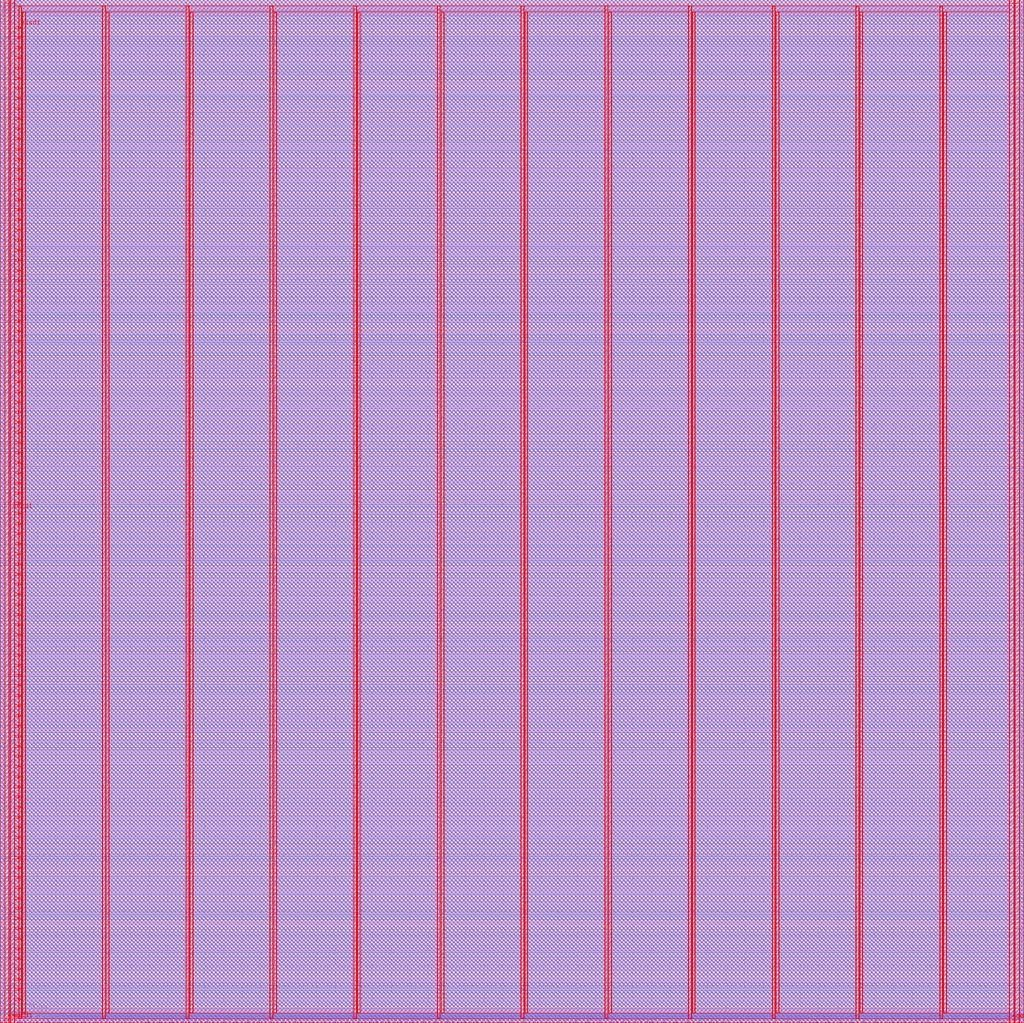
<source format=lef>
##
## LEF for PtnCells ;
## created by Innovus v19.11-s128_1 on Fri Dec  3 16:33:23 2021
##

VERSION 5.7 ;

BUSBITCHARS "[]" ;
DIVIDERCHAR "/" ;

MACRO ibex_core
  CLASS BLOCK ;
  SIZE 550.160000 BY 549.780000 ;
  FOREIGN ibex_core 0.000000 0.000000 ;
  ORIGIN 0 0 ;
  SYMMETRY X Y R90 ;
  PIN clk_i
    DIRECTION INPUT ;
    USE SIGNAL ;
    ANTENNAPARTIALMETALAREA 22.4511 LAYER met3  ;
    ANTENNAPARTIALMETALSIDEAREA 120.68 LAYER met3  ;
    ANTENNAMODEL OXIDE1 ;
    ANTENNAGATEAREA 1.5585 LAYER met3  ;
    ANTENNAMAXAREACAR 59.5278 LAYER met3  ;
    ANTENNAMAXSIDEAREACAR 300.108 LAYER met3  ;
    ANTENNAMAXCUTCAR 0.574843 LAYER via3  ;
    PORT
      LAYER met3 ;
        RECT 549.260000 9.840000 550.160000 10.220000 ;
    END
  END clk_i
  PIN rst_ni
    DIRECTION INPUT ;
    USE SIGNAL ;
    ANTENNAPARTIALMETALAREA 5.8765 LAYER met3  ;
    ANTENNAPARTIALMETALSIDEAREA 31.328 LAYER met3  ;
    ANTENNAMODEL OXIDE1 ;
    ANTENNAGATEAREA 0.495 LAYER met3  ;
    ANTENNAMAXAREACAR 13.2483 LAYER met3  ;
    ANTENNAMAXSIDEAREACAR 67.5273 LAYER met3  ;
    ANTENNAPARTIALCUTAREA 0.04 LAYER via3  ;
    ANTENNAMAXCUTCAR 0.265455 LAYER via3  ;
    ANTENNAPARTIALMETALAREA 137.626 LAYER met4  ;
    ANTENNAPARTIALMETALSIDEAREA 737.752 LAYER met4  ;
    ANTENNAGATEAREA 3.327 LAYER met4  ;
    ANTENNAMAXAREACAR 125.647 LAYER met4  ;
    ANTENNAMAXSIDEAREACAR 666.741 LAYER met4  ;
    ANTENNAMAXCUTCAR 0.854141 LAYER via4  ;
    PORT
      LAYER met3 ;
        RECT 549.260000 11.670000 550.160000 12.050000 ;
    END
  END rst_ni
  PIN test_en_i
    DIRECTION INPUT ;
    USE SIGNAL ;
    ANTENNAPARTIALMETALAREA 1.2384 LAYER met3  ;
    ANTENNAPARTIALMETALSIDEAREA 6.6 LAYER met3  ;
    ANTENNAMODEL OXIDE1 ;
    ANTENNAGATEAREA 0.126 LAYER met3  ;
    ANTENNAMAXAREACAR 22.8556 LAYER met3  ;
    ANTENNAMAXSIDEAREACAR 108.476 LAYER met3  ;
    ANTENNAMAXCUTCAR 0.725397 LAYER via3  ;
    PORT
      LAYER met3 ;
        RECT 549.260000 14.110000 550.160000 14.490000 ;
    END
  END test_en_i
  PIN core_id_i[3]
    DIRECTION INPUT ;
    USE SIGNAL ;
    ANTENNAPARTIALMETALAREA 9.894 LAYER met3  ;
    ANTENNAPARTIALMETALSIDEAREA 53.704 LAYER met3  ;
    ANTENNAMODEL OXIDE1 ;
    ANTENNAGATEAREA 0.2475 LAYER met3  ;
    ANTENNAMAXAREACAR 53.159 LAYER met3  ;
    ANTENNAMAXSIDEAREACAR 278.982 LAYER met3  ;
    ANTENNAMAXCUTCAR 0.369293 LAYER via3  ;
    PORT
      LAYER met3 ;
        RECT 549.260000 16.550000 550.160000 16.930000 ;
    END
  END core_id_i[3]
  PIN core_id_i[2]
    DIRECTION INPUT ;
    USE SIGNAL ;
    ANTENNAPARTIALMETALAREA 19.5112 LAYER met3  ;
    ANTENNAPARTIALMETALSIDEAREA 104.992 LAYER met3  ;
    ANTENNAPARTIALCUTAREA 0.04 LAYER via3  ;
    ANTENNAPARTIALMETALAREA 0.6516 LAYER met4  ;
    ANTENNAPARTIALMETALSIDEAREA 4.416 LAYER met4  ;
    ANTENNAMODEL OXIDE1 ;
    ANTENNAGATEAREA 0.2475 LAYER met4  ;
    ANTENNAMAXAREACAR 43.7699 LAYER met4  ;
    ANTENNAMAXSIDEAREACAR 235.261 LAYER met4  ;
    ANTENNAMAXCUTCAR 0.530909 LAYER via4  ;
    PORT
      LAYER met3 ;
        RECT 549.260000 18.990000 550.160000 19.370000 ;
    END
  END core_id_i[2]
  PIN core_id_i[1]
    DIRECTION INPUT ;
    USE SIGNAL ;
    ANTENNAPARTIALMETALAREA 6.351 LAYER met3  ;
    ANTENNAPARTIALMETALSIDEAREA 34.808 LAYER met3  ;
    ANTENNAMODEL OXIDE1 ;
    ANTENNAGATEAREA 0.2475 LAYER met3  ;
    ANTENNAMAXAREACAR 99.9897 LAYER met3  ;
    ANTENNAMAXSIDEAREACAR 507.41 LAYER met3  ;
    ANTENNAMAXCUTCAR 0.369293 LAYER via3  ;
    PORT
      LAYER met3 ;
        RECT 549.260000 20.820000 550.160000 21.200000 ;
    END
  END core_id_i[1]
  PIN core_id_i[0]
    DIRECTION INPUT ;
    USE SIGNAL ;
    ANTENNAMODEL OXIDE1 ;
    ANTENNAGATEAREA 0.2475 LAYER met3  ;
    ANTENNAMAXAREACAR 21.1683 LAYER met3  ;
    ANTENNAMAXSIDEAREACAR 102.044 LAYER met3  ;
    ANTENNAMAXCUTCAR 0.369293 LAYER via3  ;
    PORT
      LAYER met3 ;
        RECT 549.260000 23.260000 550.160000 23.640000 ;
    END
  END core_id_i[0]
  PIN cluster_id_i[5]
    DIRECTION INPUT ;
    USE SIGNAL ;
    ANTENNAPARTIALMETALAREA 23.815 LAYER met3  ;
    ANTENNAPARTIALMETALSIDEAREA 128.416 LAYER met3  ;
    ANTENNAPARTIALCUTAREA 0.04 LAYER via3  ;
    ANTENNAPARTIALMETALAREA 0.9696 LAYER met4  ;
    ANTENNAPARTIALMETALSIDEAREA 6.112 LAYER met4  ;
    ANTENNAMODEL OXIDE1 ;
    ANTENNAGATEAREA 0.2475 LAYER met4  ;
    ANTENNAMAXAREACAR 23.8261 LAYER met4  ;
    ANTENNAMAXSIDEAREACAR 124.594 LAYER met4  ;
    ANTENNAMAXCUTCAR 0.530909 LAYER via4  ;
    PORT
      LAYER met3 ;
        RECT 549.260000 25.700000 550.160000 26.080000 ;
    END
  END cluster_id_i[5]
  PIN cluster_id_i[4]
    DIRECTION INPUT ;
    USE SIGNAL ;
    ANTENNAPARTIALMETALAREA 8.2786 LAYER met3  ;
    ANTENNAPARTIALMETALSIDEAREA 44.144 LAYER met3  ;
    ANTENNAPARTIALCUTAREA 0.04 LAYER via3  ;
    ANTENNAPARTIALMETALAREA 0.6516 LAYER met4  ;
    ANTENNAPARTIALMETALSIDEAREA 4.416 LAYER met4  ;
    ANTENNAMODEL OXIDE1 ;
    ANTENNAGATEAREA 0.2475 LAYER met4  ;
    ANTENNAMAXAREACAR 45.1752 LAYER met4  ;
    ANTENNAMAXSIDEAREACAR 246.299 LAYER met4  ;
    ANTENNAMAXCUTCAR 0.530909 LAYER via4  ;
    PORT
      LAYER met3 ;
        RECT 549.260000 28.140000 550.160000 28.520000 ;
    END
  END cluster_id_i[4]
  PIN cluster_id_i[3]
    DIRECTION INPUT ;
    USE SIGNAL ;
    ANTENNAPARTIALMETALAREA 29.0428 LAYER met3  ;
    ANTENNAPARTIALMETALSIDEAREA 156.768 LAYER met3  ;
    ANTENNAPARTIALCUTAREA 0.04 LAYER via3  ;
    ANTENNAPARTIALMETALAREA 0.6516 LAYER met4  ;
    ANTENNAPARTIALMETALSIDEAREA 4.416 LAYER met4  ;
    ANTENNAMODEL OXIDE1 ;
    ANTENNAGATEAREA 0.2475 LAYER met4  ;
    ANTENNAMAXAREACAR 60.4949 LAYER met4  ;
    ANTENNAMAXSIDEAREACAR 314.683 LAYER met4  ;
    ANTENNAMAXCUTCAR 0.530909 LAYER via4  ;
    PORT
      LAYER met3 ;
        RECT 549.260000 29.970000 550.160000 30.350000 ;
    END
  END cluster_id_i[3]
  PIN cluster_id_i[2]
    DIRECTION INPUT ;
    USE SIGNAL ;
    ANTENNAPARTIALMETALAREA 2.4804 LAYER met3  ;
    ANTENNAPARTIALMETALSIDEAREA 13.224 LAYER met3  ;
    ANTENNAMODEL OXIDE1 ;
    ANTENNAGATEAREA 0.2475 LAYER met3  ;
    ANTENNAMAXAREACAR 27.0802 LAYER met3  ;
    ANTENNAMAXSIDEAREACAR 134.913 LAYER met3  ;
    ANTENNAMAXCUTCAR 0.369293 LAYER via3  ;
    PORT
      LAYER met3 ;
        RECT 549.260000 32.410000 550.160000 32.790000 ;
    END
  END cluster_id_i[2]
  PIN cluster_id_i[1]
    DIRECTION INPUT ;
    USE SIGNAL ;
    ANTENNAPARTIALMETALAREA 5.7784 LAYER met3  ;
    ANTENNAPARTIALMETALSIDEAREA 31.28 LAYER met3  ;
    ANTENNAPARTIALCUTAREA 0.04 LAYER via3  ;
    ANTENNAPARTIALMETALAREA 0.6516 LAYER met4  ;
    ANTENNAPARTIALMETALSIDEAREA 4.416 LAYER met4  ;
    ANTENNAMODEL OXIDE1 ;
    ANTENNAGATEAREA 0.2475 LAYER met4  ;
    ANTENNAMAXAREACAR 73.9531 LAYER met4  ;
    ANTENNAMAXSIDEAREACAR 396.489 LAYER met4  ;
    ANTENNAMAXCUTCAR 0.530909 LAYER via4  ;
    PORT
      LAYER met3 ;
        RECT 549.260000 34.850000 550.160000 35.230000 ;
    END
  END cluster_id_i[1]
  PIN cluster_id_i[0]
    DIRECTION INPUT ;
    USE SIGNAL ;
    ANTENNAPARTIALMETALAREA 16.1398 LAYER met3  ;
    ANTENNAPARTIALMETALSIDEAREA 87.952 LAYER met3  ;
    ANTENNAPARTIALCUTAREA 0.04 LAYER via3  ;
    ANTENNAPARTIALMETALAREA 1.3356 LAYER met4  ;
    ANTENNAPARTIALMETALSIDEAREA 8.064 LAYER met4  ;
    ANTENNAMODEL OXIDE1 ;
    ANTENNAGATEAREA 0.2475 LAYER met4  ;
    ANTENNAMAXAREACAR 37.66 LAYER met4  ;
    ANTENNAMAXSIDEAREACAR 192.113 LAYER met4  ;
    ANTENNAMAXCUTCAR 0.530909 LAYER via4  ;
    PORT
      LAYER met3 ;
        RECT 549.260000 37.290000 550.160000 37.670000 ;
    END
  END cluster_id_i[0]
  PIN boot_addr_i[31]
    DIRECTION INPUT ;
    USE SIGNAL ;
    ANTENNAPARTIALMETALAREA 7.9006 LAYER met3  ;
    ANTENNAPARTIALMETALSIDEAREA 42.128 LAYER met3  ;
    ANTENNAPARTIALCUTAREA 0.04 LAYER via3  ;
    ANTENNAPARTIALMETALAREA 52.6554 LAYER met4  ;
    ANTENNAPARTIALMETALSIDEAREA 282.24 LAYER met4  ;
    ANTENNAMODEL OXIDE1 ;
    ANTENNAGATEAREA 0.7425 LAYER met4  ;
    ANTENNAMAXAREACAR 87.5436 LAYER met4  ;
    ANTENNAMAXSIDEAREACAR 462.085 LAYER met4  ;
    ANTENNAMAXCUTCAR 0.423165 LAYER via4  ;
    PORT
      LAYER met3 ;
        RECT 549.260000 39.120000 550.160000 39.500000 ;
    END
  END boot_addr_i[31]
  PIN boot_addr_i[30]
    DIRECTION INPUT ;
    USE SIGNAL ;
    ANTENNAPARTIALMETALAREA 31.1356 LAYER met3  ;
    ANTENNAPARTIALMETALSIDEAREA 166.048 LAYER met3  ;
    ANTENNAPARTIALCUTAREA 0.04 LAYER via3  ;
    ANTENNAPARTIALMETALAREA 46.2348 LAYER met4  ;
    ANTENNAPARTIALMETALSIDEAREA 247.056 LAYER met4  ;
    ANTENNAMODEL OXIDE1 ;
    ANTENNAGATEAREA 0.7425 LAYER met4  ;
    ANTENNAMAXAREACAR 74.2632 LAYER met4  ;
    ANTENNAMAXSIDEAREACAR 391.897 LAYER met4  ;
    ANTENNAMAXCUTCAR 0.315421 LAYER via4  ;
    PORT
      LAYER met3 ;
        RECT 549.260000 41.560000 550.160000 41.940000 ;
    END
  END boot_addr_i[30]
  PIN boot_addr_i[29]
    DIRECTION INPUT ;
    USE SIGNAL ;
    ANTENNAPARTIALMETALAREA 38.8666 LAYER met3  ;
    ANTENNAPARTIALMETALSIDEAREA 207.28 LAYER met3  ;
    ANTENNAPARTIALCUTAREA 0.04 LAYER via3  ;
    ANTENNAPARTIALMETALAREA 45.1938 LAYER met4  ;
    ANTENNAPARTIALMETALSIDEAREA 241.504 LAYER met4  ;
    ANTENNAMODEL OXIDE1 ;
    ANTENNAGATEAREA 0.621 LAYER met4  ;
    ANTENNAMAXAREACAR 96.904 LAYER met4  ;
    ANTENNAMAXSIDEAREACAR 495.347 LAYER met4  ;
    ANTENNAMAXCUTCAR 0.536761 LAYER via4  ;
    PORT
      LAYER met3 ;
        RECT 549.260000 44.000000 550.160000 44.380000 ;
    END
  END boot_addr_i[29]
  PIN boot_addr_i[28]
    DIRECTION INPUT ;
    USE SIGNAL ;
    ANTENNAPARTIALMETALAREA 32.6566 LAYER met3  ;
    ANTENNAPARTIALMETALSIDEAREA 174.16 LAYER met3  ;
    ANTENNAPARTIALCUTAREA 0.04 LAYER via3  ;
    ANTENNAPARTIALMETALAREA 45.1368 LAYER met4  ;
    ANTENNAPARTIALMETALSIDEAREA 241.2 LAYER met4  ;
    ANTENNAMODEL OXIDE1 ;
    ANTENNAGATEAREA 0.621 LAYER met4  ;
    ANTENNAMAXAREACAR 94.7908 LAYER met4  ;
    ANTENNAMAXSIDEAREACAR 499.228 LAYER met4  ;
    ANTENNAMAXCUTCAR 0.536761 LAYER via4  ;
    PORT
      LAYER met3 ;
        RECT 549.260000 46.440000 550.160000 46.820000 ;
    END
  END boot_addr_i[28]
  PIN boot_addr_i[27]
    DIRECTION INPUT ;
    USE SIGNAL ;
    ANTENNAPARTIALMETALAREA 23.2126 LAYER met3  ;
    ANTENNAPARTIALMETALSIDEAREA 123.792 LAYER met3  ;
    ANTENNAPARTIALCUTAREA 0.04 LAYER via3  ;
    ANTENNAPARTIALMETALAREA 39.0186 LAYER met4  ;
    ANTENNAPARTIALMETALSIDEAREA 209.04 LAYER met4  ;
    ANTENNAMODEL OXIDE1 ;
    ANTENNAGATEAREA 0.621 LAYER met4  ;
    ANTENNAMAXAREACAR 74.4092 LAYER met4  ;
    ANTENNAMAXSIDEAREACAR 386.319 LAYER met4  ;
    ANTENNAMAXCUTCAR 0.536761 LAYER via4  ;
    PORT
      LAYER met3 ;
        RECT 549.260000 48.270000 550.160000 48.650000 ;
    END
  END boot_addr_i[27]
  PIN boot_addr_i[26]
    DIRECTION INPUT ;
    USE SIGNAL ;
    ANTENNAPARTIALMETALAREA 23.5294 LAYER met3  ;
    ANTENNAPARTIALMETALSIDEAREA 125.952 LAYER met3  ;
    ANTENNAPARTIALCUTAREA 0.04 LAYER via3  ;
    ANTENNAPARTIALMETALAREA 45.9006 LAYER met4  ;
    ANTENNAPARTIALMETALSIDEAREA 245.744 LAYER met4  ;
    ANTENNAMODEL OXIDE1 ;
    ANTENNAGATEAREA 0.621 LAYER met4  ;
    ANTENNAMAXAREACAR 83.405 LAYER met4  ;
    ANTENNAMAXSIDEAREACAR 434.584 LAYER met4  ;
    ANTENNAMAXCUTCAR 0.536761 LAYER via4  ;
    PORT
      LAYER met3 ;
        RECT 549.260000 50.710000 550.160000 51.090000 ;
    END
  END boot_addr_i[26]
  PIN boot_addr_i[25]
    DIRECTION INPUT ;
    USE SIGNAL ;
    ANTENNAPARTIALMETALAREA 24.1456 LAYER met3  ;
    ANTENNAPARTIALMETALSIDEAREA 128.768 LAYER met3  ;
    ANTENNAPARTIALCUTAREA 0.04 LAYER via3  ;
    ANTENNAPARTIALMETALAREA 44.5806 LAYER met4  ;
    ANTENNAPARTIALMETALSIDEAREA 238.704 LAYER met4  ;
    ANTENNAMODEL OXIDE1 ;
    ANTENNAGATEAREA 0.621 LAYER met4  ;
    ANTENNAMAXAREACAR 89.5696 LAYER met4  ;
    ANTENNAMAXSIDEAREACAR 465.911 LAYER met4  ;
    ANTENNAMAXCUTCAR 0.536761 LAYER via4  ;
    PORT
      LAYER met3 ;
        RECT 549.260000 53.150000 550.160000 53.530000 ;
    END
  END boot_addr_i[25]
  PIN boot_addr_i[24]
    DIRECTION INPUT ;
    USE SIGNAL ;
    ANTENNAPARTIALMETALAREA 11.9854 LAYER met3  ;
    ANTENNAPARTIALMETALSIDEAREA 64.384 LAYER met3  ;
    ANTENNAPARTIALCUTAREA 0.04 LAYER via3  ;
    ANTENNAPARTIALMETALAREA 41.5086 LAYER met4  ;
    ANTENNAPARTIALMETALSIDEAREA 222.32 LAYER met4  ;
    ANTENNAMODEL OXIDE1 ;
    ANTENNAGATEAREA 0.621 LAYER met4  ;
    ANTENNAMAXAREACAR 88.7652 LAYER met4  ;
    ANTENNAMAXSIDEAREACAR 459.027 LAYER met4  ;
    ANTENNAMAXCUTCAR 0.536761 LAYER via4  ;
    PORT
      LAYER met3 ;
        RECT 549.260000 55.590000 550.160000 55.970000 ;
    END
  END boot_addr_i[24]
  PIN boot_addr_i[23]
    DIRECTION INPUT ;
    USE SIGNAL ;
    ANTENNAPARTIALMETALAREA 14.4586 LAYER met3  ;
    ANTENNAPARTIALMETALSIDEAREA 77.104 LAYER met3  ;
    ANTENNAPARTIALCUTAREA 0.04 LAYER via3  ;
    ANTENNAPARTIALMETALAREA 41.9292 LAYER met4  ;
    ANTENNAPARTIALMETALSIDEAREA 225.504 LAYER met4  ;
    ANTENNAMODEL OXIDE1 ;
    ANTENNAGATEAREA 0.621 LAYER met4  ;
    ANTENNAMAXAREACAR 81.5188 LAYER met4  ;
    ANTENNAMAXSIDEAREACAR 426.237 LAYER met4  ;
    ANTENNAMAXCUTCAR 0.536761 LAYER via4  ;
    PORT
      LAYER met3 ;
        RECT 549.260000 57.420000 550.160000 57.800000 ;
    END
  END boot_addr_i[23]
  PIN boot_addr_i[22]
    DIRECTION INPUT ;
    USE SIGNAL ;
    ANTENNAPARTIALMETALAREA 42.7744 LAYER met3  ;
    ANTENNAPARTIALMETALSIDEAREA 230.944 LAYER met3  ;
    ANTENNAPARTIALCUTAREA 0.04 LAYER via3  ;
    ANTENNAPARTIALMETALAREA 0.9696 LAYER met4  ;
    ANTENNAPARTIALMETALSIDEAREA 6.112 LAYER met4  ;
    ANTENNAMODEL OXIDE1 ;
    ANTENNAGATEAREA 0.621 LAYER met4  ;
    ANTENNAMAXAREACAR 26.0718 LAYER met4  ;
    ANTENNAMAXSIDEAREACAR 118.232 LAYER met4  ;
    ANTENNAMAXCUTCAR 0.536761 LAYER via4  ;
    PORT
      LAYER met3 ;
        RECT 549.260000 59.860000 550.160000 60.240000 ;
    END
  END boot_addr_i[22]
  PIN boot_addr_i[21]
    DIRECTION INPUT ;
    USE SIGNAL ;
    ANTENNAPARTIALMETALAREA 14.152 LAYER met3  ;
    ANTENNAPARTIALMETALSIDEAREA 75.944 LAYER met3  ;
    ANTENNAPARTIALCUTAREA 0.04 LAYER via3  ;
    ANTENNAPARTIALMETALAREA 30.3294 LAYER met4  ;
    ANTENNAPARTIALMETALSIDEAREA 163.168 LAYER met4  ;
    ANTENNAMODEL OXIDE1 ;
    ANTENNAGATEAREA 0.621 LAYER met4  ;
    ANTENNAMAXAREACAR 83.1414 LAYER met4  ;
    ANTENNAMAXSIDEAREACAR 434.359 LAYER met4  ;
    ANTENNAMAXCUTCAR 0.536761 LAYER via4  ;
    PORT
      LAYER met3 ;
        RECT 549.260000 62.300000 550.160000 62.680000 ;
    END
  END boot_addr_i[21]
  PIN boot_addr_i[20]
    DIRECTION INPUT ;
    USE SIGNAL ;
    ANTENNAPARTIALMETALAREA 38.1016 LAYER met3  ;
    ANTENNAPARTIALMETALSIDEAREA 203.2 LAYER met3  ;
    ANTENNAPARTIALCUTAREA 0.04 LAYER via3  ;
    ANTENNAPARTIALMETALAREA 37.3476 LAYER met4  ;
    ANTENNAPARTIALMETALSIDEAREA 200.128 LAYER met4  ;
    ANTENNAMODEL OXIDE1 ;
    ANTENNAGATEAREA 0.621 LAYER met4  ;
    ANTENNAMAXAREACAR 84.7372 LAYER met4  ;
    ANTENNAMAXSIDEAREACAR 432.45 LAYER met4  ;
    ANTENNAMAXCUTCAR 0.536761 LAYER via4  ;
    PORT
      LAYER met3 ;
        RECT 549.260000 64.740000 550.160000 65.120000 ;
    END
  END boot_addr_i[20]
  PIN boot_addr_i[19]
    DIRECTION INPUT ;
    USE SIGNAL ;
    ANTENNAPARTIALMETALAREA 43.1896 LAYER met3  ;
    ANTENNAPARTIALMETALSIDEAREA 230.336 LAYER met3  ;
    ANTENNAPARTIALCUTAREA 0.04 LAYER via3  ;
    ANTENNAPARTIALMETALAREA 39.6078 LAYER met4  ;
    ANTENNAPARTIALMETALSIDEAREA 211.712 LAYER met4  ;
    ANTENNAMODEL OXIDE1 ;
    ANTENNAGATEAREA 0.621 LAYER met4  ;
    ANTENNAMAXAREACAR 77.9352 LAYER met4  ;
    ANTENNAMAXSIDEAREACAR 397.488 LAYER met4  ;
    ANTENNAMAXCUTCAR 0.536761 LAYER via4  ;
    PORT
      LAYER met3 ;
        RECT 549.260000 66.570000 550.160000 66.950000 ;
    END
  END boot_addr_i[19]
  PIN boot_addr_i[18]
    DIRECTION INPUT ;
    USE SIGNAL ;
    ANTENNAPARTIALMETALAREA 31.554 LAYER met3  ;
    ANTENNAPARTIALMETALSIDEAREA 169.224 LAYER met3  ;
    ANTENNAMODEL OXIDE1 ;
    ANTENNAGATEAREA 0.621 LAYER met3  ;
    ANTENNAMAXAREACAR 72.3799 LAYER met3  ;
    ANTENNAMAXSIDEAREACAR 370.251 LAYER met3  ;
    ANTENNAMAXCUTCAR 0.472349 LAYER via3  ;
    PORT
      LAYER met3 ;
        RECT 549.260000 69.010000 550.160000 69.390000 ;
    END
  END boot_addr_i[18]
  PIN boot_addr_i[17]
    DIRECTION INPUT ;
    USE SIGNAL ;
    ANTENNAPARTIALMETALAREA 35.4586 LAYER met3  ;
    ANTENNAPARTIALMETALSIDEAREA 189.104 LAYER met3  ;
    ANTENNAPARTIALCUTAREA 0.04 LAYER via3  ;
    ANTENNAPARTIALMETALAREA 32.3748 LAYER met4  ;
    ANTENNAPARTIALMETALSIDEAREA 173.136 LAYER met4  ;
    ANTENNAMODEL OXIDE1 ;
    ANTENNAGATEAREA 0.621 LAYER met4  ;
    ANTENNAMAXAREACAR 72.8012 LAYER met4  ;
    ANTENNAMAXSIDEAREACAR 374.325 LAYER met4  ;
    ANTENNAMAXCUTCAR 0.536761 LAYER via4  ;
    PORT
      LAYER met3 ;
        RECT 549.260000 71.450000 550.160000 71.830000 ;
    END
  END boot_addr_i[17]
  PIN boot_addr_i[16]
    DIRECTION INPUT ;
    USE SIGNAL ;
    ANTENNAPARTIALMETALAREA 34.0816 LAYER met3  ;
    ANTENNAPARTIALMETALSIDEAREA 181.76 LAYER met3  ;
    ANTENNAPARTIALCUTAREA 0.04 LAYER via3  ;
    ANTENNAPARTIALMETALAREA 45.2187 LAYER met4  ;
    ANTENNAPARTIALMETALSIDEAREA 241.632 LAYER met4  ;
    ANTENNAMODEL OXIDE1 ;
    ANTENNAGATEAREA 0.621 LAYER met4  ;
    ANTENNAMAXAREACAR 97.6211 LAYER met4  ;
    ANTENNAMAXSIDEAREACAR 509.784 LAYER met4  ;
    ANTENNAMAXCUTCAR 1.04286 LAYER via4  ;
    PORT
      LAYER met3 ;
        RECT 549.260000 73.890000 550.160000 74.270000 ;
    END
  END boot_addr_i[16]
  PIN boot_addr_i[15]
    DIRECTION INPUT ;
    USE SIGNAL ;
    ANTENNAPARTIALMETALAREA 28.7956 LAYER met3  ;
    ANTENNAPARTIALMETALSIDEAREA 153.568 LAYER met3  ;
    ANTENNAPARTIALCUTAREA 0.04 LAYER via3  ;
    ANTENNAPARTIALMETALAREA 36.0348 LAYER met4  ;
    ANTENNAPARTIALMETALSIDEAREA 192.656 LAYER met4  ;
    ANTENNAMODEL OXIDE1 ;
    ANTENNAGATEAREA 0.621 LAYER met4  ;
    ANTENNAMAXAREACAR 78.1268 LAYER met4  ;
    ANTENNAMAXSIDEAREACAR 402.934 LAYER met4  ;
    ANTENNAMAXCUTCAR 0.536761 LAYER via4  ;
    PORT
      LAYER met3 ;
        RECT 549.260000 75.720000 550.160000 76.100000 ;
    END
  END boot_addr_i[15]
  PIN boot_addr_i[14]
    DIRECTION INPUT ;
    USE SIGNAL ;
    ANTENNAPARTIALMETALAREA 30.8416 LAYER met3  ;
    ANTENNAPARTIALMETALSIDEAREA 164.48 LAYER met3  ;
    ANTENNAPARTIALCUTAREA 0.04 LAYER via3  ;
    ANTENNAPARTIALMETALAREA 28.8738 LAYER met4  ;
    ANTENNAPARTIALMETALSIDEAREA 154.464 LAYER met4  ;
    ANTENNAMODEL OXIDE1 ;
    ANTENNAGATEAREA 0.621 LAYER met4  ;
    ANTENNAMAXAREACAR 72.6183 LAYER met4  ;
    ANTENNAMAXSIDEAREACAR 366.714 LAYER met4  ;
    ANTENNAMAXCUTCAR 0.536761 LAYER via4  ;
    PORT
      LAYER met3 ;
        RECT 549.260000 78.160000 550.160000 78.540000 ;
    END
  END boot_addr_i[14]
  PIN boot_addr_i[13]
    DIRECTION INPUT ;
    USE SIGNAL ;
    ANTENNAPARTIALMETALAREA 27.8956 LAYER met3  ;
    ANTENNAPARTIALMETALSIDEAREA 148.768 LAYER met3  ;
    ANTENNAPARTIALCUTAREA 0.04 LAYER via3  ;
    ANTENNAPARTIALMETALAREA 36.6168 LAYER met4  ;
    ANTENNAPARTIALMETALSIDEAREA 195.76 LAYER met4  ;
    ANTENNAMODEL OXIDE1 ;
    ANTENNAGATEAREA 0.621 LAYER met4  ;
    ANTENNAMAXAREACAR 66.8234 LAYER met4  ;
    ANTENNAMAXSIDEAREACAR 345.989 LAYER met4  ;
    ANTENNAMAXCUTCAR 0.536761 LAYER via4  ;
    PORT
      LAYER met3 ;
        RECT 549.260000 80.600000 550.160000 80.980000 ;
    END
  END boot_addr_i[13]
  PIN boot_addr_i[12]
    DIRECTION INPUT ;
    USE SIGNAL ;
    ANTENNAPARTIALMETALAREA 23.5246 LAYER met3  ;
    ANTENNAPARTIALMETALSIDEAREA 125.456 LAYER met3  ;
    ANTENNAPARTIALCUTAREA 0.04 LAYER via3  ;
    ANTENNAPARTIALMETALAREA 34.5078 LAYER met4  ;
    ANTENNAPARTIALMETALSIDEAREA 184.512 LAYER met4  ;
    ANTENNAMODEL OXIDE1 ;
    ANTENNAGATEAREA 0.7425 LAYER met4  ;
    ANTENNAMAXAREACAR 56.9486 LAYER met4  ;
    ANTENNAMAXSIDEAREACAR 298.133 LAYER met4  ;
    ANTENNAMAXCUTCAR 0.315421 LAYER via4  ;
    PORT
      LAYER met3 ;
        RECT 549.260000 83.040000 550.160000 83.420000 ;
    END
  END boot_addr_i[12]
  PIN boot_addr_i[11]
    DIRECTION INPUT ;
    USE SIGNAL ;
    ANTENNAPARTIALMETALAREA 3.1756 LAYER met3  ;
    ANTENNAPARTIALMETALSIDEAREA 16.928 LAYER met3  ;
    ANTENNAPARTIALCUTAREA 0.04 LAYER via3  ;
    ANTENNAPARTIALMETALAREA 37.4508 LAYER met4  ;
    ANTENNAPARTIALMETALSIDEAREA 200.208 LAYER met4  ;
    ANTENNAMODEL OXIDE1 ;
    ANTENNAGATEAREA 0.7425 LAYER met4  ;
    ANTENNAMAXAREACAR 80.4642 LAYER met4  ;
    ANTENNAMAXSIDEAREACAR 426.642 LAYER met4  ;
    ANTENNAMAXCUTCAR 0.315421 LAYER via4  ;
    PORT
      LAYER met3 ;
        RECT 549.260000 84.870000 550.160000 85.250000 ;
    END
  END boot_addr_i[11]
  PIN boot_addr_i[10]
    DIRECTION INPUT ;
    USE SIGNAL ;
    ANTENNAPARTIALMETALAREA 3.7774 LAYER met3  ;
    ANTENNAPARTIALMETALSIDEAREA 20.608 LAYER met3  ;
    ANTENNAPARTIALCUTAREA 0.04 LAYER via3  ;
    ANTENNAPARTIALMETALAREA 2.1318 LAYER met4  ;
    ANTENNAPARTIALMETALSIDEAREA 11.84 LAYER met4  ;
    ANTENNAMODEL OXIDE1 ;
    ANTENNAGATEAREA 0.7425 LAYER met4  ;
    ANTENNAMAXAREACAR 32.5094 LAYER met4  ;
    ANTENNAMAXSIDEAREACAR 169.497 LAYER met4  ;
    ANTENNAMAXCUTCAR 0.315421 LAYER via4  ;
    PORT
      LAYER met3 ;
        RECT 549.260000 87.310000 550.160000 87.690000 ;
    END
  END boot_addr_i[10]
  PIN boot_addr_i[9]
    DIRECTION INPUT ;
    USE SIGNAL ;
    ANTENNAPARTIALMETALAREA 4.6246 LAYER met3  ;
    ANTENNAPARTIALMETALSIDEAREA 24.656 LAYER met3  ;
    ANTENNAPARTIALCUTAREA 0.04 LAYER via3  ;
    ANTENNAPARTIALMETALAREA 32.5656 LAYER met4  ;
    ANTENNAPARTIALMETALSIDEAREA 174.624 LAYER met4  ;
    ANTENNAMODEL OXIDE1 ;
    ANTENNAGATEAREA 0.7425 LAYER met4  ;
    ANTENNAMAXAREACAR 66.6684 LAYER met4  ;
    ANTENNAMAXSIDEAREACAR 348.945 LAYER met4  ;
    ANTENNAMAXCUTCAR 0.423165 LAYER via4  ;
    PORT
      LAYER met3 ;
        RECT 549.260000 89.750000 550.160000 90.130000 ;
    END
  END boot_addr_i[9]
  PIN boot_addr_i[8]
    DIRECTION INPUT ;
    USE SIGNAL ;
    ANTENNAPARTIALMETALAREA 11.6146 LAYER met3  ;
    ANTENNAPARTIALMETALSIDEAREA 61.936 LAYER met3  ;
    ANTENNAPARTIALCUTAREA 0.04 LAYER via3  ;
    ANTENNAPARTIALMETALAREA 38.9706 LAYER met4  ;
    ANTENNAPARTIALMETALSIDEAREA 208.784 LAYER met4  ;
    ANTENNAMODEL OXIDE1 ;
    ANTENNAGATEAREA 0.7425 LAYER met4  ;
    ANTENNAMAXAREACAR 71.6259 LAYER met4  ;
    ANTENNAMAXSIDEAREACAR 382.522 LAYER met4  ;
    ANTENNAMAXCUTCAR 0.530909 LAYER via4  ;
    PORT
      LAYER met3 ;
        RECT 549.260000 92.190000 550.160000 92.570000 ;
    END
  END boot_addr_i[8]
  PIN boot_addr_i[7]
    DIRECTION INPUT ;
    USE SIGNAL ;
    ANTENNAPARTIALMETALAREA 13.1292 LAYER met3  ;
    ANTENNAPARTIALMETALSIDEAREA 70.488 LAYER met3  ;
    ANTENNAMODEL OXIDE1 ;
    ANTENNAGATEAREA 0.2475 LAYER met3  ;
    ANTENNAMAXAREACAR 57.5051 LAYER met3  ;
    ANTENNAMAXSIDEAREACAR 303.2 LAYER met3  ;
    ANTENNAMAXCUTCAR 0.369293 LAYER via3  ;
    PORT
      LAYER met3 ;
        RECT 549.260000 94.630000 550.160000 95.010000 ;
    END
  END boot_addr_i[7]
  PIN boot_addr_i[6]
    DIRECTION INPUT ;
    USE SIGNAL ;
    ANTENNAPARTIALMETALAREA 13.1374 LAYER met3  ;
    ANTENNAPARTIALMETALSIDEAREA 70.528 LAYER met3  ;
    ANTENNAPARTIALCUTAREA 0.04 LAYER via3  ;
    ANTENNAPARTIALMETALAREA 0.6516 LAYER met4  ;
    ANTENNAPARTIALMETALSIDEAREA 4.416 LAYER met4  ;
    ANTENNAMODEL OXIDE1 ;
    ANTENNAGATEAREA 0.2475 LAYER met4  ;
    ANTENNAMAXAREACAR 52.2006 LAYER met4  ;
    ANTENNAMAXSIDEAREACAR 272.384 LAYER met4  ;
    ANTENNAMAXCUTCAR 0.530909 LAYER via4  ;
    PORT
      LAYER met3 ;
        RECT 549.260000 96.460000 550.160000 96.840000 ;
    END
  END boot_addr_i[6]
  PIN boot_addr_i[5]
    DIRECTION INPUT ;
    USE SIGNAL ;
    ANTENNAPARTIALMETALAREA 15.8626 LAYER met3  ;
    ANTENNAPARTIALMETALSIDEAREA 86.008 LAYER met3  ;
    ANTENNAPARTIALCUTAREA 0.04 LAYER via3  ;
    ANTENNAPARTIALMETALAREA 2.4336 LAYER met4  ;
    ANTENNAPARTIALMETALSIDEAREA 13.92 LAYER met4  ;
    ANTENNAMODEL OXIDE1 ;
    ANTENNAGATEAREA 0.2475 LAYER met4  ;
    ANTENNAMAXAREACAR 18.545 LAYER met4  ;
    ANTENNAMAXSIDEAREACAR 98.804 LAYER met4  ;
    ANTENNAMAXCUTCAR 0.530909 LAYER via4  ;
    PORT
      LAYER met3 ;
        RECT 549.260000 98.900000 550.160000 99.280000 ;
    END
  END boot_addr_i[5]
  PIN boot_addr_i[4]
    DIRECTION INPUT ;
    USE SIGNAL ;
    ANTENNAPARTIALMETALAREA 24.7972 LAYER met3  ;
    ANTENNAPARTIALMETALSIDEAREA 135.536 LAYER met3  ;
    ANTENNAPARTIALCUTAREA 0.04 LAYER via3  ;
    ANTENNAPARTIALMETALAREA 0.9696 LAYER met4  ;
    ANTENNAPARTIALMETALSIDEAREA 6.112 LAYER met4  ;
    ANTENNAMODEL OXIDE1 ;
    ANTENNAGATEAREA 0.2475 LAYER met4  ;
    ANTENNAMAXAREACAR 13.2145 LAYER met4  ;
    ANTENNAMAXSIDEAREACAR 70.5414 LAYER met4  ;
    ANTENNAMAXCUTCAR 0.530909 LAYER via4  ;
    PORT
      LAYER met3 ;
        RECT 549.260000 101.340000 550.160000 101.720000 ;
    END
  END boot_addr_i[4]
  PIN boot_addr_i[3]
    DIRECTION INPUT ;
    USE SIGNAL ;
    ANTENNAPARTIALMETALAREA 0.2724 LAYER met3  ;
    ANTENNAPARTIALMETALSIDEAREA 1.448 LAYER met3  ;
    ANTENNAMODEL OXIDE1 ;
    ANTENNAGATEAREA 0.2475 LAYER met3  ;
    ANTENNAMAXAREACAR 39.2352 LAYER met3  ;
    ANTENNAMAXSIDEAREACAR 192.057 LAYER met3  ;
    ANTENNAMAXCUTCAR 0.369293 LAYER via3  ;
    PORT
      LAYER met3 ;
        RECT 549.260000 103.780000 550.160000 104.160000 ;
    END
  END boot_addr_i[3]
  PIN boot_addr_i[2]
    DIRECTION INPUT ;
    USE SIGNAL ;
    ANTENNAPARTIALMETALAREA 14.1948 LAYER met3  ;
    ANTENNAPARTIALMETALSIDEAREA 77.112 LAYER met3  ;
    ANTENNAMODEL OXIDE1 ;
    ANTENNAGATEAREA 0.2475 LAYER met3  ;
    ANTENNAMAXAREACAR 87.0085 LAYER met3  ;
    ANTENNAMAXSIDEAREACAR 455.547 LAYER met3  ;
    ANTENNAMAXCUTCAR 0.369293 LAYER via3  ;
    PORT
      LAYER met3 ;
        RECT 549.260000 105.610000 550.160000 105.990000 ;
    END
  END boot_addr_i[2]
  PIN boot_addr_i[1]
    DIRECTION INPUT ;
    USE SIGNAL ;
    ANTENNAPARTIALMETALAREA 7.8888 LAYER met3  ;
    ANTENNAPARTIALMETALSIDEAREA 42.544 LAYER met3  ;
    ANTENNAMODEL OXIDE1 ;
    ANTENNAGATEAREA 0.2475 LAYER met3  ;
    ANTENNAMAXAREACAR 63.9188 LAYER met3  ;
    ANTENNAMAXSIDEAREACAR 328.23 LAYER met3  ;
    ANTENNAMAXCUTCAR 0.369293 LAYER via3  ;
    PORT
      LAYER met3 ;
        RECT 549.260000 108.050000 550.160000 108.430000 ;
    END
  END boot_addr_i[1]
  PIN boot_addr_i[0]
    DIRECTION INPUT ;
    USE SIGNAL ;
    ANTENNAPARTIALMETALAREA 18.07 LAYER met3  ;
    ANTENNAPARTIALMETALSIDEAREA 97.776 LAYER met3  ;
    ANTENNAPARTIALCUTAREA 0.04 LAYER via3  ;
    ANTENNAPARTIALMETALAREA 1.3356 LAYER met4  ;
    ANTENNAPARTIALMETALSIDEAREA 8.064 LAYER met4  ;
    ANTENNAMODEL OXIDE1 ;
    ANTENNAGATEAREA 0.2475 LAYER met4  ;
    ANTENNAMAXAREACAR 21.063 LAYER met4  ;
    ANTENNAMAXSIDEAREACAR 109.859 LAYER met4  ;
    ANTENNAMAXCUTCAR 0.530909 LAYER via4  ;
    PORT
      LAYER met3 ;
        RECT 549.260000 110.490000 550.160000 110.870000 ;
    END
  END boot_addr_i[0]
  PIN instr_req_o
    DIRECTION OUTPUT ;
    USE SIGNAL ;
    ANTENNADIFFAREA 1.782 LAYER met3  ;
    ANTENNAPARTIALMETALAREA 1.2384 LAYER met3  ;
    ANTENNAPARTIALMETALSIDEAREA 6.6 LAYER met3  ;
    PORT
      LAYER met3 ;
        RECT 549.260000 112.930000 550.160000 113.310000 ;
    END
  END instr_req_o
  PIN instr_gnt_i
    DIRECTION INPUT ;
    USE SIGNAL ;
    ANTENNAPARTIALMETALAREA 5.7924 LAYER met3  ;
    ANTENNAPARTIALMETALSIDEAREA 30.888 LAYER met3  ;
    ANTENNAMODEL OXIDE1 ;
    ANTENNAGATEAREA 0.8685 LAYER met3  ;
    ANTENNAMAXAREACAR 13.9801 LAYER met3  ;
    ANTENNAMAXSIDEAREACAR 54.246 LAYER met3  ;
    ANTENNAMAXCUTCAR 0.335662 LAYER via3  ;
    PORT
      LAYER met3 ;
        RECT 549.260000 114.760000 550.160000 115.140000 ;
    END
  END instr_gnt_i
  PIN instr_rvalid_i
    DIRECTION INPUT ;
    USE SIGNAL ;
    ANTENNAMODEL OXIDE1 ;
    ANTENNAGATEAREA 0.8685 LAYER met3  ;
    ANTENNAMAXAREACAR 7.6172 LAYER met3  ;
    ANTENNAMAXSIDEAREACAR 36.5193 LAYER met3  ;
    ANTENNAMAXCUTCAR 0.453993 LAYER via3  ;
    PORT
      LAYER met3 ;
        RECT 549.260000 117.200000 550.160000 117.580000 ;
    END
  END instr_rvalid_i
  PIN instr_addr_o[31]
    DIRECTION OUTPUT ;
    USE SIGNAL ;
    ANTENNADIFFAREA 1.782 LAYER met3  ;
    ANTENNAPARTIALMETALAREA 33.5694 LAYER met3  ;
    ANTENNAPARTIALMETALSIDEAREA 179.032 LAYER met3  ;
    PORT
      LAYER met3 ;
        RECT 549.260000 119.640000 550.160000 120.020000 ;
    END
  END instr_addr_o[31]
  PIN instr_addr_o[30]
    DIRECTION OUTPUT ;
    USE SIGNAL ;
    ANTENNADIFFAREA 1.782 LAYER met3  ;
    ANTENNAPARTIALMETALAREA 35.2134 LAYER met3  ;
    ANTENNAPARTIALMETALSIDEAREA 187.8 LAYER met3  ;
    PORT
      LAYER met3 ;
        RECT 549.260000 122.080000 550.160000 122.460000 ;
    END
  END instr_addr_o[30]
  PIN instr_addr_o[29]
    DIRECTION OUTPUT ;
    USE SIGNAL ;
    ANTENNADIFFAREA 1.782 LAYER met3  ;
    ANTENNAPARTIALMETALAREA 38.3004 LAYER met3  ;
    ANTENNAPARTIALMETALSIDEAREA 204.264 LAYER met3  ;
    PORT
      LAYER met3 ;
        RECT 549.260000 123.910000 550.160000 124.290000 ;
    END
  END instr_addr_o[29]
  PIN instr_addr_o[28]
    DIRECTION OUTPUT ;
    USE SIGNAL ;
    ANTENNADIFFAREA 1.782 LAYER met3  ;
    ANTENNAPARTIALMETALAREA 30.7164 LAYER met3  ;
    ANTENNAPARTIALMETALSIDEAREA 163.816 LAYER met3  ;
    PORT
      LAYER met3 ;
        RECT 549.260000 126.350000 550.160000 126.730000 ;
    END
  END instr_addr_o[28]
  PIN instr_addr_o[27]
    DIRECTION OUTPUT ;
    USE SIGNAL ;
    ANTENNADIFFAREA 1.782 LAYER met3  ;
    ANTENNAPARTIALMETALAREA 31.4382 LAYER met3  ;
    ANTENNAPARTIALMETALSIDEAREA 168.136 LAYER met3  ;
    PORT
      LAYER met3 ;
        RECT 549.260000 128.790000 550.160000 129.170000 ;
    END
  END instr_addr_o[27]
  PIN instr_addr_o[26]
    DIRECTION OUTPUT ;
    USE SIGNAL ;
    ANTENNAPARTIALMETALAREA 16.7176 LAYER met3  ;
    ANTENNAPARTIALMETALSIDEAREA 89.152 LAYER met3  ;
    ANTENNAPARTIALCUTAREA 0.04 LAYER via3  ;
    ANTENNADIFFAREA 1.782 LAYER met4  ;
    ANTENNAPARTIALMETALAREA 1.2168 LAYER met4  ;
    ANTENNAPARTIALMETALSIDEAREA 6.96 LAYER met4  ;
    PORT
      LAYER met3 ;
        RECT 549.260000 131.230000 550.160000 131.610000 ;
    END
  END instr_addr_o[26]
  PIN instr_addr_o[25]
    DIRECTION OUTPUT ;
    USE SIGNAL ;
    ANTENNAPARTIALMETALAREA 40.0846 LAYER met3  ;
    ANTENNAPARTIALMETALSIDEAREA 213.776 LAYER met3  ;
    ANTENNAPARTIALCUTAREA 0.04 LAYER via3  ;
    ANTENNADIFFAREA 1.782 LAYER met4  ;
    ANTENNAPARTIALMETALAREA 6.9378 LAYER met4  ;
    ANTENNAPARTIALMETALSIDEAREA 37.472 LAYER met4  ;
    PORT
      LAYER met3 ;
        RECT 549.260000 133.060000 550.160000 133.440000 ;
    END
  END instr_addr_o[25]
  PIN instr_addr_o[24]
    DIRECTION OUTPUT ;
    USE SIGNAL ;
    ANTENNADIFFAREA 1.782 LAYER met3  ;
    ANTENNAPARTIALMETALAREA 39.8274 LAYER met3  ;
    ANTENNAPARTIALMETALSIDEAREA 212.408 LAYER met3  ;
    PORT
      LAYER met3 ;
        RECT 549.260000 135.500000 550.160000 135.880000 ;
    END
  END instr_addr_o[24]
  PIN instr_addr_o[23]
    DIRECTION OUTPUT ;
    USE SIGNAL ;
    ANTENNADIFFAREA 1.782 LAYER met3  ;
    ANTENNAPARTIALMETALAREA 42.9954 LAYER met3  ;
    ANTENNAPARTIALMETALSIDEAREA 229.304 LAYER met3  ;
    PORT
      LAYER met3 ;
        RECT 549.260000 137.940000 550.160000 138.320000 ;
    END
  END instr_addr_o[23]
  PIN instr_addr_o[22]
    DIRECTION OUTPUT ;
    USE SIGNAL ;
    ANTENNAPARTIALMETALAREA 13.7026 LAYER met3  ;
    ANTENNAPARTIALMETALSIDEAREA 73.072 LAYER met3  ;
    ANTENNAPARTIALCUTAREA 0.04 LAYER via3  ;
    ANTENNADIFFAREA 1.782 LAYER met4  ;
    ANTENNAPARTIALMETALAREA 0.8508 LAYER met4  ;
    ANTENNAPARTIALMETALSIDEAREA 5.008 LAYER met4  ;
    PORT
      LAYER met3 ;
        RECT 549.260000 140.380000 550.160000 140.760000 ;
    END
  END instr_addr_o[22]
  PIN instr_addr_o[21]
    DIRECTION OUTPUT ;
    USE SIGNAL ;
    ANTENNADIFFAREA 1.782 LAYER met3  ;
    ANTENNAPARTIALMETALAREA 36.9714 LAYER met3  ;
    ANTENNAPARTIALMETALSIDEAREA 197.176 LAYER met3  ;
    PORT
      LAYER met3 ;
        RECT 549.260000 142.210000 550.160000 142.590000 ;
    END
  END instr_addr_o[21]
  PIN instr_addr_o[20]
    DIRECTION OUTPUT ;
    USE SIGNAL ;
    ANTENNAPARTIALMETALAREA 16.5346 LAYER met3  ;
    ANTENNAPARTIALMETALSIDEAREA 88.176 LAYER met3  ;
    ANTENNAPARTIALCUTAREA 0.04 LAYER via3  ;
    ANTENNADIFFAREA 1.782 LAYER met4  ;
    ANTENNAPARTIALMETALAREA 2.6166 LAYER met4  ;
    ANTENNAPARTIALMETALSIDEAREA 14.896 LAYER met4  ;
    PORT
      LAYER met3 ;
        RECT 549.260000 144.650000 550.160000 145.030000 ;
    END
  END instr_addr_o[20]
  PIN instr_addr_o[19]
    DIRECTION OUTPUT ;
    USE SIGNAL ;
    ANTENNADIFFAREA 1.782 LAYER met3  ;
    ANTENNAPARTIALMETALAREA 19.6152 LAYER met3  ;
    ANTENNAPARTIALMETALSIDEAREA 105.08 LAYER met3  ;
    PORT
      LAYER met3 ;
        RECT 549.260000 147.090000 550.160000 147.470000 ;
    END
  END instr_addr_o[19]
  PIN instr_addr_o[18]
    DIRECTION OUTPUT ;
    USE SIGNAL ;
    ANTENNADIFFAREA 1.782 LAYER met3  ;
    ANTENNAPARTIALMETALAREA 26.9262 LAYER met3  ;
    ANTENNAPARTIALMETALSIDEAREA 144.072 LAYER met3  ;
    PORT
      LAYER met3 ;
        RECT 549.260000 149.530000 550.160000 149.910000 ;
    END
  END instr_addr_o[18]
  PIN instr_addr_o[17]
    DIRECTION OUTPUT ;
    USE SIGNAL ;
    ANTENNADIFFAREA 1.782 LAYER met3  ;
    ANTENNAPARTIALMETALAREA 13.482 LAYER met3  ;
    ANTENNAPARTIALMETALSIDEAREA 72.84 LAYER met3  ;
    PORT
      LAYER met3 ;
        RECT 549.260000 151.360000 550.160000 151.740000 ;
    END
  END instr_addr_o[17]
  PIN instr_addr_o[16]
    DIRECTION OUTPUT ;
    USE SIGNAL ;
    ANTENNAPARTIALMETALAREA 12.4426 LAYER met3  ;
    ANTENNAPARTIALMETALSIDEAREA 66.352 LAYER met3  ;
    ANTENNAPARTIALCUTAREA 0.04 LAYER via3  ;
    ANTENNADIFFAREA 1.782 LAYER met4  ;
    ANTENNAPARTIALMETALAREA 1.0338 LAYER met4  ;
    ANTENNAPARTIALMETALSIDEAREA 5.984 LAYER met4  ;
    PORT
      LAYER met3 ;
        RECT 549.260000 153.800000 550.160000 154.180000 ;
    END
  END instr_addr_o[16]
  PIN instr_addr_o[15]
    DIRECTION OUTPUT ;
    USE SIGNAL ;
    ANTENNADIFFAREA 1.782 LAYER met3  ;
    ANTENNAPARTIALMETALAREA 1.2384 LAYER met3  ;
    ANTENNAPARTIALMETALSIDEAREA 6.6 LAYER met3  ;
    PORT
      LAYER met3 ;
        RECT 549.260000 156.240000 550.160000 156.620000 ;
    END
  END instr_addr_o[15]
  PIN instr_addr_o[14]
    DIRECTION OUTPUT ;
    USE SIGNAL ;
    ANTENNADIFFAREA 1.782 LAYER met3  ;
    ANTENNAPARTIALMETALAREA 0.4104 LAYER met3  ;
    ANTENNAPARTIALMETALSIDEAREA 2.184 LAYER met3  ;
    PORT
      LAYER met3 ;
        RECT 549.260000 158.680000 550.160000 159.060000 ;
    END
  END instr_addr_o[14]
  PIN instr_addr_o[13]
    DIRECTION OUTPUT ;
    USE SIGNAL ;
    ANTENNADIFFAREA 1.782 LAYER met3  ;
    ANTENNAPARTIALMETALAREA 4.4124 LAYER met3  ;
    ANTENNAPARTIALMETALSIDEAREA 23.528 LAYER met3  ;
    PORT
      LAYER met3 ;
        RECT 549.260000 160.510000 550.160000 160.890000 ;
    END
  END instr_addr_o[13]
  PIN instr_addr_o[12]
    DIRECTION OUTPUT ;
    USE SIGNAL ;
    ANTENNADIFFAREA 1.782 LAYER met3  ;
    ANTENNAPARTIALMETALAREA 20.4144 LAYER met3  ;
    ANTENNAPARTIALMETALSIDEAREA 108.872 LAYER met3  ;
    PORT
      LAYER met3 ;
        RECT 549.260000 162.950000 550.160000 163.330000 ;
    END
  END instr_addr_o[12]
  PIN instr_addr_o[11]
    DIRECTION OUTPUT ;
    USE SIGNAL ;
    ANTENNADIFFAREA 1.782 LAYER met3  ;
    ANTENNAPARTIALMETALAREA 0.4104 LAYER met3  ;
    ANTENNAPARTIALMETALSIDEAREA 2.184 LAYER met3  ;
    PORT
      LAYER met3 ;
        RECT 549.260000 165.390000 550.160000 165.770000 ;
    END
  END instr_addr_o[11]
  PIN instr_addr_o[10]
    DIRECTION OUTPUT ;
    USE SIGNAL ;
    ANTENNADIFFAREA 1.782 LAYER met3  ;
    ANTENNAPARTIALMETALAREA 18.9414 LAYER met3  ;
    ANTENNAPARTIALMETALSIDEAREA 101.016 LAYER met3  ;
    PORT
      LAYER met3 ;
        RECT 549.260000 167.830000 550.160000 168.210000 ;
    END
  END instr_addr_o[10]
  PIN instr_addr_o[9]
    DIRECTION OUTPUT ;
    USE SIGNAL ;
    ANTENNADIFFAREA 1.782 LAYER met3  ;
    PORT
      LAYER met3 ;
        RECT 549.260000 170.270000 550.160000 170.650000 ;
    END
  END instr_addr_o[9]
  PIN instr_addr_o[8]
    DIRECTION OUTPUT ;
    USE SIGNAL ;
    ANTENNADIFFAREA 1.782 LAYER met3  ;
    ANTENNAPARTIALMETALAREA 7.3524 LAYER met3  ;
    ANTENNAPARTIALMETALSIDEAREA 39.208 LAYER met3  ;
    PORT
      LAYER met3 ;
        RECT 549.260000 172.100000 550.160000 172.480000 ;
    END
  END instr_addr_o[8]
  PIN instr_addr_o[7]
    DIRECTION OUTPUT ;
    USE SIGNAL ;
    ANTENNADIFFAREA 1.782 LAYER met3  ;
    ANTENNAPARTIALMETALAREA 4.4124 LAYER met3  ;
    ANTENNAPARTIALMETALSIDEAREA 23.528 LAYER met3  ;
    PORT
      LAYER met3 ;
        RECT 549.260000 174.540000 550.160000 174.920000 ;
    END
  END instr_addr_o[7]
  PIN instr_addr_o[6]
    DIRECTION OUTPUT ;
    USE SIGNAL ;
    ANTENNADIFFAREA 1.782 LAYER met3  ;
    ANTENNAPARTIALMETALAREA 1.2384 LAYER met3  ;
    ANTENNAPARTIALMETALSIDEAREA 6.6 LAYER met3  ;
    PORT
      LAYER met3 ;
        RECT 549.260000 176.980000 550.160000 177.360000 ;
    END
  END instr_addr_o[6]
  PIN instr_addr_o[5]
    DIRECTION OUTPUT ;
    USE SIGNAL ;
    ANTENNADIFFAREA 1.782 LAYER met3  ;
    ANTENNAPARTIALMETALAREA 0.4104 LAYER met3  ;
    ANTENNAPARTIALMETALSIDEAREA 2.184 LAYER met3  ;
    PORT
      LAYER met3 ;
        RECT 549.260000 179.420000 550.160000 179.800000 ;
    END
  END instr_addr_o[5]
  PIN instr_addr_o[4]
    DIRECTION OUTPUT ;
    USE SIGNAL ;
    ANTENNADIFFAREA 1.782 LAYER met3  ;
    PORT
      LAYER met3 ;
        RECT 549.260000 181.250000 550.160000 181.630000 ;
    END
  END instr_addr_o[4]
  PIN instr_addr_o[3]
    DIRECTION OUTPUT ;
    USE SIGNAL ;
    ANTENNADIFFAREA 1.782 LAYER met3  ;
    ANTENNAPARTIALMETALAREA 0.4104 LAYER met3  ;
    ANTENNAPARTIALMETALSIDEAREA 2.184 LAYER met3  ;
    PORT
      LAYER met3 ;
        RECT 549.260000 183.690000 550.160000 184.070000 ;
    END
  END instr_addr_o[3]
  PIN instr_addr_o[2]
    DIRECTION OUTPUT ;
    USE SIGNAL ;
    ANTENNADIFFAREA 1.782 LAYER met3  ;
    ANTENNAPARTIALMETALAREA 0.2724 LAYER met3  ;
    ANTENNAPARTIALMETALSIDEAREA 1.448 LAYER met3  ;
    PORT
      LAYER met3 ;
        RECT 549.260000 186.130000 550.160000 186.510000 ;
    END
  END instr_addr_o[2]
  PIN instr_addr_o[1]
    DIRECTION OUTPUT ;
    USE SIGNAL ;
    ANTENNADIFFAREA 1.782 LAYER met3  ;
    ANTENNAPARTIALMETALAREA 0.4104 LAYER met3  ;
    ANTENNAPARTIALMETALSIDEAREA 2.184 LAYER met3  ;
    PORT
      LAYER met3 ;
        RECT 549.260000 188.570000 550.160000 188.950000 ;
    END
  END instr_addr_o[1]
  PIN instr_addr_o[0]
    DIRECTION OUTPUT ;
    USE SIGNAL ;
    ANTENNADIFFAREA 1.782 LAYER met3  ;
    ANTENNAPARTIALMETALAREA 18.8034 LAYER met3  ;
    ANTENNAPARTIALMETALSIDEAREA 100.28 LAYER met3  ;
    PORT
      LAYER met3 ;
        RECT 549.260000 190.400000 550.160000 190.780000 ;
    END
  END instr_addr_o[0]
  PIN instr_rdata_i[31]
    DIRECTION INPUT ;
    USE SIGNAL ;
    ANTENNAPARTIALMETALAREA 5.9524 LAYER met3  ;
    ANTENNAPARTIALMETALSIDEAREA 32.208 LAYER met3  ;
    ANTENNAPARTIALCUTAREA 0.04 LAYER via3  ;
    ANTENNAPARTIALMETALAREA 3.7788 LAYER met4  ;
    ANTENNAPARTIALMETALSIDEAREA 20.624 LAYER met4  ;
    ANTENNAMODEL OXIDE1 ;
    ANTENNAGATEAREA 0.378 LAYER met4  ;
    ANTENNAMAXAREACAR 53.3102 LAYER met4  ;
    ANTENNAMAXSIDEAREACAR 266.651 LAYER met4  ;
    ANTENNAMAXCUTCAR 1.14868 LAYER via4  ;
    PORT
      LAYER met3 ;
        RECT 549.260000 192.840000 550.160000 193.220000 ;
    END
  END instr_rdata_i[31]
  PIN instr_rdata_i[30]
    DIRECTION INPUT ;
    USE SIGNAL ;
    ANTENNAPARTIALMETALAREA 9.5686 LAYER met3  ;
    ANTENNAPARTIALMETALSIDEAREA 51.024 LAYER met3  ;
    ANTENNAPARTIALCUTAREA 0.04 LAYER via3  ;
    ANTENNAPARTIALMETALAREA 21.1878 LAYER met4  ;
    ANTENNAPARTIALMETALSIDEAREA 113.472 LAYER met4  ;
    ANTENNAMODEL OXIDE1 ;
    ANTENNAGATEAREA 0.378 LAYER met4  ;
    ANTENNAMAXAREACAR 98.3118 LAYER met4  ;
    ANTENNAMAXSIDEAREACAR 500.085 LAYER met4  ;
    ANTENNAMAXCUTCAR 0.798148 LAYER via4  ;
    PORT
      LAYER met3 ;
        RECT 549.260000 195.280000 550.160000 195.660000 ;
    END
  END instr_rdata_i[30]
  PIN instr_rdata_i[29]
    DIRECTION INPUT ;
    USE SIGNAL ;
    ANTENNAPARTIALMETALAREA 0.4104 LAYER met3  ;
    ANTENNAPARTIALMETALSIDEAREA 2.184 LAYER met3  ;
    ANTENNAMODEL OXIDE1 ;
    ANTENNAGATEAREA 0.378 LAYER met3  ;
    ANTENNAMAXAREACAR 30.8484 LAYER met3  ;
    ANTENNAMAXSIDEAREACAR 141.957 LAYER met3  ;
    ANTENNAMAXCUTCAR 0.513757 LAYER via3  ;
    PORT
      LAYER met3 ;
        RECT 549.260000 197.720000 550.160000 198.100000 ;
    END
  END instr_rdata_i[29]
  PIN instr_rdata_i[28]
    DIRECTION INPUT ;
    USE SIGNAL ;
    ANTENNAPARTIALMETALAREA 15.4983 LAYER met3  ;
    ANTENNAPARTIALMETALSIDEAREA 84.064 LAYER met3  ;
    ANTENNAMODEL OXIDE1 ;
    ANTENNAGATEAREA 0.378 LAYER met3  ;
    ANTENNAMAXAREACAR 103.731 LAYER met3  ;
    ANTENNAMAXSIDEAREACAR 520.511 LAYER met3  ;
    ANTENNAMAXCUTCAR 1.04286 LAYER via3  ;
    PORT
      LAYER met3 ;
        RECT 549.260000 199.550000 550.160000 199.930000 ;
    END
  END instr_rdata_i[28]
  PIN instr_rdata_i[27]
    DIRECTION INPUT ;
    USE SIGNAL ;
    ANTENNAPARTIALMETALAREA 8.604 LAYER met3  ;
    ANTENNAPARTIALMETALSIDEAREA 46.824 LAYER met3  ;
    ANTENNAMODEL OXIDE1 ;
    ANTENNAGATEAREA 0.378 LAYER met3  ;
    ANTENNAMAXAREACAR 62.2437 LAYER met3  ;
    ANTENNAMAXSIDEAREACAR 308.256 LAYER met3  ;
    ANTENNAMAXCUTCAR 1.04286 LAYER via3  ;
    PORT
      LAYER met3 ;
        RECT 549.260000 201.990000 550.160000 202.370000 ;
    END
  END instr_rdata_i[27]
  PIN instr_rdata_i[26]
    DIRECTION INPUT ;
    USE SIGNAL ;
    ANTENNAPARTIALMETALAREA 0.2724 LAYER met3  ;
    ANTENNAPARTIALMETALSIDEAREA 1.448 LAYER met3  ;
    ANTENNAMODEL OXIDE1 ;
    ANTENNAGATEAREA 0.378 LAYER met3  ;
    ANTENNAMAXAREACAR 38.0386 LAYER met3  ;
    ANTENNAMAXSIDEAREACAR 178.366 LAYER met3  ;
    ANTENNAMAXCUTCAR 0.513757 LAYER via3  ;
    PORT
      LAYER met3 ;
        RECT 549.260000 204.430000 550.160000 204.810000 ;
    END
  END instr_rdata_i[26]
  PIN instr_rdata_i[25]
    DIRECTION INPUT ;
    USE SIGNAL ;
    ANTENNAPARTIALMETALAREA 12.1284 LAYER met3  ;
    ANTENNAPARTIALMETALSIDEAREA 66.096 LAYER met3  ;
    ANTENNAMODEL OXIDE1 ;
    ANTENNAGATEAREA 0.378 LAYER met3  ;
    ANTENNAMAXAREACAR 98.3694 LAYER met3  ;
    ANTENNAMAXSIDEAREACAR 491.31 LAYER met3  ;
    ANTENNAMAXCUTCAR 1.22143 LAYER via3  ;
    PORT
      LAYER met3 ;
        RECT 549.260000 206.870000 550.160000 207.250000 ;
    END
  END instr_rdata_i[25]
  PIN instr_rdata_i[24]
    DIRECTION INPUT ;
    USE SIGNAL ;
    ANTENNAPARTIALCUTAREA 0.04 LAYER via3  ;
    ANTENNAPARTIALMETALAREA 12.7458 LAYER met4  ;
    ANTENNAPARTIALMETALSIDEAREA 68.448 LAYER met4  ;
    ANTENNAMODEL OXIDE1 ;
    ANTENNAGATEAREA 0.378 LAYER met4  ;
    ANTENNAMAXAREACAR 76.0602 LAYER met4  ;
    ANTENNAMAXSIDEAREACAR 385.567 LAYER met4  ;
    ANTENNAMAXCUTCAR 1.32725 LAYER via4  ;
    PORT
      LAYER met3 ;
        RECT 549.260000 208.700000 550.160000 209.080000 ;
    END
  END instr_rdata_i[24]
  PIN instr_rdata_i[23]
    DIRECTION INPUT ;
    USE SIGNAL ;
    ANTENNAPARTIALMETALAREA 0.4104 LAYER met3  ;
    ANTENNAPARTIALMETALSIDEAREA 2.184 LAYER met3  ;
    ANTENNAMODEL OXIDE1 ;
    ANTENNAGATEAREA 0.378 LAYER met3  ;
    ANTENNAMAXAREACAR 74.1036 LAYER met3  ;
    ANTENNAMAXSIDEAREACAR 356.406 LAYER met3  ;
    ANTENNAMAXCUTCAR 0.692328 LAYER via3  ;
    PORT
      LAYER met3 ;
        RECT 549.260000 211.140000 550.160000 211.520000 ;
    END
  END instr_rdata_i[23]
  PIN instr_rdata_i[22]
    DIRECTION INPUT ;
    USE SIGNAL ;
    ANTENNAPARTIALMETALAREA 14.2911 LAYER met3  ;
    ANTENNAPARTIALMETALSIDEAREA 76.68 LAYER met3  ;
    ANTENNAMODEL OXIDE1 ;
    ANTENNAGATEAREA 0.378 LAYER met3  ;
    ANTENNAMAXAREACAR 74.6472 LAYER met3  ;
    ANTENNAMAXSIDEAREACAR 372.171 LAYER met3  ;
    ANTENNAMAXCUTCAR 1.22143 LAYER via3  ;
    PORT
      LAYER met3 ;
        RECT 549.260000 213.580000 550.160000 213.960000 ;
    END
  END instr_rdata_i[22]
  PIN instr_rdata_i[21]
    DIRECTION INPUT ;
    USE SIGNAL ;
    ANTENNAPARTIALMETALAREA 14.4096 LAYER met3  ;
    ANTENNAPARTIALMETALSIDEAREA 78.728 LAYER met3  ;
    ANTENNAMODEL OXIDE1 ;
    ANTENNAGATEAREA 0.378 LAYER met3  ;
    ANTENNAMAXAREACAR 143.854 LAYER met3  ;
    ANTENNAMAXSIDEAREACAR 720.422 LAYER met3  ;
    ANTENNAMAXCUTCAR 1.22143 LAYER via3  ;
    PORT
      LAYER met3 ;
        RECT 549.260000 216.020000 550.160000 216.400000 ;
    END
  END instr_rdata_i[21]
  PIN instr_rdata_i[20]
    DIRECTION INPUT ;
    USE SIGNAL ;
    ANTENNAPARTIALMETALAREA 0.2724 LAYER met3  ;
    ANTENNAPARTIALMETALSIDEAREA 1.448 LAYER met3  ;
    ANTENNAMODEL OXIDE1 ;
    ANTENNAGATEAREA 0.378 LAYER met3  ;
    ANTENNAMAXAREACAR 32.6571 LAYER met3  ;
    ANTENNAMAXSIDEAREACAR 151.065 LAYER met3  ;
    ANTENNAMAXCUTCAR 0.513757 LAYER via3  ;
    PORT
      LAYER met3 ;
        RECT 549.260000 217.850000 550.160000 218.230000 ;
    END
  END instr_rdata_i[20]
  PIN instr_rdata_i[19]
    DIRECTION INPUT ;
    USE SIGNAL ;
    ANTENNAMODEL OXIDE1 ;
    ANTENNAGATEAREA 0.378 LAYER met3  ;
    ANTENNAMAXAREACAR 66.3041 LAYER met3  ;
    ANTENNAMAXSIDEAREACAR 317.647 LAYER met3  ;
    ANTENNAMAXCUTCAR 0.692328 LAYER via3  ;
    PORT
      LAYER met3 ;
        RECT 549.260000 220.290000 550.160000 220.670000 ;
    END
  END instr_rdata_i[19]
  PIN instr_rdata_i[18]
    DIRECTION INPUT ;
    USE SIGNAL ;
    ANTENNAMODEL OXIDE1 ;
    ANTENNAGATEAREA 0.378 LAYER met3  ;
    ANTENNAMAXAREACAR 61.9165 LAYER met3  ;
    ANTENNAMAXSIDEAREACAR 293.897 LAYER met3  ;
    ANTENNAMAXCUTCAR 0.870899 LAYER via3  ;
    PORT
      LAYER met3 ;
        RECT 549.260000 222.730000 550.160000 223.110000 ;
    END
  END instr_rdata_i[18]
  PIN instr_rdata_i[17]
    DIRECTION INPUT ;
    USE SIGNAL ;
    ANTENNAPARTIALMETALAREA 11.4544 LAYER met3  ;
    ANTENNAPARTIALMETALSIDEAREA 61.552 LAYER met3  ;
    ANTENNAPARTIALCUTAREA 0.04 LAYER via3  ;
    ANTENNAPARTIALMETALAREA 15.3558 LAYER met4  ;
    ANTENNAPARTIALMETALSIDEAREA 82.368 LAYER met4  ;
    ANTENNAMODEL OXIDE1 ;
    ANTENNAGATEAREA 0.378 LAYER met4  ;
    ANTENNAMAXAREACAR 79.7427 LAYER met4  ;
    ANTENNAMAXSIDEAREACAR 406.224 LAYER met4  ;
    ANTENNAMAXCUTCAR 0.851058 LAYER via4  ;
    PORT
      LAYER met3 ;
        RECT 549.260000 225.170000 550.160000 225.550000 ;
    END
  END instr_rdata_i[17]
  PIN instr_rdata_i[16]
    DIRECTION INPUT ;
    USE SIGNAL ;
    ANTENNAPARTIALMETALAREA 11.3382 LAYER met3  ;
    ANTENNAPARTIALMETALSIDEAREA 60.936 LAYER met3  ;
    ANTENNAMODEL OXIDE1 ;
    ANTENNAGATEAREA 0.378 LAYER met3  ;
    ANTENNAMAXAREACAR 59.6134 LAYER met3  ;
    ANTENNAMAXSIDEAREACAR 297.251 LAYER met3  ;
    ANTENNAMAXCUTCAR 0.513757 LAYER via3  ;
    PORT
      LAYER met3 ;
        RECT 549.260000 227.000000 550.160000 227.380000 ;
    END
  END instr_rdata_i[16]
  PIN instr_rdata_i[15]
    DIRECTION INPUT ;
    USE SIGNAL ;
    ANTENNAPARTIALMETALAREA 16.2556 LAYER met3  ;
    ANTENNAPARTIALMETALSIDEAREA 89.04 LAYER met3  ;
    ANTENNAPARTIALCUTAREA 0.04 LAYER via3  ;
    ANTENNAPARTIALMETALAREA 0.9774 LAYER met4  ;
    ANTENNAPARTIALMETALSIDEAREA 6.624 LAYER met4  ;
    ANTENNAMODEL OXIDE1 ;
    ANTENNAGATEAREA 0.378 LAYER met4  ;
    ANTENNAMAXAREACAR 57.5488 LAYER met4  ;
    ANTENNAMAXSIDEAREACAR 293.595 LAYER met4  ;
    ANTENNAMAXCUTCAR 1.22143 LAYER via4  ;
    PORT
      LAYER met3 ;
        RECT 549.260000 229.440000 550.160000 229.820000 ;
    END
  END instr_rdata_i[15]
  PIN instr_rdata_i[14]
    DIRECTION INPUT ;
    USE SIGNAL ;
    ANTENNAPARTIALMETALAREA 24.42 LAYER met3  ;
    ANTENNAPARTIALMETALSIDEAREA 132.592 LAYER met3  ;
    ANTENNAMODEL OXIDE1 ;
    ANTENNAGATEAREA 0.378 LAYER met3  ;
    ANTENNAMAXAREACAR 77.9623 LAYER met3  ;
    ANTENNAMAXSIDEAREACAR 402.475 LAYER met3  ;
    ANTENNAMAXCUTCAR 1.04286 LAYER via3  ;
    PORT
      LAYER met3 ;
        RECT 549.260000 231.880000 550.160000 232.260000 ;
    END
  END instr_rdata_i[14]
  PIN instr_rdata_i[13]
    DIRECTION INPUT ;
    USE SIGNAL ;
    ANTENNAPARTIALMETALAREA 2.0472 LAYER met3  ;
    ANTENNAPARTIALMETALSIDEAREA 11.384 LAYER met3  ;
    ANTENNAMODEL OXIDE1 ;
    ANTENNAGATEAREA 0.378 LAYER met3  ;
    ANTENNAMAXAREACAR 58.0948 LAYER met3  ;
    ANTENNAMAXSIDEAREACAR 279.254 LAYER met3  ;
    ANTENNAMAXCUTCAR 0.513757 LAYER via3  ;
    PORT
      LAYER met3 ;
        RECT 549.260000 234.320000 550.160000 234.700000 ;
    END
  END instr_rdata_i[13]
  PIN instr_rdata_i[12]
    DIRECTION INPUT ;
    USE SIGNAL ;
    ANTENNAPARTIALMETALAREA 24.364 LAYER met3  ;
    ANTENNAPARTIALMETALSIDEAREA 131.344 LAYER met3  ;
    ANTENNAPARTIALCUTAREA 0.04 LAYER via3  ;
    ANTENNAPARTIALMETALAREA 0.3258 LAYER met4  ;
    ANTENNAPARTIALMETALSIDEAREA 2.208 LAYER met4  ;
    ANTENNAMODEL OXIDE1 ;
    ANTENNAGATEAREA 0.378 LAYER met4  ;
    ANTENNAMAXAREACAR 48.2302 LAYER met4  ;
    ANTENNAMAXSIDEAREACAR 237.05 LAYER met4  ;
    ANTENNAMAXCUTCAR 0.619577 LAYER via4  ;
    PORT
      LAYER met3 ;
        RECT 549.260000 236.150000 550.160000 236.530000 ;
    END
  END instr_rdata_i[12]
  PIN instr_rdata_i[11]
    DIRECTION INPUT ;
    USE SIGNAL ;
    ANTENNAPARTIALMETALAREA 19.044 LAYER met3  ;
    ANTENNAPARTIALMETALSIDEAREA 102.504 LAYER met3  ;
    ANTENNAMODEL OXIDE1 ;
    ANTENNAGATEAREA 0.378 LAYER met3  ;
    ANTENNAMAXAREACAR 87.4475 LAYER met3  ;
    ANTENNAMAXSIDEAREACAR 443.284 LAYER met3  ;
    ANTENNAMAXCUTCAR 0.692328 LAYER via3  ;
    PORT
      LAYER met3 ;
        RECT 549.260000 238.590000 550.160000 238.970000 ;
    END
  END instr_rdata_i[11]
  PIN instr_rdata_i[10]
    DIRECTION INPUT ;
    USE SIGNAL ;
    ANTENNAPARTIALMETALAREA 23.8296 LAYER met3  ;
    ANTENNAPARTIALMETALSIDEAREA 128.032 LAYER met3  ;
    ANTENNAMODEL OXIDE1 ;
    ANTENNAGATEAREA 0.378 LAYER met3  ;
    ANTENNAMAXAREACAR 83.044 LAYER met3  ;
    ANTENNAMAXSIDEAREACAR 421.745 LAYER met3  ;
    ANTENNAMAXCUTCAR 1.22143 LAYER via3  ;
    PORT
      LAYER met3 ;
        RECT 549.260000 241.030000 550.160000 241.410000 ;
    END
  END instr_rdata_i[10]
  PIN instr_rdata_i[9]
    DIRECTION INPUT ;
    USE SIGNAL ;
    ANTENNAPARTIALMETALAREA 17.3562 LAYER met3  ;
    ANTENNAPARTIALMETALSIDEAREA 95.384 LAYER met3  ;
    ANTENNAMODEL OXIDE1 ;
    ANTENNAGATEAREA 0.378 LAYER met3  ;
    ANTENNAMAXAREACAR 88.6631 LAYER met3  ;
    ANTENNAMAXSIDEAREACAR 453.717 LAYER met3  ;
    ANTENNAMAXCUTCAR 0.394709 LAYER via3  ;
    PORT
      LAYER met3 ;
        RECT 549.260000 243.470000 550.160000 243.850000 ;
    END
  END instr_rdata_i[9]
  PIN instr_rdata_i[8]
    DIRECTION INPUT ;
    USE SIGNAL ;
    ANTENNAPARTIALMETALAREA 0.814 LAYER met3  ;
    ANTENNAPARTIALMETALSIDEAREA 4.808 LAYER met3  ;
    ANTENNAPARTIALCUTAREA 0.04 LAYER via3  ;
    ANTENNAPARTIALMETALAREA 2.6064 LAYER met4  ;
    ANTENNAPARTIALMETALSIDEAREA 17.664 LAYER met4  ;
    ANTENNAMODEL OXIDE1 ;
    ANTENNAGATEAREA 0.378 LAYER met4  ;
    ANTENNAMAXAREACAR 62.0623 LAYER met4  ;
    ANTENNAMAXSIDEAREACAR 329.44 LAYER met4  ;
    ANTENNAMAXCUTCAR 1.67778 LAYER via4  ;
    PORT
      LAYER met3 ;
        RECT 549.260000 245.910000 550.160000 246.290000 ;
    END
  END instr_rdata_i[8]
  PIN instr_rdata_i[7]
    DIRECTION INPUT ;
    USE SIGNAL ;
    ANTENNAPARTIALMETALAREA 22.9475 LAYER met3  ;
    ANTENNAPARTIALMETALSIDEAREA 125.192 LAYER met3  ;
    ANTENNAPARTIALCUTAREA 0.08 LAYER via3  ;
    ANTENNAPARTIALMETALAREA 1.3032 LAYER met4  ;
    ANTENNAPARTIALMETALSIDEAREA 8.832 LAYER met4  ;
    ANTENNAMODEL OXIDE1 ;
    ANTENNAGATEAREA 0.378 LAYER met4  ;
    ANTENNAMAXAREACAR 45.9425 LAYER met4  ;
    ANTENNAMAXSIDEAREACAR 232.603 LAYER met4  ;
    ANTENNAMAXCUTCAR 1.04286 LAYER via4  ;
    PORT
      LAYER met3 ;
        RECT 549.260000 247.740000 550.160000 248.120000 ;
    END
  END instr_rdata_i[7]
  PIN instr_rdata_i[6]
    DIRECTION INPUT ;
    USE SIGNAL ;
    ANTENNAPARTIALMETALAREA 12.0832 LAYER met3  ;
    ANTENNAPARTIALMETALSIDEAREA 65.376 LAYER met3  ;
    ANTENNAPARTIALCUTAREA 0.04 LAYER via3  ;
    ANTENNAPARTIALMETALAREA 21.0204 LAYER met4  ;
    ANTENNAPARTIALMETALSIDEAREA 113.52 LAYER met4  ;
    ANTENNAMODEL OXIDE1 ;
    ANTENNAGATEAREA 0.378 LAYER met4  ;
    ANTENNAMAXAREACAR 114.921 LAYER met4  ;
    ANTENNAMAXSIDEAREACAR 601.489 LAYER met4  ;
    ANTENNAMAXCUTCAR 0.831217 LAYER via4  ;
    PORT
      LAYER met3 ;
        RECT 549.260000 250.180000 550.160000 250.560000 ;
    END
  END instr_rdata_i[6]
  PIN instr_rdata_i[5]
    DIRECTION INPUT ;
    USE SIGNAL ;
    ANTENNAMODEL OXIDE1 ;
    ANTENNAGATEAREA 0.378 LAYER met3  ;
    ANTENNAMAXAREACAR 33.0097 LAYER met3  ;
    ANTENNAMAXSIDEAREACAR 151.415 LAYER met3  ;
    ANTENNAMAXCUTCAR 0.513757 LAYER via3  ;
    PORT
      LAYER met3 ;
        RECT 549.260000 252.620000 550.160000 253.000000 ;
    END
  END instr_rdata_i[5]
  PIN instr_rdata_i[4]
    DIRECTION INPUT ;
    USE SIGNAL ;
    ANTENNAPARTIALMETALAREA 10.3534 LAYER met3  ;
    ANTENNAPARTIALMETALSIDEAREA 55.68 LAYER met3  ;
    ANTENNAPARTIALCUTAREA 0.04 LAYER via3  ;
    ANTENNAPARTIALMETALAREA 2.3148 LAYER met4  ;
    ANTENNAPARTIALMETALSIDEAREA 12.816 LAYER met4  ;
    ANTENNAMODEL OXIDE1 ;
    ANTENNAGATEAREA 0.378 LAYER met4  ;
    ANTENNAMAXAREACAR 88.4306 LAYER met4  ;
    ANTENNAMAXSIDEAREACAR 440.126 LAYER met4  ;
    ANTENNAMAXCUTCAR 0.97672 LAYER via4  ;
    PORT
      LAYER met3 ;
        RECT 549.260000 255.060000 550.160000 255.440000 ;
    END
  END instr_rdata_i[4]
  PIN instr_rdata_i[3]
    DIRECTION INPUT ;
    USE SIGNAL ;
    ANTENNAPARTIALMETALAREA 27.4738 LAYER met3  ;
    ANTENNAPARTIALMETALSIDEAREA 148.4 LAYER met3  ;
    ANTENNAPARTIALCUTAREA 0.04 LAYER via3  ;
    ANTENNAPARTIALMETALAREA 1.3032 LAYER met4  ;
    ANTENNAPARTIALMETALSIDEAREA 8.832 LAYER met4  ;
    ANTENNAMODEL OXIDE1 ;
    ANTENNAGATEAREA 0.378 LAYER met4  ;
    ANTENNAMAXAREACAR 78.0968 LAYER met4  ;
    ANTENNAMAXSIDEAREACAR 405.891 LAYER met4  ;
    ANTENNAMAXCUTCAR 1.04286 LAYER via4  ;
    PORT
      LAYER met3 ;
        RECT 549.260000 256.890000 550.160000 257.270000 ;
    END
  END instr_rdata_i[3]
  PIN instr_rdata_i[2]
    DIRECTION INPUT ;
    USE SIGNAL ;
    ANTENNAPARTIALMETALAREA 17.1172 LAYER met3  ;
    ANTENNAPARTIALMETALSIDEAREA 94.576 LAYER met3  ;
    ANTENNAPARTIALCUTAREA 0.04 LAYER via3  ;
    ANTENNAPARTIALMETALAREA 1.2954 LAYER met4  ;
    ANTENNAPARTIALMETALSIDEAREA 8.32 LAYER met4  ;
    ANTENNAMODEL OXIDE1 ;
    ANTENNAGATEAREA 0.378 LAYER met4  ;
    ANTENNAMAXAREACAR 58.8094 LAYER met4  ;
    ANTENNAMAXSIDEAREACAR 302.302 LAYER met4  ;
    ANTENNAMAXCUTCAR 0.831217 LAYER via4  ;
    PORT
      LAYER met3 ;
        RECT 549.260000 259.330000 550.160000 259.710000 ;
    END
  END instr_rdata_i[2]
  PIN instr_rdata_i[1]
    DIRECTION INPUT ;
    USE SIGNAL ;
    ANTENNAPARTIALMETALAREA 22.3014 LAYER met3  ;
    ANTENNAPARTIALMETALSIDEAREA 121.288 LAYER met3  ;
    ANTENNAMODEL OXIDE1 ;
    ANTENNAGATEAREA 0.378 LAYER met3  ;
    ANTENNAMAXAREACAR 91.1393 LAYER met3  ;
    ANTENNAMAXSIDEAREACAR 466.042 LAYER met3  ;
    ANTENNAMAXCUTCAR 1.22143 LAYER via3  ;
    PORT
      LAYER met3 ;
        RECT 549.260000 261.770000 550.160000 262.150000 ;
    END
  END instr_rdata_i[1]
  PIN instr_rdata_i[0]
    DIRECTION INPUT ;
    USE SIGNAL ;
    ANTENNAPARTIALMETALAREA 15.1354 LAYER met3  ;
    ANTENNAPARTIALMETALSIDEAREA 81.184 LAYER met3  ;
    ANTENNAPARTIALCUTAREA 0.04 LAYER via3  ;
    ANTENNAPARTIALMETALAREA 25.6518 LAYER met4  ;
    ANTENNAPARTIALMETALSIDEAREA 137.28 LAYER met4  ;
    ANTENNAMODEL OXIDE1 ;
    ANTENNAGATEAREA 0.378 LAYER met4  ;
    ANTENNAMAXAREACAR 121.764 LAYER met4  ;
    ANTENNAMAXSIDEAREACAR 622.985 LAYER met4  ;
    ANTENNAMAXCUTCAR 0.798148 LAYER via4  ;
    PORT
      LAYER met3 ;
        RECT 549.260000 264.210000 550.160000 264.590000 ;
    END
  END instr_rdata_i[0]
  PIN data_req_o
    DIRECTION OUTPUT ;
    USE SIGNAL ;
    ANTENNADIFFAREA 1.782 LAYER met3  ;
    PORT
      LAYER met3 ;
        RECT 549.260000 266.040000 550.160000 266.420000 ;
    END
  END data_req_o
  PIN data_gnt_i
    DIRECTION INPUT ;
    USE SIGNAL ;
    ANTENNAPARTIALMETALAREA 3.9796 LAYER met3  ;
    ANTENNAPARTIALMETALSIDEAREA 21.216 LAYER met3  ;
    ANTENNAPARTIALCUTAREA 0.04 LAYER via3  ;
    ANTENNAPARTIALMETALAREA 17.3778 LAYER met4  ;
    ANTENNAPARTIALMETALSIDEAREA 93.152 LAYER met4  ;
    ANTENNAMODEL OXIDE1 ;
    ANTENNAGATEAREA 3.0555 LAYER met4  ;
    ANTENNAMAXAREACAR 24.7643 LAYER met4  ;
    ANTENNAMAXSIDEAREACAR 117.681 LAYER met4  ;
    ANTENNAMAXCUTCAR 0.618965 LAYER via4  ;
    PORT
      LAYER met3 ;
        RECT 549.260000 268.480000 550.160000 268.860000 ;
    END
  END data_gnt_i
  PIN data_rvalid_i
    DIRECTION INPUT ;
    USE SIGNAL ;
    ANTENNAPARTIALMETALAREA 2.7136 LAYER met3  ;
    ANTENNAPARTIALMETALSIDEAREA 14.464 LAYER met3  ;
    ANTENNAPARTIALCUTAREA 0.04 LAYER via3  ;
    ANTENNAPARTIALMETALAREA 26.0244 LAYER met4  ;
    ANTENNAPARTIALMETALSIDEAREA 140.208 LAYER met4  ;
    ANTENNAMODEL OXIDE1 ;
    ANTENNAGATEAREA 8.811 LAYER met4  ;
    ANTENNAMAXAREACAR 36.9437 LAYER met4  ;
    ANTENNAMAXSIDEAREACAR 183.562 LAYER met4  ;
    ANTENNAMAXCUTCAR 1.04286 LAYER via4  ;
    PORT
      LAYER met3 ;
        RECT 549.260000 270.920000 550.160000 271.300000 ;
    END
  END data_rvalid_i
  PIN data_we_o
    DIRECTION OUTPUT ;
    USE SIGNAL ;
    ANTENNADIFFAREA 1.782 LAYER met3  ;
    ANTENNAPARTIALMETALAREA 16.5594 LAYER met3  ;
    ANTENNAPARTIALMETALSIDEAREA 88.312 LAYER met3  ;
    PORT
      LAYER met3 ;
        RECT 549.260000 273.360000 550.160000 273.740000 ;
    END
  END data_we_o
  PIN data_be_o[3]
    DIRECTION OUTPUT ;
    USE SIGNAL ;
    ANTENNADIFFAREA 1.782 LAYER met3  ;
    ANTENNAPARTIALMETALAREA 2.4804 LAYER met3  ;
    ANTENNAPARTIALMETALSIDEAREA 13.224 LAYER met3  ;
    PORT
      LAYER met3 ;
        RECT 549.260000 275.190000 550.160000 275.570000 ;
    END
  END data_be_o[3]
  PIN data_be_o[2]
    DIRECTION OUTPUT ;
    USE SIGNAL ;
    ANTENNADIFFAREA 1.782 LAYER met3  ;
    ANTENNAPARTIALMETALAREA 4.4124 LAYER met3  ;
    ANTENNAPARTIALMETALSIDEAREA 23.528 LAYER met3  ;
    PORT
      LAYER met3 ;
        RECT 549.260000 277.630000 550.160000 278.010000 ;
    END
  END data_be_o[2]
  PIN data_be_o[1]
    DIRECTION OUTPUT ;
    USE SIGNAL ;
    ANTENNADIFFAREA 1.782 LAYER met3  ;
    PORT
      LAYER met3 ;
        RECT 549.260000 280.070000 550.160000 280.450000 ;
    END
  END data_be_o[1]
  PIN data_be_o[0]
    DIRECTION OUTPUT ;
    USE SIGNAL ;
    ANTENNADIFFAREA 1.782 LAYER met3  ;
    ANTENNAPARTIALMETALAREA 1.6524 LAYER met3  ;
    ANTENNAPARTIALMETALSIDEAREA 8.808 LAYER met3  ;
    PORT
      LAYER met3 ;
        RECT 549.260000 282.510000 550.160000 282.890000 ;
    END
  END data_be_o[0]
  PIN data_addr_o[31]
    DIRECTION OUTPUT ;
    USE SIGNAL ;
    ANTENNADIFFAREA 1.782 LAYER met3  ;
    ANTENNAPARTIALMETALAREA 30.3924 LAYER met3  ;
    ANTENNAPARTIALMETALSIDEAREA 162.088 LAYER met3  ;
    PORT
      LAYER met3 ;
        RECT 549.260000 284.340000 550.160000 284.720000 ;
    END
  END data_addr_o[31]
  PIN data_addr_o[30]
    DIRECTION OUTPUT ;
    USE SIGNAL ;
    ANTENNADIFFAREA 1.782 LAYER met3  ;
    ANTENNAPARTIALMETALAREA 27.8634 LAYER met3  ;
    ANTENNAPARTIALMETALSIDEAREA 148.6 LAYER met3  ;
    PORT
      LAYER met3 ;
        RECT 549.260000 286.780000 550.160000 287.160000 ;
    END
  END data_addr_o[30]
  PIN data_addr_o[29]
    DIRECTION OUTPUT ;
    USE SIGNAL ;
    ANTENNADIFFAREA 1.782 LAYER met3  ;
    ANTENNAPARTIALMETALAREA 30.9762 LAYER met3  ;
    ANTENNAPARTIALMETALSIDEAREA 165.672 LAYER met3  ;
    PORT
      LAYER met3 ;
        RECT 549.260000 289.220000 550.160000 289.600000 ;
    END
  END data_addr_o[29]
  PIN data_addr_o[28]
    DIRECTION OUTPUT ;
    USE SIGNAL ;
    ANTENNAPARTIALMETALAREA 12.2476 LAYER met3  ;
    ANTENNAPARTIALMETALSIDEAREA 65.312 LAYER met3  ;
    ANTENNAPARTIALCUTAREA 0.04 LAYER via3  ;
    ANTENNADIFFAREA 1.782 LAYER met4  ;
    ANTENNAPARTIALMETALAREA 7.6218 LAYER met4  ;
    ANTENNAPARTIALMETALSIDEAREA 41.12 LAYER met4  ;
    PORT
      LAYER met3 ;
        RECT 549.260000 291.660000 550.160000 292.040000 ;
    END
  END data_addr_o[28]
  PIN data_addr_o[27]
    DIRECTION OUTPUT ;
    USE SIGNAL ;
    ANTENNAPARTIALMETALAREA 4.0036 LAYER met3  ;
    ANTENNAPARTIALMETALSIDEAREA 21.344 LAYER met3  ;
    ANTENNAPARTIALCUTAREA 0.04 LAYER via3  ;
    ANTENNADIFFAREA 1.782 LAYER met4  ;
    ANTENNAPARTIALMETALAREA 5.7822 LAYER met4  ;
    ANTENNAPARTIALMETALSIDEAREA 32.72 LAYER met4  ;
    PORT
      LAYER met3 ;
        RECT 549.260000 293.490000 550.160000 293.870000 ;
    END
  END data_addr_o[27]
  PIN data_addr_o[26]
    DIRECTION OUTPUT ;
    USE SIGNAL ;
    ANTENNADIFFAREA 1.782 LAYER met3  ;
    ANTENNAPARTIALMETALAREA 33.1842 LAYER met3  ;
    ANTENNAPARTIALMETALSIDEAREA 177.448 LAYER met3  ;
    PORT
      LAYER met3 ;
        RECT 549.260000 295.930000 550.160000 296.310000 ;
    END
  END data_addr_o[26]
  PIN data_addr_o[25]
    DIRECTION OUTPUT ;
    USE SIGNAL ;
    ANTENNAPARTIALMETALAREA 1.3126 LAYER met3  ;
    ANTENNAPARTIALMETALSIDEAREA 6.992 LAYER met3  ;
    ANTENNAPARTIALCUTAREA 0.04 LAYER via3  ;
    ANTENNADIFFAREA 1.782 LAYER met4  ;
    ANTENNAPARTIALMETALAREA 4.6296 LAYER met4  ;
    ANTENNAPARTIALMETALSIDEAREA 25.632 LAYER met4  ;
    PORT
      LAYER met3 ;
        RECT 549.260000 298.370000 550.160000 298.750000 ;
    END
  END data_addr_o[25]
  PIN data_addr_o[24]
    DIRECTION OUTPUT ;
    USE SIGNAL ;
    ANTENNADIFFAREA 1.782 LAYER met3  ;
    ANTENNAPARTIALMETALAREA 47.9154 LAYER met3  ;
    ANTENNAPARTIALMETALSIDEAREA 255.544 LAYER met3  ;
    PORT
      LAYER met3 ;
        RECT 549.260000 300.810000 550.160000 301.190000 ;
    END
  END data_addr_o[24]
  PIN data_addr_o[23]
    DIRECTION OUTPUT ;
    USE SIGNAL ;
    ANTENNAPARTIALMETALAREA 13.7326 LAYER met3  ;
    ANTENNAPARTIALMETALSIDEAREA 73.232 LAYER met3  ;
    ANTENNAPARTIALCUTAREA 0.04 LAYER via3  ;
    ANTENNADIFFAREA 1.782 LAYER met4  ;
    ANTENNAPARTIALMETALAREA 1.7658 LAYER met4  ;
    ANTENNAPARTIALMETALSIDEAREA 9.888 LAYER met4  ;
    PORT
      LAYER met3 ;
        RECT 549.260000 302.640000 550.160000 303.020000 ;
    END
  END data_addr_o[23]
  PIN data_addr_o[22]
    DIRECTION OUTPUT ;
    USE SIGNAL ;
    ANTENNADIFFAREA 1.782 LAYER met3  ;
    ANTENNAPARTIALMETALAREA 23.1582 LAYER met3  ;
    ANTENNAPARTIALMETALSIDEAREA 123.976 LAYER met3  ;
    PORT
      LAYER met3 ;
        RECT 549.260000 305.080000 550.160000 305.460000 ;
    END
  END data_addr_o[22]
  PIN data_addr_o[21]
    DIRECTION OUTPUT ;
    USE SIGNAL ;
    ANTENNAPARTIALMETALAREA 5.2456 LAYER met3  ;
    ANTENNAPARTIALMETALSIDEAREA 27.968 LAYER met3  ;
    ANTENNAPARTIALCUTAREA 0.04 LAYER via3  ;
    ANTENNADIFFAREA 1.782 LAYER met4  ;
    ANTENNAPARTIALMETALAREA 6.8256 LAYER met4  ;
    ANTENNAPARTIALMETALSIDEAREA 37.344 LAYER met4  ;
    PORT
      LAYER met3 ;
        RECT 549.260000 307.520000 550.160000 307.900000 ;
    END
  END data_addr_o[21]
  PIN data_addr_o[20]
    DIRECTION OUTPUT ;
    USE SIGNAL ;
    ANTENNAPARTIALMETALAREA 40.6576 LAYER met3  ;
    ANTENNAPARTIALMETALSIDEAREA 216.832 LAYER met3  ;
    ANTENNAPARTIALCUTAREA 0.04 LAYER via3  ;
    ANTENNADIFFAREA 1.782 LAYER met4  ;
    ANTENNAPARTIALMETALAREA 8.4966 LAYER met4  ;
    ANTENNAPARTIALMETALSIDEAREA 46.256 LAYER met4  ;
    PORT
      LAYER met3 ;
        RECT 549.260000 309.960000 550.160000 310.340000 ;
    END
  END data_addr_o[20]
  PIN data_addr_o[19]
    DIRECTION OUTPUT ;
    USE SIGNAL ;
    ANTENNAPARTIALMETALAREA 3.5326 LAYER met3  ;
    ANTENNAPARTIALMETALSIDEAREA 18.832 LAYER met3  ;
    ANTENNAPARTIALCUTAREA 0.04 LAYER via3  ;
    ANTENNADIFFAREA 1.782 LAYER met4  ;
    ANTENNAPARTIALMETALAREA 42.2082 LAYER met4  ;
    ANTENNAPARTIALMETALSIDEAREA 226.992 LAYER met4  ;
    PORT
      LAYER met3 ;
        RECT 549.260000 311.790000 550.160000 312.170000 ;
    END
  END data_addr_o[19]
  PIN data_addr_o[18]
    DIRECTION OUTPUT ;
    USE SIGNAL ;
    ANTENNADIFFAREA 1.782 LAYER met3  ;
    ANTENNAPARTIALMETALAREA 38.3994 LAYER met3  ;
    ANTENNAPARTIALMETALSIDEAREA 204.792 LAYER met3  ;
    PORT
      LAYER met3 ;
        RECT 549.260000 314.230000 550.160000 314.610000 ;
    END
  END data_addr_o[18]
  PIN data_addr_o[17]
    DIRECTION OUTPUT ;
    USE SIGNAL ;
    ANTENNAPARTIALMETALAREA 0.2776 LAYER met3  ;
    ANTENNAPARTIALMETALSIDEAREA 1.472 LAYER met3  ;
    ANTENNAPARTIALCUTAREA 0.04 LAYER via3  ;
    ANTENNADIFFAREA 1.782 LAYER met4  ;
    ANTENNAPARTIALMETALAREA 1.0338 LAYER met4  ;
    ANTENNAPARTIALMETALSIDEAREA 5.984 LAYER met4  ;
    PORT
      LAYER met3 ;
        RECT 549.260000 316.670000 550.160000 317.050000 ;
    END
  END data_addr_o[17]
  PIN data_addr_o[16]
    DIRECTION OUTPUT ;
    USE SIGNAL ;
    ANTENNAPARTIALMETALAREA 19.3924 LAYER met3  ;
    ANTENNAPARTIALMETALSIDEAREA 103.888 LAYER met3  ;
    ANTENNAPARTIALCUTAREA 0.04 LAYER via3  ;
    ANTENNADIFFAREA 1.782 LAYER met4  ;
    ANTENNAPARTIALMETALAREA 5.2908 LAYER met4  ;
    ANTENNAPARTIALMETALSIDEAREA 28.688 LAYER met4  ;
    PORT
      LAYER met3 ;
        RECT 549.260000 319.110000 550.160000 319.490000 ;
    END
  END data_addr_o[16]
  PIN data_addr_o[15]
    DIRECTION OUTPUT ;
    USE SIGNAL ;
    ANTENNADIFFAREA 1.782 LAYER met3  ;
    PORT
      LAYER met3 ;
        RECT 549.260000 321.550000 550.160000 321.930000 ;
    END
  END data_addr_o[15]
  PIN data_addr_o[14]
    DIRECTION OUTPUT ;
    USE SIGNAL ;
    ANTENNADIFFAREA 1.782 LAYER met3  ;
    ANTENNAPARTIALMETALAREA 20.2152 LAYER met3  ;
    ANTENNAPARTIALMETALSIDEAREA 108.28 LAYER met3  ;
    PORT
      LAYER met3 ;
        RECT 549.260000 323.380000 550.160000 323.760000 ;
    END
  END data_addr_o[14]
  PIN data_addr_o[13]
    DIRECTION OUTPUT ;
    USE SIGNAL ;
    ANTENNAPARTIALMETALAREA 14.0746 LAYER met3  ;
    ANTENNAPARTIALMETALSIDEAREA 75.056 LAYER met3  ;
    ANTENNAPARTIALCUTAREA 0.04 LAYER via3  ;
    ANTENNADIFFAREA 1.782 LAYER met4  ;
    ANTENNAPARTIALMETALAREA 8.3538 LAYER met4  ;
    ANTENNAPARTIALMETALSIDEAREA 45.024 LAYER met4  ;
    PORT
      LAYER met3 ;
        RECT 549.260000 325.820000 550.160000 326.200000 ;
    END
  END data_addr_o[13]
  PIN data_addr_o[12]
    DIRECTION OUTPUT ;
    USE SIGNAL ;
    ANTENNAPARTIALMETALAREA 0.4696 LAYER met3  ;
    ANTENNAPARTIALMETALSIDEAREA 2.496 LAYER met3  ;
    ANTENNAPARTIALCUTAREA 0.04 LAYER via3  ;
    ANTENNADIFFAREA 1.782 LAYER met4  ;
    ANTENNAPARTIALMETALAREA 15.1086 LAYER met4  ;
    ANTENNAPARTIALMETALSIDEAREA 81.52 LAYER met4  ;
    PORT
      LAYER met3 ;
        RECT 549.260000 328.260000 550.160000 328.640000 ;
    END
  END data_addr_o[12]
  PIN data_addr_o[11]
    DIRECTION OUTPUT ;
    USE SIGNAL ;
    ANTENNAPARTIALMETALAREA 1.3126 LAYER met3  ;
    ANTENNAPARTIALMETALSIDEAREA 6.992 LAYER met3  ;
    ANTENNAPARTIALCUTAREA 0.04 LAYER via3  ;
    ANTENNADIFFAREA 1.782 LAYER met4  ;
    ANTENNAPARTIALMETALAREA 11.2176 LAYER met4  ;
    ANTENNAPARTIALMETALSIDEAREA 60.768 LAYER met4  ;
    PORT
      LAYER met3 ;
        RECT 549.260000 330.700000 550.160000 331.080000 ;
    END
  END data_addr_o[11]
  PIN data_addr_o[10]
    DIRECTION OUTPUT ;
    USE SIGNAL ;
    ANTENNAPARTIALMETALAREA 18.3016 LAYER met3  ;
    ANTENNAPARTIALMETALSIDEAREA 97.6 LAYER met3  ;
    ANTENNAPARTIALCUTAREA 0.04 LAYER via3  ;
    ANTENNADIFFAREA 1.782 LAYER met4  ;
    ANTENNAPARTIALMETALAREA 14.4888 LAYER met4  ;
    ANTENNAPARTIALMETALSIDEAREA 77.744 LAYER met4  ;
    PORT
      LAYER met3 ;
        RECT 549.260000 332.530000 550.160000 332.910000 ;
    END
  END data_addr_o[10]
  PIN data_addr_o[9]
    DIRECTION OUTPUT ;
    USE SIGNAL ;
    ANTENNADIFFAREA 1.782 LAYER met3  ;
    ANTENNAPARTIALMETALAREA 3.5844 LAYER met3  ;
    ANTENNAPARTIALMETALSIDEAREA 19.112 LAYER met3  ;
    PORT
      LAYER met3 ;
        RECT 549.260000 334.970000 550.160000 335.350000 ;
    END
  END data_addr_o[9]
  PIN data_addr_o[8]
    DIRECTION OUTPUT ;
    USE SIGNAL ;
    ANTENNADIFFAREA 1.782 LAYER met3  ;
    ANTENNAPARTIALMETALAREA 3.8604 LAYER met3  ;
    ANTENNAPARTIALMETALSIDEAREA 20.584 LAYER met3  ;
    PORT
      LAYER met3 ;
        RECT 549.260000 337.410000 550.160000 337.790000 ;
    END
  END data_addr_o[8]
  PIN data_addr_o[7]
    DIRECTION OUTPUT ;
    USE SIGNAL ;
    ANTENNADIFFAREA 1.782 LAYER met3  ;
    ANTENNAPARTIALMETALAREA 0.2724 LAYER met3  ;
    ANTENNAPARTIALMETALSIDEAREA 1.448 LAYER met3  ;
    PORT
      LAYER met3 ;
        RECT 549.260000 339.850000 550.160000 340.230000 ;
    END
  END data_addr_o[7]
  PIN data_addr_o[6]
    DIRECTION OUTPUT ;
    USE SIGNAL ;
    ANTENNAPARTIALMETALAREA 0.4696 LAYER met3  ;
    ANTENNAPARTIALMETALSIDEAREA 2.496 LAYER met3  ;
    ANTENNAPARTIALCUTAREA 0.04 LAYER via3  ;
    ANTENNADIFFAREA 1.782 LAYER met4  ;
    ANTENNAPARTIALMETALAREA 4.4238 LAYER met4  ;
    ANTENNAPARTIALMETALSIDEAREA 24.064 LAYER met4  ;
    PORT
      LAYER met3 ;
        RECT 549.260000 341.680000 550.160000 342.060000 ;
    END
  END data_addr_o[6]
  PIN data_addr_o[5]
    DIRECTION OUTPUT ;
    USE SIGNAL ;
    ANTENNADIFFAREA 1.782 LAYER met3  ;
    ANTENNAPARTIALMETALAREA 2.6634 LAYER met3  ;
    ANTENNAPARTIALMETALSIDEAREA 14.2 LAYER met3  ;
    PORT
      LAYER met3 ;
        RECT 549.260000 344.120000 550.160000 344.500000 ;
    END
  END data_addr_o[5]
  PIN data_addr_o[4]
    DIRECTION OUTPUT ;
    USE SIGNAL ;
    ANTENNADIFFAREA 1.782 LAYER met3  ;
    ANTENNAPARTIALMETALAREA 1.2384 LAYER met3  ;
    ANTENNAPARTIALMETALSIDEAREA 6.6 LAYER met3  ;
    PORT
      LAYER met3 ;
        RECT 549.260000 346.560000 550.160000 346.940000 ;
    END
  END data_addr_o[4]
  PIN data_addr_o[3]
    DIRECTION OUTPUT ;
    USE SIGNAL ;
    ANTENNADIFFAREA 1.782 LAYER met3  ;
    ANTENNAPARTIALMETALAREA 0.4104 LAYER met3  ;
    ANTENNAPARTIALMETALSIDEAREA 2.184 LAYER met3  ;
    PORT
      LAYER met3 ;
        RECT 549.260000 349.000000 550.160000 349.380000 ;
    END
  END data_addr_o[3]
  PIN data_addr_o[2]
    DIRECTION OUTPUT ;
    USE SIGNAL ;
    ANTENNADIFFAREA 1.782 LAYER met3  ;
    ANTENNAPARTIALMETALAREA 3.4464 LAYER met3  ;
    ANTENNAPARTIALMETALSIDEAREA 18.376 LAYER met3  ;
    PORT
      LAYER met3 ;
        RECT 549.260000 350.830000 550.160000 351.210000 ;
    END
  END data_addr_o[2]
  PIN data_addr_o[1]
    DIRECTION OUTPUT ;
    USE SIGNAL ;
    ANTENNADIFFAREA 1.782 LAYER met3  ;
    ANTENNAPARTIALMETALAREA 2.8944 LAYER met3  ;
    ANTENNAPARTIALMETALSIDEAREA 15.432 LAYER met3  ;
    PORT
      LAYER met3 ;
        RECT 549.260000 353.270000 550.160000 353.650000 ;
    END
  END data_addr_o[1]
  PIN data_addr_o[0]
    DIRECTION OUTPUT ;
    USE SIGNAL ;
    ANTENNADIFFAREA 1.782 LAYER met3  ;
    ANTENNAPARTIALMETALAREA 0.2724 LAYER met3  ;
    ANTENNAPARTIALMETALSIDEAREA 1.448 LAYER met3  ;
    PORT
      LAYER met3 ;
        RECT 549.260000 355.710000 550.160000 356.090000 ;
    END
  END data_addr_o[0]
  PIN data_wdata_o[31]
    DIRECTION OUTPUT ;
    USE SIGNAL ;
    ANTENNADIFFAREA 1.782 LAYER met3  ;
    PORT
      LAYER met3 ;
        RECT 549.260000 358.150000 550.160000 358.530000 ;
    END
  END data_wdata_o[31]
  PIN data_wdata_o[30]
    DIRECTION OUTPUT ;
    USE SIGNAL ;
    ANTENNADIFFAREA 1.782 LAYER met3  ;
    ANTENNAPARTIALMETALAREA 0.4104 LAYER met3  ;
    ANTENNAPARTIALMETALSIDEAREA 2.184 LAYER met3  ;
    PORT
      LAYER met3 ;
        RECT 549.260000 359.980000 550.160000 360.360000 ;
    END
  END data_wdata_o[30]
  PIN data_wdata_o[29]
    DIRECTION OUTPUT ;
    USE SIGNAL ;
    ANTENNADIFFAREA 1.782 LAYER met3  ;
    ANTENNAPARTIALMETALAREA 5.4234 LAYER met3  ;
    ANTENNAPARTIALMETALSIDEAREA 28.92 LAYER met3  ;
    PORT
      LAYER met3 ;
        RECT 549.260000 362.420000 550.160000 362.800000 ;
    END
  END data_wdata_o[29]
  PIN data_wdata_o[28]
    DIRECTION OUTPUT ;
    USE SIGNAL ;
    ANTENNADIFFAREA 1.782 LAYER met3  ;
    ANTENNAPARTIALMETALAREA 14.2554 LAYER met3  ;
    ANTENNAPARTIALMETALSIDEAREA 76.024 LAYER met3  ;
    PORT
      LAYER met3 ;
        RECT 549.260000 364.860000 550.160000 365.240000 ;
    END
  END data_wdata_o[28]
  PIN data_wdata_o[27]
    DIRECTION OUTPUT ;
    USE SIGNAL ;
    ANTENNADIFFAREA 1.782 LAYER met3  ;
    ANTENNAPARTIALMETALAREA 18.2514 LAYER met3  ;
    ANTENNAPARTIALMETALSIDEAREA 97.336 LAYER met3  ;
    PORT
      LAYER met3 ;
        RECT 549.260000 367.300000 550.160000 367.680000 ;
    END
  END data_wdata_o[27]
  PIN data_wdata_o[26]
    DIRECTION OUTPUT ;
    USE SIGNAL ;
    ANTENNADIFFAREA 1.782 LAYER met3  ;
    ANTENNAPARTIALMETALAREA 0.4104 LAYER met3  ;
    ANTENNAPARTIALMETALSIDEAREA 2.184 LAYER met3  ;
    PORT
      LAYER met3 ;
        RECT 549.260000 369.130000 550.160000 369.510000 ;
    END
  END data_wdata_o[26]
  PIN data_wdata_o[25]
    DIRECTION OUTPUT ;
    USE SIGNAL ;
    ANTENNADIFFAREA 1.782 LAYER met3  ;
    PORT
      LAYER met3 ;
        RECT 549.260000 371.570000 550.160000 371.950000 ;
    END
  END data_wdata_o[25]
  PIN data_wdata_o[24]
    DIRECTION OUTPUT ;
    USE SIGNAL ;
    ANTENNADIFFAREA 1.782 LAYER met3  ;
    ANTENNAPARTIALMETALAREA 1.2384 LAYER met3  ;
    ANTENNAPARTIALMETALSIDEAREA 6.6 LAYER met3  ;
    PORT
      LAYER met3 ;
        RECT 549.260000 374.010000 550.160000 374.390000 ;
    END
  END data_wdata_o[24]
  PIN data_wdata_o[23]
    DIRECTION OUTPUT ;
    USE SIGNAL ;
    ANTENNADIFFAREA 1.782 LAYER met3  ;
    ANTENNAPARTIALMETALAREA 0.4104 LAYER met3  ;
    ANTENNAPARTIALMETALSIDEAREA 2.184 LAYER met3  ;
    PORT
      LAYER met3 ;
        RECT 549.260000 376.450000 550.160000 376.830000 ;
    END
  END data_wdata_o[23]
  PIN data_wdata_o[22]
    DIRECTION OUTPUT ;
    USE SIGNAL ;
    ANTENNADIFFAREA 1.782 LAYER met3  ;
    ANTENNAPARTIALMETALAREA 1.2384 LAYER met3  ;
    ANTENNAPARTIALMETALSIDEAREA 6.6 LAYER met3  ;
    PORT
      LAYER met3 ;
        RECT 549.260000 378.280000 550.160000 378.660000 ;
    END
  END data_wdata_o[22]
  PIN data_wdata_o[21]
    DIRECTION OUTPUT ;
    USE SIGNAL ;
    ANTENNADIFFAREA 1.782 LAYER met3  ;
    ANTENNAPARTIALMETALAREA 2.0664 LAYER met3  ;
    ANTENNAPARTIALMETALSIDEAREA 11.016 LAYER met3  ;
    PORT
      LAYER met3 ;
        RECT 549.260000 380.720000 550.160000 381.100000 ;
    END
  END data_wdata_o[21]
  PIN data_wdata_o[20]
    DIRECTION OUTPUT ;
    USE SIGNAL ;
    ANTENNADIFFAREA 1.782 LAYER met3  ;
    ANTENNAPARTIALMETALAREA 11.8164 LAYER met3  ;
    ANTENNAPARTIALMETALSIDEAREA 63.016 LAYER met3  ;
    PORT
      LAYER met3 ;
        RECT 549.260000 383.160000 550.160000 383.540000 ;
    END
  END data_wdata_o[20]
  PIN data_wdata_o[19]
    DIRECTION OUTPUT ;
    USE SIGNAL ;
    ANTENNADIFFAREA 1.782 LAYER met3  ;
    ANTENNAPARTIALMETALAREA 1.1004 LAYER met3  ;
    ANTENNAPARTIALMETALSIDEAREA 5.864 LAYER met3  ;
    PORT
      LAYER met3 ;
        RECT 549.260000 385.600000 550.160000 385.980000 ;
    END
  END data_wdata_o[19]
  PIN data_wdata_o[18]
    DIRECTION OUTPUT ;
    USE SIGNAL ;
    ANTENNADIFFAREA 1.782 LAYER met3  ;
    ANTENNAPARTIALMETALAREA 0.2724 LAYER met3  ;
    ANTENNAPARTIALMETALSIDEAREA 1.448 LAYER met3  ;
    PORT
      LAYER met3 ;
        RECT 549.260000 387.430000 550.160000 387.810000 ;
    END
  END data_wdata_o[18]
  PIN data_wdata_o[17]
    DIRECTION OUTPUT ;
    USE SIGNAL ;
    ANTENNADIFFAREA 1.782 LAYER met3  ;
    PORT
      LAYER met3 ;
        RECT 549.260000 389.870000 550.160000 390.250000 ;
    END
  END data_wdata_o[17]
  PIN data_wdata_o[16]
    DIRECTION OUTPUT ;
    USE SIGNAL ;
    ANTENNADIFFAREA 1.782 LAYER met3  ;
    PORT
      LAYER met3 ;
        RECT 549.260000 392.310000 550.160000 392.690000 ;
    END
  END data_wdata_o[16]
  PIN data_wdata_o[15]
    DIRECTION OUTPUT ;
    USE SIGNAL ;
    ANTENNADIFFAREA 1.782 LAYER met3  ;
    ANTENNAPARTIALMETALAREA 9.7944 LAYER met3  ;
    ANTENNAPARTIALMETALSIDEAREA 52.232 LAYER met3  ;
    PORT
      LAYER met3 ;
        RECT 549.260000 394.750000 550.160000 395.130000 ;
    END
  END data_wdata_o[15]
  PIN data_wdata_o[14]
    DIRECTION OUTPUT ;
    USE SIGNAL ;
    ANTENNADIFFAREA 1.782 LAYER met3  ;
    ANTENNAPARTIALMETALAREA 8.1384 LAYER met3  ;
    ANTENNAPARTIALMETALSIDEAREA 43.4 LAYER met3  ;
    PORT
      LAYER met3 ;
        RECT 549.260000 397.190000 550.160000 397.570000 ;
    END
  END data_wdata_o[14]
  PIN data_wdata_o[13]
    DIRECTION OUTPUT ;
    USE SIGNAL ;
    ANTENNADIFFAREA 1.782 LAYER met3  ;
    PORT
      LAYER met3 ;
        RECT 549.260000 399.020000 550.160000 399.400000 ;
    END
  END data_wdata_o[13]
  PIN data_wdata_o[12]
    DIRECTION OUTPUT ;
    USE SIGNAL ;
    ANTENNADIFFAREA 1.782 LAYER met3  ;
    PORT
      LAYER met3 ;
        RECT 549.260000 401.460000 550.160000 401.840000 ;
    END
  END data_wdata_o[12]
  PIN data_wdata_o[11]
    DIRECTION OUTPUT ;
    USE SIGNAL ;
    ANTENNADIFFAREA 1.782 LAYER met3  ;
    ANTENNAPARTIALMETALAREA 0.2724 LAYER met3  ;
    ANTENNAPARTIALMETALSIDEAREA 1.448 LAYER met3  ;
    PORT
      LAYER met3 ;
        RECT 549.260000 403.900000 550.160000 404.280000 ;
    END
  END data_wdata_o[11]
  PIN data_wdata_o[10]
    DIRECTION OUTPUT ;
    USE SIGNAL ;
    ANTENNADIFFAREA 1.782 LAYER met3  ;
    ANTENNAPARTIALMETALAREA 1.1004 LAYER met3  ;
    ANTENNAPARTIALMETALSIDEAREA 5.864 LAYER met3  ;
    PORT
      LAYER met3 ;
        RECT 549.260000 406.340000 550.160000 406.720000 ;
    END
  END data_wdata_o[10]
  PIN data_wdata_o[9]
    DIRECTION OUTPUT ;
    USE SIGNAL ;
    ANTENNADIFFAREA 1.782 LAYER met3  ;
    ANTENNAPARTIALMETALAREA 15.4524 LAYER met3  ;
    ANTENNAPARTIALMETALSIDEAREA 82.408 LAYER met3  ;
    PORT
      LAYER met3 ;
        RECT 549.260000 408.170000 550.160000 408.550000 ;
    END
  END data_wdata_o[9]
  PIN data_wdata_o[8]
    DIRECTION OUTPUT ;
    USE SIGNAL ;
    ANTENNADIFFAREA 1.782 LAYER met3  ;
    ANTENNAPARTIALMETALAREA 6.2964 LAYER met3  ;
    ANTENNAPARTIALMETALSIDEAREA 33.576 LAYER met3  ;
    PORT
      LAYER met3 ;
        RECT 549.260000 410.610000 550.160000 410.990000 ;
    END
  END data_wdata_o[8]
  PIN data_wdata_o[7]
    DIRECTION OUTPUT ;
    USE SIGNAL ;
    ANTENNADIFFAREA 1.782 LAYER met3  ;
    ANTENNAPARTIALMETALAREA 10.7004 LAYER met3  ;
    ANTENNAPARTIALMETALSIDEAREA 57.064 LAYER met3  ;
    PORT
      LAYER met3 ;
        RECT 549.260000 413.050000 550.160000 413.430000 ;
    END
  END data_wdata_o[7]
  PIN data_wdata_o[6]
    DIRECTION OUTPUT ;
    USE SIGNAL ;
    ANTENNADIFFAREA 1.782 LAYER met3  ;
    ANTENNAPARTIALMETALAREA 0.4104 LAYER met3  ;
    ANTENNAPARTIALMETALSIDEAREA 2.184 LAYER met3  ;
    PORT
      LAYER met3 ;
        RECT 549.260000 415.490000 550.160000 415.870000 ;
    END
  END data_wdata_o[6]
  PIN data_wdata_o[5]
    DIRECTION OUTPUT ;
    USE SIGNAL ;
    ANTENNADIFFAREA 1.782 LAYER met3  ;
    ANTENNAPARTIALMETALAREA 0.5484 LAYER met3  ;
    ANTENNAPARTIALMETALSIDEAREA 2.92 LAYER met3  ;
    PORT
      LAYER met3 ;
        RECT 549.260000 417.320000 550.160000 417.700000 ;
    END
  END data_wdata_o[5]
  PIN data_wdata_o[4]
    DIRECTION OUTPUT ;
    USE SIGNAL ;
    ANTENNADIFFAREA 1.782 LAYER met3  ;
    ANTENNAPARTIALMETALAREA 0.2724 LAYER met3  ;
    ANTENNAPARTIALMETALSIDEAREA 1.448 LAYER met3  ;
    PORT
      LAYER met3 ;
        RECT 549.260000 419.760000 550.160000 420.140000 ;
    END
  END data_wdata_o[4]
  PIN data_wdata_o[3]
    DIRECTION OUTPUT ;
    USE SIGNAL ;
    ANTENNADIFFAREA 1.782 LAYER met3  ;
    ANTENNAPARTIALMETALAREA 20.0034 LAYER met3  ;
    ANTENNAPARTIALMETALSIDEAREA 106.68 LAYER met3  ;
    PORT
      LAYER met3 ;
        RECT 549.260000 422.200000 550.160000 422.580000 ;
    END
  END data_wdata_o[3]
  PIN data_wdata_o[2]
    DIRECTION OUTPUT ;
    USE SIGNAL ;
    ANTENNADIFFAREA 1.782 LAYER met3  ;
    ANTENNAPARTIALMETALAREA 20.8284 LAYER met3  ;
    ANTENNAPARTIALMETALSIDEAREA 111.08 LAYER met3  ;
    PORT
      LAYER met3 ;
        RECT 549.260000 424.640000 550.160000 425.020000 ;
    END
  END data_wdata_o[2]
  PIN data_wdata_o[1]
    DIRECTION OUTPUT ;
    USE SIGNAL ;
    ANTENNADIFFAREA 1.782 LAYER met3  ;
    ANTENNAPARTIALMETALAREA 0.4104 LAYER met3  ;
    ANTENNAPARTIALMETALSIDEAREA 2.184 LAYER met3  ;
    PORT
      LAYER met3 ;
        RECT 549.260000 426.470000 550.160000 426.850000 ;
    END
  END data_wdata_o[1]
  PIN data_wdata_o[0]
    DIRECTION OUTPUT ;
    USE SIGNAL ;
    ANTENNADIFFAREA 1.782 LAYER met3  ;
    ANTENNAPARTIALMETALAREA 1.1004 LAYER met3  ;
    ANTENNAPARTIALMETALSIDEAREA 5.864 LAYER met3  ;
    PORT
      LAYER met3 ;
        RECT 549.260000 428.910000 550.160000 429.290000 ;
    END
  END data_wdata_o[0]
  PIN data_rdata_i[31]
    DIRECTION INPUT ;
    USE SIGNAL ;
    ANTENNAPARTIALMETALAREA 4.9906 LAYER met3  ;
    ANTENNAPARTIALMETALSIDEAREA 26.608 LAYER met3  ;
    ANTENNAPARTIALCUTAREA 0.04 LAYER via3  ;
    ANTENNAPARTIALMETALAREA 9.7308 LAYER met4  ;
    ANTENNAPARTIALMETALSIDEAREA 52.368 LAYER met4  ;
    ANTENNAMODEL OXIDE1 ;
    ANTENNAGATEAREA 0.747 LAYER met4  ;
    ANTENNAMAXAREACAR 32.7015 LAYER met4  ;
    ANTENNAMAXSIDEAREACAR 152.988 LAYER met4  ;
    ANTENNAMAXCUTCAR 0.515032 LAYER via4  ;
    PORT
      LAYER met3 ;
        RECT 549.260000 431.350000 550.160000 431.730000 ;
    END
  END data_rdata_i[31]
  PIN data_rdata_i[30]
    DIRECTION INPUT ;
    USE SIGNAL ;
    ANTENNAPARTIALMETALAREA 11.5153 LAYER met3  ;
    ANTENNAPARTIALMETALSIDEAREA 61.872 LAYER met3  ;
    ANTENNAMODEL OXIDE1 ;
    ANTENNAGATEAREA 0.495 LAYER met3  ;
    ANTENNAMAXAREACAR 24.0725 LAYER met3  ;
    ANTENNAMAXSIDEAREACAR 127.958 LAYER met3  ;
    ANTENNAPARTIALCUTAREA 0.04 LAYER via3  ;
    ANTENNAMAXCUTCAR 0.265455 LAYER via3  ;
    ANTENNAPARTIALMETALAREA 6.7068 LAYER met4  ;
    ANTENNAPARTIALMETALSIDEAREA 36.24 LAYER met4  ;
    ANTENNAGATEAREA 0.747 LAYER met4  ;
    ANTENNAMAXAREACAR 33.0508 LAYER met4  ;
    ANTENNAMAXSIDEAREACAR 176.472 LAYER met4  ;
    ANTENNAMAXCUTCAR 0.725397 LAYER via4  ;
    PORT
      LAYER met3 ;
        RECT 549.260000 433.790000 550.160000 434.170000 ;
    END
  END data_rdata_i[30]
  PIN data_rdata_i[29]
    DIRECTION INPUT ;
    USE SIGNAL ;
    ANTENNAPARTIALMETALAREA 0.6864 LAYER met3  ;
    ANTENNAPARTIALMETALSIDEAREA 3.656 LAYER met3  ;
    ANTENNAMODEL OXIDE1 ;
    ANTENNAGATEAREA 0.747 LAYER met3  ;
    ANTENNAMAXAREACAR 18.2098 LAYER met3  ;
    ANTENNAMAXSIDEAREACAR 88.5936 LAYER met3  ;
    ANTENNAMAXCUTCAR 0.640055 LAYER via3  ;
    PORT
      LAYER met3 ;
        RECT 549.260000 435.620000 550.160000 436.000000 ;
    END
  END data_rdata_i[29]
  PIN data_rdata_i[28]
    DIRECTION INPUT ;
    USE SIGNAL ;
    ANTENNAPARTIALMETALAREA 15.8988 LAYER met3  ;
    ANTENNAPARTIALMETALSIDEAREA 86.2 LAYER met3  ;
    ANTENNAMODEL OXIDE1 ;
    ANTENNAGATEAREA 0.747 LAYER met3  ;
    ANTENNAMAXAREACAR 36.9819 LAYER met3  ;
    ANTENNAMAXSIDEAREACAR 174.752 LAYER met3  ;
    ANTENNAMAXCUTCAR 1.04286 LAYER via3  ;
    PORT
      LAYER met3 ;
        RECT 549.260000 438.060000 550.160000 438.440000 ;
    END
  END data_rdata_i[28]
  PIN data_rdata_i[27]
    DIRECTION INPUT ;
    USE SIGNAL ;
    ANTENNAPARTIALMETALAREA 7.16535 LAYER met3  ;
    ANTENNAPARTIALMETALSIDEAREA 38.608 LAYER met3  ;
    ANTENNAMODEL OXIDE1 ;
    ANTENNAGATEAREA 0.495 LAYER met3  ;
    ANTENNAMAXAREACAR 18.9185 LAYER met3  ;
    ANTENNAMAXSIDEAREACAR 98.7849 LAYER met3  ;
    ANTENNAPARTIALCUTAREA 0.04 LAYER via3  ;
    ANTENNAMAXCUTCAR 0.346263 LAYER via3  ;
    ANTENNAPARTIALMETALAREA 15.2436 LAYER met4  ;
    ANTENNAPARTIALMETALSIDEAREA 82.24 LAYER met4  ;
    ANTENNAGATEAREA 0.747 LAYER met4  ;
    ANTENNAMAXAREACAR 105.637 LAYER met4  ;
    ANTENNAMAXSIDEAREACAR 547.367 LAYER met4  ;
    ANTENNAMAXCUTCAR 1.67778 LAYER via4  ;
    PORT
      LAYER met3 ;
        RECT 549.260000 440.500000 550.160000 440.880000 ;
    END
  END data_rdata_i[27]
  PIN data_rdata_i[26]
    DIRECTION INPUT ;
    USE SIGNAL ;
    ANTENNAPARTIALMETALAREA 13.5912 LAYER met3  ;
    ANTENNAPARTIALMETALSIDEAREA 72.952 LAYER met3  ;
    ANTENNAMODEL OXIDE1 ;
    ANTENNAGATEAREA 0.747 LAYER met3  ;
    ANTENNAMAXAREACAR 29.0936 LAYER met3  ;
    ANTENNAMAXSIDEAREACAR 133.739 LAYER met3  ;
    ANTENNAMAXCUTCAR 0.477381 LAYER via3  ;
    PORT
      LAYER met3 ;
        RECT 549.260000 442.940000 550.160000 443.320000 ;
    END
  END data_rdata_i[26]
  PIN data_rdata_i[25]
    DIRECTION INPUT ;
    USE SIGNAL ;
    ANTENNAPARTIALMETALAREA 12.2691 LAYER met3  ;
    ANTENNAPARTIALMETALSIDEAREA 65.896 LAYER met3  ;
    ANTENNAMODEL OXIDE1 ;
    ANTENNAGATEAREA 0.747 LAYER met3  ;
    ANTENNAMAXAREACAR 30.0562 LAYER met3  ;
    ANTENNAMAXSIDEAREACAR 137.238 LAYER met3  ;
    ANTENNAMAXCUTCAR 0.725397 LAYER via3  ;
    PORT
      LAYER met3 ;
        RECT 549.260000 444.770000 550.160000 445.150000 ;
    END
  END data_rdata_i[25]
  PIN data_rdata_i[24]
    DIRECTION INPUT ;
    USE SIGNAL ;
    ANTENNAPARTIALMETALAREA 16.6023 LAYER met3  ;
    ANTENNAPARTIALMETALSIDEAREA 88.536 LAYER met3  ;
    ANTENNAMODEL OXIDE1 ;
    ANTENNAGATEAREA 0.747 LAYER met3  ;
    ANTENNAMAXAREACAR 33.2765 LAYER met3  ;
    ANTENNAMAXSIDEAREACAR 154.893 LAYER met3  ;
    ANTENNAMAXCUTCAR 0.566667 LAYER via3  ;
    PORT
      LAYER met3 ;
        RECT 549.260000 447.210000 550.160000 447.590000 ;
    END
  END data_rdata_i[24]
  PIN data_rdata_i[23]
    DIRECTION INPUT ;
    USE SIGNAL ;
    ANTENNAPARTIALMETALAREA 0.4 LAYER met3  ;
    ANTENNAPARTIALMETALSIDEAREA 2.6 LAYER met3  ;
    ANTENNAPARTIALCUTAREA 0.04 LAYER via3  ;
    ANTENNAPARTIALMETALAREA 8.6328 LAYER met4  ;
    ANTENNAPARTIALMETALSIDEAREA 46.512 LAYER met4  ;
    ANTENNAMODEL OXIDE1 ;
    ANTENNAGATEAREA 0.747 LAYER met4  ;
    ANTENNAMAXAREACAR 59.4147 LAYER met4  ;
    ANTENNAMAXSIDEAREACAR 290.956 LAYER met4  ;
    ANTENNAMAXCUTCAR 0.778944 LAYER via4  ;
    PORT
      LAYER met3 ;
        RECT 549.260000 449.650000 550.160000 450.030000 ;
    END
  END data_rdata_i[23]
  PIN data_rdata_i[22]
    DIRECTION INPUT ;
    USE SIGNAL ;
    ANTENNAPARTIALMETALAREA 4.2106 LAYER met3  ;
    ANTENNAPARTIALMETALSIDEAREA 22.448 LAYER met3  ;
    ANTENNAPARTIALCUTAREA 0.04 LAYER via3  ;
    ANTENNAPARTIALMETALAREA 15.2448 LAYER met4  ;
    ANTENNAPARTIALMETALSIDEAREA 81.776 LAYER met4  ;
    ANTENNAMODEL OXIDE1 ;
    ANTENNAGATEAREA 0.747 LAYER met4  ;
    ANTENNAMAXAREACAR 52.4901 LAYER met4  ;
    ANTENNAMAXSIDEAREACAR 258.815 LAYER met4  ;
    ANTENNAMAXCUTCAR 0.620214 LAYER via4  ;
    PORT
      LAYER met3 ;
        RECT 549.260000 452.090000 550.160000 452.470000 ;
    END
  END data_rdata_i[22]
  PIN data_rdata_i[21]
    DIRECTION INPUT ;
    USE SIGNAL ;
    ANTENNAPARTIALMETALAREA 13.3995 LAYER met3  ;
    ANTENNAPARTIALMETALSIDEAREA 72.4 LAYER met3  ;
    ANTENNAMODEL OXIDE1 ;
    ANTENNAGATEAREA 0.747 LAYER met3  ;
    ANTENNAMAXAREACAR 28.3822 LAYER met3  ;
    ANTENNAMAXSIDEAREACAR 130.556 LAYER met3  ;
    ANTENNAMAXCUTCAR 0.725397 LAYER via3  ;
    PORT
      LAYER met3 ;
        RECT 549.260000 453.920000 550.160000 454.300000 ;
    END
  END data_rdata_i[21]
  PIN data_rdata_i[20]
    DIRECTION INPUT ;
    USE SIGNAL ;
    ANTENNAPARTIALMETALAREA 16.2744 LAYER met3  ;
    ANTENNAPARTIALMETALSIDEAREA 86.792 LAYER met3  ;
    ANTENNAMODEL OXIDE1 ;
    ANTENNAGATEAREA 0.747 LAYER met3  ;
    ANTENNAMAXAREACAR 41.536 LAYER met3  ;
    ANTENNAMAXSIDEAREACAR 196.771 LAYER met3  ;
    ANTENNAMAXCUTCAR 0.461484 LAYER via3  ;
    PORT
      LAYER met3 ;
        RECT 549.260000 456.360000 550.160000 456.740000 ;
    END
  END data_rdata_i[20]
  PIN data_rdata_i[19]
    DIRECTION INPUT ;
    USE SIGNAL ;
    ANTENNAPARTIALMETALAREA 0.4104 LAYER met3  ;
    ANTENNAPARTIALMETALSIDEAREA 2.184 LAYER met3  ;
    ANTENNAMODEL OXIDE1 ;
    ANTENNAGATEAREA 0.747 LAYER met3  ;
    ANTENNAMAXAREACAR 14.8048 LAYER met3  ;
    ANTENNAMAXSIDEAREACAR 56.4569 LAYER met3  ;
    ANTENNAMAXCUTCAR 0.313033 LAYER via3  ;
    PORT
      LAYER met3 ;
        RECT 549.260000 458.800000 550.160000 459.180000 ;
    END
  END data_rdata_i[19]
  PIN data_rdata_i[18]
    DIRECTION INPUT ;
    USE SIGNAL ;
    ANTENNAPARTIALMETALAREA 1.3126 LAYER met3  ;
    ANTENNAPARTIALMETALSIDEAREA 6.992 LAYER met3  ;
    ANTENNAPARTIALCUTAREA 0.04 LAYER via3  ;
    ANTENNAPARTIALMETALAREA 2.3148 LAYER met4  ;
    ANTENNAPARTIALMETALSIDEAREA 12.816 LAYER met4  ;
    ANTENNAMODEL OXIDE1 ;
    ANTENNAGATEAREA 0.747 LAYER met4  ;
    ANTENNAMAXAREACAR 35.5409 LAYER met4  ;
    ANTENNAMAXSIDEAREACAR 165.862 LAYER met4  ;
    ANTENNAMAXCUTCAR 0.798786 LAYER via4  ;
    PORT
      LAYER met3 ;
        RECT 549.260000 461.240000 550.160000 461.620000 ;
    END
  END data_rdata_i[18]
  PIN data_rdata_i[17]
    DIRECTION INPUT ;
    USE SIGNAL ;
    ANTENNAPARTIALMETALAREA 9.6564 LAYER met3  ;
    ANTENNAPARTIALMETALSIDEAREA 51.496 LAYER met3  ;
    ANTENNAMODEL OXIDE1 ;
    ANTENNAGATEAREA 0.747 LAYER met3  ;
    ANTENNAMAXAREACAR 26.1064 LAYER met3  ;
    ANTENNAMAXSIDEAREACAR 116.71 LAYER met3  ;
    ANTENNAMAXCUTCAR 0.372198 LAYER via3  ;
    PORT
      LAYER met3 ;
        RECT 549.260000 463.070000 550.160000 463.450000 ;
    END
  END data_rdata_i[17]
  PIN data_rdata_i[16]
    DIRECTION INPUT ;
    USE SIGNAL ;
    ANTENNAPARTIALMETALAREA 13.1742 LAYER met3  ;
    ANTENNAPARTIALMETALSIDEAREA 70.728 LAYER met3  ;
    ANTENNAMODEL OXIDE1 ;
    ANTENNAGATEAREA 0.747 LAYER met3  ;
    ANTENNAMAXAREACAR 35.2093 LAYER met3  ;
    ANTENNAMAXSIDEAREACAR 163.415 LAYER met3  ;
    ANTENNAMAXCUTCAR 0.944697 LAYER via3  ;
    PORT
      LAYER met3 ;
        RECT 549.260000 465.510000 550.160000 465.890000 ;
    END
  END data_rdata_i[16]
  PIN data_rdata_i[15]
    DIRECTION INPUT ;
    USE SIGNAL ;
    ANTENNAPARTIALMETALAREA 8.9472 LAYER met3  ;
    ANTENNAPARTIALMETALSIDEAREA 48.184 LAYER met3  ;
    ANTENNAMODEL OXIDE1 ;
    ANTENNAGATEAREA 0.747 LAYER met3  ;
    ANTENNAMAXAREACAR 31.1673 LAYER met3  ;
    ANTENNAMAXSIDEAREACAR 142.288 LAYER met3  ;
    ANTENNAMAXCUTCAR 0.461484 LAYER via3  ;
    PORT
      LAYER met3 ;
        RECT 549.260000 467.950000 550.160000 468.330000 ;
    END
  END data_rdata_i[15]
  PIN data_rdata_i[14]
    DIRECTION INPUT ;
    USE SIGNAL ;
    ANTENNAPARTIALMETALAREA 12.3946 LAYER met3  ;
    ANTENNAPARTIALMETALSIDEAREA 66.096 LAYER met3  ;
    ANTENNAPARTIALCUTAREA 0.04 LAYER via3  ;
    ANTENNAPARTIALMETALAREA 21.9678 LAYER met4  ;
    ANTENNAPARTIALMETALSIDEAREA 117.632 LAYER met4  ;
    ANTENNAMODEL OXIDE1 ;
    ANTENNAGATEAREA 0.747 LAYER met4  ;
    ANTENNAMAXAREACAR 44.8803 LAYER met4  ;
    ANTENNAMAXSIDEAREACAR 219.569 LAYER met4  ;
    ANTENNAMAXCUTCAR 0.620214 LAYER via4  ;
    PORT
      LAYER met3 ;
        RECT 549.260000 470.390000 550.160000 470.770000 ;
    END
  END data_rdata_i[14]
  PIN data_rdata_i[13]
    DIRECTION INPUT ;
    USE SIGNAL ;
    ANTENNAPARTIALMETALAREA 17.2906 LAYER met3  ;
    ANTENNAPARTIALMETALSIDEAREA 92.208 LAYER met3  ;
    ANTENNAPARTIALCUTAREA 0.04 LAYER via3  ;
    ANTENNAPARTIALMETALAREA 18.8088 LAYER met4  ;
    ANTENNAPARTIALMETALSIDEAREA 100.784 LAYER met4  ;
    ANTENNAMODEL OXIDE1 ;
    ANTENNAGATEAREA 0.747 LAYER met4  ;
    ANTENNAMAXAREACAR 35.5877 LAYER met4  ;
    ANTENNAMAXSIDEAREACAR 170.364 LAYER met4  ;
    ANTENNAMAXCUTCAR 0.515032 LAYER via4  ;
    PORT
      LAYER met3 ;
        RECT 549.260000 472.830000 550.160000 473.210000 ;
    END
  END data_rdata_i[13]
  PIN data_rdata_i[12]
    DIRECTION INPUT ;
    USE SIGNAL ;
    ANTENNAPARTIALMETALAREA 7.0006 LAYER met3  ;
    ANTENNAPARTIALMETALSIDEAREA 37.328 LAYER met3  ;
    ANTENNAPARTIALCUTAREA 0.04 LAYER via3  ;
    ANTENNAPARTIALMETALAREA 38.8215 LAYER met4  ;
    ANTENNAPARTIALMETALSIDEAREA 207.984 LAYER met4  ;
    ANTENNAMODEL OXIDE1 ;
    ANTENNAGATEAREA 0.747 LAYER met4  ;
    ANTENNAMAXAREACAR 68.0608 LAYER met4  ;
    ANTENNAMAXSIDEAREACAR 342.11 LAYER met4  ;
    ANTENNAMAXCUTCAR 0.725397 LAYER via4  ;
    PORT
      LAYER met3 ;
        RECT 549.260000 474.660000 550.160000 475.040000 ;
    END
  END data_rdata_i[12]
  PIN data_rdata_i[11]
    DIRECTION INPUT ;
    USE SIGNAL ;
    ANTENNAPARTIALMETALAREA 11.2246 LAYER met3  ;
    ANTENNAPARTIALMETALSIDEAREA 59.856 LAYER met3  ;
    ANTENNAPARTIALCUTAREA 0.04 LAYER via3  ;
    ANTENNAPARTIALMETALAREA 14.2677 LAYER met4  ;
    ANTENNAPARTIALMETALSIDEAREA 76.56 LAYER met4  ;
    ANTENNAMODEL OXIDE1 ;
    ANTENNAGATEAREA 0.747 LAYER met4  ;
    ANTENNAMAXAREACAR 65.4472 LAYER met4  ;
    ANTENNAMAXSIDEAREACAR 321.377 LAYER met4  ;
    ANTENNAMAXCUTCAR 0.903968 LAYER via4  ;
    PORT
      LAYER met3 ;
        RECT 549.260000 477.100000 550.160000 477.480000 ;
    END
  END data_rdata_i[11]
  PIN data_rdata_i[10]
    DIRECTION INPUT ;
    USE SIGNAL ;
    ANTENNAPARTIALMETALAREA 3.9984 LAYER met3  ;
    ANTENNAPARTIALMETALSIDEAREA 21.32 LAYER met3  ;
    ANTENNAMODEL OXIDE1 ;
    ANTENNAGATEAREA 0.747 LAYER met3  ;
    ANTENNAMAXAREACAR 28.6634 LAYER met3  ;
    ANTENNAMAXSIDEAREACAR 126.541 LAYER met3  ;
    ANTENNAMAXCUTCAR 0.461484 LAYER via3  ;
    PORT
      LAYER met3 ;
        RECT 549.260000 479.540000 550.160000 479.920000 ;
    END
  END data_rdata_i[10]
  PIN data_rdata_i[9]
    DIRECTION INPUT ;
    USE SIGNAL ;
    ANTENNAPARTIALMETALAREA 2.2044 LAYER met3  ;
    ANTENNAPARTIALMETALSIDEAREA 11.752 LAYER met3  ;
    ANTENNAMODEL OXIDE1 ;
    ANTENNAGATEAREA 0.747 LAYER met3  ;
    ANTENNAMAXAREACAR 15.2147 LAYER met3  ;
    ANTENNAMAXSIDEAREACAR 58.9259 LAYER met3  ;
    ANTENNAMAXCUTCAR 0.372198 LAYER via3  ;
    PORT
      LAYER met3 ;
        RECT 549.260000 481.980000 550.160000 482.360000 ;
    END
  END data_rdata_i[9]
  PIN data_rdata_i[8]
    DIRECTION INPUT ;
    USE SIGNAL ;
    ANTENNAPARTIALMETALAREA 3.5844 LAYER met3  ;
    ANTENNAPARTIALMETALSIDEAREA 19.112 LAYER met3  ;
    ANTENNAMODEL OXIDE1 ;
    ANTENNAGATEAREA 0.747 LAYER met3  ;
    ANTENNAMAXAREACAR 19.4692 LAYER met3  ;
    ANTENNAMAXSIDEAREACAR 79.7591 LAYER met3  ;
    ANTENNAMAXCUTCAR 0.640055 LAYER via3  ;
    PORT
      LAYER met3 ;
        RECT 549.260000 483.810000 550.160000 484.190000 ;
    END
  END data_rdata_i[8]
  PIN data_rdata_i[7]
    DIRECTION INPUT ;
    USE SIGNAL ;
    ANTENNAPARTIALMETALAREA 3.3586 LAYER met3  ;
    ANTENNAPARTIALMETALSIDEAREA 17.904 LAYER met3  ;
    ANTENNAPARTIALCUTAREA 0.04 LAYER via3  ;
    ANTENNAPARTIALMETALAREA 30.5208 LAYER met4  ;
    ANTENNAPARTIALMETALSIDEAREA 163.248 LAYER met4  ;
    ANTENNAMODEL OXIDE1 ;
    ANTENNAGATEAREA 0.747 LAYER met4  ;
    ANTENNAMAXAREACAR 57.2311 LAYER met4  ;
    ANTENNAMAXSIDEAREACAR 283.802 LAYER met4  ;
    ANTENNAMAXCUTCAR 0.693603 LAYER via4  ;
    PORT
      LAYER met3 ;
        RECT 549.260000 486.250000 550.160000 486.630000 ;
    END
  END data_rdata_i[7]
  PIN data_rdata_i[6]
    DIRECTION INPUT ;
    USE SIGNAL ;
    ANTENNAPARTIALMETALAREA 1.2384 LAYER met3  ;
    ANTENNAPARTIALMETALSIDEAREA 6.6 LAYER met3  ;
    ANTENNAMODEL OXIDE1 ;
    ANTENNAGATEAREA 0.747 LAYER met3  ;
    ANTENNAMAXAREACAR 49.4394 LAYER met3  ;
    ANTENNAMAXSIDEAREACAR 229.336 LAYER met3  ;
    ANTENNAMAXCUTCAR 0.640055 LAYER via3  ;
    PORT
      LAYER met3 ;
        RECT 549.260000 488.690000 550.160000 489.070000 ;
    END
  END data_rdata_i[6]
  PIN data_rdata_i[5]
    DIRECTION INPUT ;
    USE SIGNAL ;
    ANTENNAPARTIALMETALAREA 4.6212 LAYER met3  ;
    ANTENNAPARTIALMETALSIDEAREA 25.112 LAYER met3  ;
    ANTENNAMODEL OXIDE1 ;
    ANTENNAGATEAREA 0.747 LAYER met3  ;
    ANTENNAMAXAREACAR 40.3055 LAYER met3  ;
    ANTENNAMAXSIDEAREACAR 185.711 LAYER met3  ;
    ANTENNAMAXCUTCAR 0.725397 LAYER via3  ;
    PORT
      LAYER met3 ;
        RECT 549.260000 491.130000 550.160000 491.510000 ;
    END
  END data_rdata_i[5]
  PIN data_rdata_i[4]
    DIRECTION INPUT ;
    USE SIGNAL ;
    ANTENNAPARTIALMETALAREA 5.2456 LAYER met3  ;
    ANTENNAPARTIALMETALSIDEAREA 27.968 LAYER met3  ;
    ANTENNAPARTIALCUTAREA 0.04 LAYER via3  ;
    ANTENNAPARTIALMETALAREA 33.4806 LAYER met4  ;
    ANTENNAPARTIALMETALSIDEAREA 179.504 LAYER met4  ;
    ANTENNAMODEL OXIDE1 ;
    ANTENNAGATEAREA 0.747 LAYER met4  ;
    ANTENNAMAXAREACAR 57.4641 LAYER met4  ;
    ANTENNAMAXSIDEAREACAR 288.252 LAYER met4  ;
    ANTENNAMAXCUTCAR 1.04286 LAYER via4  ;
    PORT
      LAYER met3 ;
        RECT 549.260000 492.960000 550.160000 493.340000 ;
    END
  END data_rdata_i[4]
  PIN data_rdata_i[3]
    DIRECTION INPUT ;
    USE SIGNAL ;
    ANTENNAPARTIALMETALAREA 2.4804 LAYER met3  ;
    ANTENNAPARTIALMETALSIDEAREA 13.224 LAYER met3  ;
    ANTENNAMODEL OXIDE1 ;
    ANTENNAGATEAREA 0.747 LAYER met3  ;
    ANTENNAMAXAREACAR 32.0271 LAYER met3  ;
    ANTENNAMAXSIDEAREACAR 142.964 LAYER met3  ;
    ANTENNAMAXCUTCAR 0.372198 LAYER via3  ;
    PORT
      LAYER met3 ;
        RECT 549.260000 495.400000 550.160000 495.780000 ;
    END
  END data_rdata_i[3]
  PIN data_rdata_i[2]
    DIRECTION INPUT ;
    USE SIGNAL ;
    ANTENNAPARTIALMETALAREA 2.3476 LAYER met3  ;
    ANTENNAPARTIALMETALSIDEAREA 12.512 LAYER met3  ;
    ANTENNAPARTIALCUTAREA 0.04 LAYER via3  ;
    ANTENNAPARTIALMETALAREA 38.5806 LAYER met4  ;
    ANTENNAPARTIALMETALSIDEAREA 206.704 LAYER met4  ;
    ANTENNAMODEL OXIDE1 ;
    ANTENNAGATEAREA 0.747 LAYER met4  ;
    ANTENNAMAXAREACAR 68.868 LAYER met4  ;
    ANTENNAMAXSIDEAREACAR 348.625 LAYER met4  ;
    ANTENNAMAXCUTCAR 1.04286 LAYER via4  ;
    PORT
      LAYER met3 ;
        RECT 549.260000 497.840000 550.160000 498.220000 ;
    END
  END data_rdata_i[2]
  PIN data_rdata_i[1]
    DIRECTION INPUT ;
    USE SIGNAL ;
    ANTENNAPARTIALMETALAREA 12.6252 LAYER met3  ;
    ANTENNAPARTIALMETALSIDEAREA 67.8 LAYER met3  ;
    ANTENNAMODEL OXIDE1 ;
    ANTENNAGATEAREA 0.747 LAYER met3  ;
    ANTENNAMAXAREACAR 44.4905 LAYER met3  ;
    ANTENNAMAXSIDEAREACAR 209.356 LAYER met3  ;
    ANTENNAMAXCUTCAR 0.566667 LAYER via3  ;
    PORT
      LAYER met3 ;
        RECT 549.260000 500.280000 550.160000 500.660000 ;
    END
  END data_rdata_i[1]
  PIN data_rdata_i[0]
    DIRECTION INPUT ;
    USE SIGNAL ;
    ANTENNAPARTIALMETALAREA 14.2384 LAYER met3  ;
    ANTENNAPARTIALMETALSIDEAREA 76.4 LAYER met3  ;
    ANTENNAMODEL OXIDE1 ;
    ANTENNAGATEAREA 0.495 LAYER met3  ;
    ANTENNAMAXAREACAR 45.9046 LAYER met3  ;
    ANTENNAMAXSIDEAREACAR 236.727 LAYER met3  ;
    ANTENNAPARTIALCUTAREA 0.04 LAYER via3  ;
    ANTENNAMAXCUTCAR 0.346263 LAYER via3  ;
    ANTENNAPARTIALMETALAREA 7.3278 LAYER met4  ;
    ANTENNAPARTIALMETALSIDEAREA 39.552 LAYER met4  ;
    ANTENNAGATEAREA 0.747 LAYER met4  ;
    ANTENNAMAXAREACAR 55.7143 LAYER met4  ;
    ANTENNAMAXSIDEAREACAR 289.675 LAYER met4  ;
    ANTENNAMAXCUTCAR 0.884127 LAYER via4  ;
    PORT
      LAYER met3 ;
        RECT 549.260000 502.110000 550.160000 502.490000 ;
    END
  END data_rdata_i[0]
  PIN data_err_i
    DIRECTION INPUT ;
    USE SIGNAL ;
    PORT
      LAYER met3 ;
        RECT 549.260000 504.550000 550.160000 504.930000 ;
    END
  END data_err_i
  PIN irq_i
    DIRECTION INPUT ;
    USE SIGNAL ;
    ANTENNAPARTIALMETALAREA 0.4104 LAYER met3  ;
    ANTENNAPARTIALMETALSIDEAREA 2.184 LAYER met3  ;
    ANTENNAMODEL OXIDE1 ;
    ANTENNAGATEAREA 0.6255 LAYER met3  ;
    ANTENNAMAXAREACAR 18.5228 LAYER met3  ;
    ANTENNAMAXSIDEAREACAR 76.2446 LAYER met3  ;
    ANTENNAMAXCUTCAR 0.412362 LAYER via3  ;
    PORT
      LAYER met3 ;
        RECT 549.260000 506.990000 550.160000 507.370000 ;
    END
  END irq_i
  PIN irq_id_i[4]
    DIRECTION INPUT ;
    USE SIGNAL ;
    ANTENNAPARTIALMETALAREA 5.9304 LAYER met3  ;
    ANTENNAPARTIALMETALSIDEAREA 31.624 LAYER met3  ;
    ANTENNAMODEL OXIDE1 ;
    ANTENNAGATEAREA 0.2475 LAYER met3  ;
    ANTENNAMAXAREACAR 27.3832 LAYER met3  ;
    ANTENNAMAXSIDEAREACAR 141.236 LAYER met3  ;
    ANTENNAMAXCUTCAR 0.369293 LAYER via3  ;
    PORT
      LAYER met3 ;
        RECT 549.260000 509.430000 550.160000 509.810000 ;
    END
  END irq_id_i[4]
  PIN irq_id_i[3]
    DIRECTION INPUT ;
    USE SIGNAL ;
    ANTENNAPARTIALMETALAREA 5.7924 LAYER met3  ;
    ANTENNAPARTIALMETALSIDEAREA 30.888 LAYER met3  ;
    ANTENNAMODEL OXIDE1 ;
    ANTENNAGATEAREA 0.2475 LAYER met3  ;
    ANTENNAMAXAREACAR 25.721 LAYER met3  ;
    ANTENNAMAXSIDEAREACAR 131.786 LAYER met3  ;
    ANTENNAMAXCUTCAR 0.369293 LAYER via3  ;
    PORT
      LAYER met3 ;
        RECT 549.260000 511.260000 550.160000 511.640000 ;
    END
  END irq_id_i[3]
  PIN irq_id_i[2]
    DIRECTION INPUT ;
    USE SIGNAL ;
    ANTENNAPARTIALMETALAREA 1.9284 LAYER met3  ;
    ANTENNAPARTIALMETALSIDEAREA 10.28 LAYER met3  ;
    ANTENNAMODEL OXIDE1 ;
    ANTENNAGATEAREA 0.2475 LAYER met3  ;
    ANTENNAMAXAREACAR 14.1505 LAYER met3  ;
    ANTENNAMAXSIDEAREACAR 69.8465 LAYER met3  ;
    ANTENNAMAXCUTCAR 0.369293 LAYER via3  ;
    PORT
      LAYER met3 ;
        RECT 549.260000 513.700000 550.160000 514.080000 ;
    END
  END irq_id_i[2]
  PIN irq_id_i[1]
    DIRECTION INPUT ;
    USE SIGNAL ;
    ANTENNAPARTIALMETALAREA 5.9754 LAYER met3  ;
    ANTENNAPARTIALMETALSIDEAREA 31.864 LAYER met3  ;
    ANTENNAMODEL OXIDE1 ;
    ANTENNAGATEAREA 0.2475 LAYER met3  ;
    ANTENNAMAXAREACAR 26.144 LAYER met3  ;
    ANTENNAMAXSIDEAREACAR 134.343 LAYER met3  ;
    ANTENNAMAXCUTCAR 0.369293 LAYER via3  ;
    PORT
      LAYER met3 ;
        RECT 549.260000 516.140000 550.160000 516.520000 ;
    END
  END irq_id_i[1]
  PIN irq_id_i[0]
    DIRECTION INPUT ;
    USE SIGNAL ;
    ANTENNAPARTIALMETALAREA 0.4104 LAYER met3  ;
    ANTENNAPARTIALMETALSIDEAREA 2.184 LAYER met3  ;
    ANTENNAMODEL OXIDE1 ;
    ANTENNAGATEAREA 0.2475 LAYER met3  ;
    ANTENNAMAXAREACAR 12.2337 LAYER met3  ;
    ANTENNAMAXSIDEAREACAR 57.7818 LAYER met3  ;
    ANTENNAMAXCUTCAR 0.369293 LAYER via3  ;
    PORT
      LAYER met3 ;
        RECT 549.260000 518.580000 550.160000 518.960000 ;
    END
  END irq_id_i[0]
  PIN irq_ack_o
    DIRECTION OUTPUT ;
    USE SIGNAL ;
    ANTENNADIFFAREA 1.782 LAYER met3  ;
    ANTENNAPARTIALMETALAREA 1.1004 LAYER met3  ;
    ANTENNAPARTIALMETALSIDEAREA 5.864 LAYER met3  ;
    PORT
      LAYER met3 ;
        RECT 549.260000 532.000000 550.160000 532.380000 ;
    END
  END irq_ack_o
  PIN irq_id_o[4]
    DIRECTION OUTPUT ;
    USE SIGNAL ;
    ANTENNADIFFAREA 1.782 LAYER met3  ;
    ANTENNAPARTIALMETALAREA 1.2384 LAYER met3  ;
    ANTENNAPARTIALMETALSIDEAREA 6.6 LAYER met3  ;
    PORT
      LAYER met3 ;
        RECT 549.260000 520.410000 550.160000 520.790000 ;
    END
  END irq_id_o[4]
  PIN irq_id_o[3]
    DIRECTION OUTPUT ;
    USE SIGNAL ;
    ANTENNADIFFAREA 1.782 LAYER met3  ;
    ANTENNAPARTIALMETALAREA 2.8944 LAYER met3  ;
    ANTENNAPARTIALMETALSIDEAREA 15.432 LAYER met3  ;
    PORT
      LAYER met3 ;
        RECT 549.260000 522.850000 550.160000 523.230000 ;
    END
  END irq_id_o[3]
  PIN irq_id_o[2]
    DIRECTION OUTPUT ;
    USE SIGNAL ;
    ANTENNADIFFAREA 1.782 LAYER met3  ;
    ANTENNAPARTIALMETALAREA 2.4804 LAYER met3  ;
    ANTENNAPARTIALMETALSIDEAREA 13.224 LAYER met3  ;
    PORT
      LAYER met3 ;
        RECT 549.260000 525.290000 550.160000 525.670000 ;
    END
  END irq_id_o[2]
  PIN irq_id_o[1]
    DIRECTION OUTPUT ;
    USE SIGNAL ;
    ANTENNADIFFAREA 1.782 LAYER met3  ;
    PORT
      LAYER met3 ;
        RECT 549.260000 527.730000 550.160000 528.110000 ;
    END
  END irq_id_o[1]
  PIN irq_id_o[0]
    DIRECTION OUTPUT ;
    USE SIGNAL ;
    ANTENNADIFFAREA 1.782 LAYER met3  ;
    ANTENNAPARTIALMETALAREA 0.2724 LAYER met3  ;
    ANTENNAPARTIALMETALSIDEAREA 1.448 LAYER met3  ;
    PORT
      LAYER met3 ;
        RECT 549.260000 529.560000 550.160000 529.940000 ;
    END
  END irq_id_o[0]
  PIN debug_req_i
    DIRECTION INPUT ;
    USE SIGNAL ;
    ANTENNAMODEL OXIDE1 ;
    ANTENNAGATEAREA 0.747 LAYER met3  ;
    ANTENNAMAXAREACAR 40.9245 LAYER met3  ;
    ANTENNAMAXSIDEAREACAR 185.628 LAYER met3  ;
    ANTENNAMAXCUTCAR 0.257516 LAYER via3  ;
    PORT
      LAYER met3 ;
        RECT 549.260000 534.440000 550.160000 534.820000 ;
    END
  END debug_req_i
  PIN fetch_enable_i
    DIRECTION INPUT ;
    USE SIGNAL ;
    ANTENNAPARTIALMETALAREA 8.196 LAYER met3  ;
    ANTENNAPARTIALMETALSIDEAREA 44.648 LAYER met3  ;
    ANTENNAMODEL OXIDE1 ;
    ANTENNAGATEAREA 0.2475 LAYER met3  ;
    ANTENNAMAXAREACAR 36.6212 LAYER met3  ;
    ANTENNAMAXSIDEAREACAR 189.758 LAYER met3  ;
    ANTENNAMAXCUTCAR 0.369293 LAYER via3  ;
    PORT
      LAYER met3 ;
        RECT 549.260000 536.880000 550.160000 537.260000 ;
    END
  END fetch_enable_i
  PIN ext_perf_counters_i
    DIRECTION INPUT ;
    USE SIGNAL ;
    ANTENNAPARTIALMETALAREA 20.2078 LAYER met3  ;
    ANTENNAPARTIALMETALSIDEAREA 109.648 LAYER met3  ;
    ANTENNAPARTIALCUTAREA 0.04 LAYER via3  ;
    ANTENNAPARTIALMETALAREA 0.6516 LAYER met4  ;
    ANTENNAPARTIALMETALSIDEAREA 4.416 LAYER met4  ;
    ANTENNAMODEL OXIDE1 ;
    ANTENNAGATEAREA 0.126 LAYER met4  ;
    ANTENNAMAXAREACAR 59.4314 LAYER met4  ;
    ANTENNAMAXSIDEAREACAR 327.321 LAYER met4  ;
    ANTENNAMAXCUTCAR 1.04286 LAYER via4  ;
    PORT
      LAYER met3 ;
        RECT 549.260000 538.710000 550.160000 539.090000 ;
    END
  END ext_perf_counters_i
  PIN eFPGA_operand_a_o[31]
    DIRECTION OUTPUT ;
    USE SIGNAL ;
    ANTENNAPARTIALMETALAREA 1.4413 LAYER met2  ;
    ANTENNAPARTIALMETALSIDEAREA 7.0455 LAYER met2  ;
    ANTENNAPARTIALCUTAREA 0.04 LAYER via2  ;
    ANTENNAPARTIALMETALAREA 4.678 LAYER met3  ;
    ANTENNAPARTIALMETALSIDEAREA 25.416 LAYER met3  ;
    ANTENNAPARTIALCUTAREA 0.04 LAYER via3  ;
    ANTENNADIFFAREA 1.782 LAYER met4  ;
    ANTENNAPARTIALMETALAREA 36.6318 LAYER met4  ;
    ANTENNAPARTIALMETALSIDEAREA 195.84 LAYER met4  ;
    PORT
      LAYER met2 ;
        RECT 10.160000 0.000000 10.540000 0.900000 ;
    END
  END eFPGA_operand_a_o[31]
  PIN eFPGA_operand_a_o[30]
    DIRECTION OUTPUT ;
    USE SIGNAL ;
    ANTENNADIFFAREA 1.782 LAYER met2  ;
    PORT
      LAYER met2 ;
        RECT 12.920000 0.000000 13.300000 0.900000 ;
    END
  END eFPGA_operand_a_o[30]
  PIN eFPGA_operand_a_o[29]
    DIRECTION OUTPUT ;
    USE SIGNAL ;
    ANTENNAPARTIALMETALAREA 3.4489 LAYER met2  ;
    ANTENNAPARTIALMETALSIDEAREA 17.0835 LAYER met2  ;
    ANTENNAPARTIALCUTAREA 0.04 LAYER via2  ;
    ANTENNAPARTIALMETALAREA 1.849 LAYER met3  ;
    ANTENNAPARTIALMETALSIDEAREA 10.328 LAYER met3  ;
    ANTENNAPARTIALCUTAREA 0.04 LAYER via3  ;
    ANTENNADIFFAREA 1.782 LAYER met4  ;
    ANTENNAPARTIALMETALAREA 54.1278 LAYER met4  ;
    ANTENNAPARTIALMETALSIDEAREA 289.152 LAYER met4  ;
    PORT
      LAYER met2 ;
        RECT 16.140000 0.000000 16.520000 0.900000 ;
    END
  END eFPGA_operand_a_o[29]
  PIN eFPGA_operand_a_o[28]
    DIRECTION OUTPUT ;
    USE SIGNAL ;
    ANTENNAPARTIALMETALAREA 0.1603 LAYER met2  ;
    ANTENNAPARTIALMETALSIDEAREA 0.6405 LAYER met2  ;
    ANTENNAPARTIALCUTAREA 0.04 LAYER via2  ;
    ANTENNAPARTIALMETALAREA 0.26895 LAYER met3  ;
    ANTENNAPARTIALMETALSIDEAREA 1.832 LAYER met3  ;
    ANTENNAPARTIALCUTAREA 0.04 LAYER via3  ;
    ANTENNADIFFAREA 1.782 LAYER met4  ;
    ANTENNAPARTIALMETALAREA 63.2538 LAYER met4  ;
    ANTENNAPARTIALMETALSIDEAREA 337.824 LAYER met4  ;
    PORT
      LAYER met2 ;
        RECT 19.360000 0.000000 19.740000 0.900000 ;
    END
  END eFPGA_operand_a_o[28]
  PIN eFPGA_operand_a_o[27]
    DIRECTION OUTPUT ;
    USE SIGNAL ;
    ANTENNAPARTIALMETALAREA 2.2099 LAYER met2  ;
    ANTENNAPARTIALMETALSIDEAREA 10.8885 LAYER met2  ;
    ANTENNAPARTIALCUTAREA 0.04 LAYER via2  ;
    ANTENNAPARTIALMETALAREA 1.366 LAYER met3  ;
    ANTENNAPARTIALMETALSIDEAREA 7.752 LAYER met3  ;
    ANTENNAPARTIALCUTAREA 0.04 LAYER via3  ;
    ANTENNADIFFAREA 1.782 LAYER met4  ;
    ANTENNAPARTIALMETALAREA 57.2466 LAYER met4  ;
    ANTENNAPARTIALMETALSIDEAREA 306.256 LAYER met4  ;
    PORT
      LAYER met2 ;
        RECT 22.580000 0.000000 22.960000 0.900000 ;
    END
  END eFPGA_operand_a_o[27]
  PIN eFPGA_operand_a_o[26]
    DIRECTION OUTPUT ;
    USE SIGNAL ;
    ANTENNAPARTIALMETALAREA 1.5567 LAYER met2  ;
    ANTENNAPARTIALMETALSIDEAREA 7.6125 LAYER met2  ;
    ANTENNAPARTIALCUTAREA 0.04 LAYER via2  ;
    ANTENNAPARTIALMETALAREA 12.703 LAYER met3  ;
    ANTENNAPARTIALMETALSIDEAREA 68.216 LAYER met3  ;
    ANTENNAPARTIALCUTAREA 0.04 LAYER via3  ;
    ANTENNADIFFAREA 1.782 LAYER met4  ;
    ANTENNAPARTIALMETALAREA 53.6826 LAYER met4  ;
    ANTENNAPARTIALMETALSIDEAREA 287.248 LAYER met4  ;
    PORT
      LAYER met2 ;
        RECT 25.800000 0.000000 26.180000 0.900000 ;
    END
  END eFPGA_operand_a_o[26]
  PIN eFPGA_operand_a_o[25]
    DIRECTION OUTPUT ;
    USE SIGNAL ;
    ANTENNAPARTIALMETALAREA 1.3921 LAYER met2  ;
    ANTENNAPARTIALMETALSIDEAREA 6.6815 LAYER met2  ;
    ANTENNAPARTIALCUTAREA 0.04 LAYER via2  ;
    ANTENNAPARTIALMETALAREA 2.884 LAYER met3  ;
    ANTENNAPARTIALMETALSIDEAREA 15.848 LAYER met3  ;
    ANTENNAPARTIALCUTAREA 0.04 LAYER via3  ;
    ANTENNADIFFAREA 1.782 LAYER met4  ;
    ANTENNAPARTIALMETALAREA 51.9798 LAYER met4  ;
    ANTENNAPARTIALMETALSIDEAREA 277.696 LAYER met4  ;
    PORT
      LAYER met2 ;
        RECT 29.020000 0.000000 29.400000 0.900000 ;
    END
  END eFPGA_operand_a_o[25]
  PIN eFPGA_operand_a_o[24]
    DIRECTION OUTPUT ;
    USE SIGNAL ;
    ANTENNAPARTIALMETALAREA 3.0355 LAYER met2  ;
    ANTENNAPARTIALMETALSIDEAREA 14.7805 LAYER met2  ;
    ANTENNAPARTIALCUTAREA 0.04 LAYER via2  ;
    ANTENNAPARTIALMETALAREA 4.678 LAYER met3  ;
    ANTENNAPARTIALMETALSIDEAREA 25.416 LAYER met3  ;
    ANTENNAPARTIALCUTAREA 0.04 LAYER via3  ;
    ANTENNADIFFAREA 1.782 LAYER met4  ;
    ANTENNAPARTIALMETALAREA 55.1388 LAYER met4  ;
    ANTENNAPARTIALMETALSIDEAREA 294.544 LAYER met4  ;
    PORT
      LAYER met2 ;
        RECT 31.780000 0.000000 32.160000 0.900000 ;
    END
  END eFPGA_operand_a_o[24]
  PIN eFPGA_operand_a_o[23]
    DIRECTION OUTPUT ;
    USE SIGNAL ;
    ANTENNAPARTIALMETALAREA 3.1267 LAYER met2  ;
    ANTENNAPARTIALMETALSIDEAREA 15.3545 LAYER met2  ;
    ANTENNAPARTIALCUTAREA 0.04 LAYER via2  ;
    ANTENNAPARTIALMETALAREA 6.526 LAYER met3  ;
    ANTENNAPARTIALMETALSIDEAREA 35.272 LAYER met3  ;
    ANTENNAPARTIALCUTAREA 0.04 LAYER via3  ;
    ANTENNADIFFAREA 1.782 LAYER met4  ;
    ANTENNAPARTIALMETALAREA 37.9434 LAYER met4  ;
    ANTENNAPARTIALMETALSIDEAREA 203.776 LAYER met4  ;
    PORT
      LAYER met2 ;
        RECT 35.000000 0.000000 35.380000 0.900000 ;
    END
  END eFPGA_operand_a_o[23]
  PIN eFPGA_operand_a_o[22]
    DIRECTION OUTPUT ;
    USE SIGNAL ;
    ANTENNAPARTIALMETALAREA 2.3749 LAYER met2  ;
    ANTENNAPARTIALMETALSIDEAREA 11.5955 LAYER met2  ;
    ANTENNAPARTIALCUTAREA 0.04 LAYER via2  ;
    ANTENNAPARTIALMETALAREA 18.223 LAYER met3  ;
    ANTENNAPARTIALMETALSIDEAREA 97.656 LAYER met3  ;
    ANTENNAPARTIALCUTAREA 0.04 LAYER via3  ;
    ANTENNADIFFAREA 1.782 LAYER met4  ;
    ANTENNAPARTIALMETALAREA 57.9798 LAYER met4  ;
    ANTENNAPARTIALMETALSIDEAREA 309.696 LAYER met4  ;
    PORT
      LAYER met2 ;
        RECT 38.220000 0.000000 38.600000 0.900000 ;
    END
  END eFPGA_operand_a_o[22]
  PIN eFPGA_operand_a_o[21]
    DIRECTION OUTPUT ;
    USE SIGNAL ;
    ANTENNADIFFAREA 2.673 LAYER met2  ;
    ANTENNAPARTIALMETALAREA 1.7056 LAYER met2  ;
    ANTENNAPARTIALMETALSIDEAREA 8.4 LAYER met2  ;
    ANTENNAMODEL OXIDE1 ;
    ANTENNAGATEAREA 0.7425 LAYER met2  ;
    ANTENNAMAXAREACAR 6.55131 LAYER met2  ;
    ANTENNAMAXSIDEAREACAR 29.9118 LAYER met2  ;
    ANTENNAMAXCUTCAR 0.0995286 LAYER via2  ;
    PORT
      LAYER met2 ;
        RECT 41.440000 0.000000 41.820000 0.900000 ;
    END
  END eFPGA_operand_a_o[21]
  PIN eFPGA_operand_a_o[20]
    DIRECTION OUTPUT ;
    USE SIGNAL ;
    ANTENNAPARTIALMETALAREA 1.2705 LAYER met2  ;
    ANTENNAPARTIALMETALSIDEAREA 6.1915 LAYER met2  ;
    ANTENNAPARTIALCUTAREA 0.04 LAYER via2  ;
    ANTENNAPARTIALMETALAREA 1.78 LAYER met3  ;
    ANTENNAPARTIALMETALSIDEAREA 9.96 LAYER met3  ;
    ANTENNAPARTIALCUTAREA 0.04 LAYER via3  ;
    ANTENNADIFFAREA 1.782 LAYER met4  ;
    ANTENNAPARTIALMETALAREA 24.8238 LAYER met4  ;
    ANTENNAPARTIALMETALSIDEAREA 132.864 LAYER met4  ;
    PORT
      LAYER met2 ;
        RECT 44.660000 0.000000 45.040000 0.900000 ;
    END
  END eFPGA_operand_a_o[20]
  PIN eFPGA_operand_a_o[19]
    DIRECTION OUTPUT ;
    USE SIGNAL ;
    ANTENNAPARTIALMETALAREA 1.4413 LAYER met2  ;
    ANTENNAPARTIALMETALSIDEAREA 7.0455 LAYER met2  ;
    ANTENNAPARTIALCUTAREA 0.04 LAYER via2  ;
    ANTENNAPARTIALMETALAREA 1.711 LAYER met3  ;
    ANTENNAPARTIALMETALSIDEAREA 9.592 LAYER met3  ;
    ANTENNAPARTIALCUTAREA 0.04 LAYER via3  ;
    ANTENNADIFFAREA 1.782 LAYER met4  ;
    ANTENNAPARTIALMETALAREA 20.9808 LAYER met4  ;
    ANTENNAPARTIALMETALSIDEAREA 112.368 LAYER met4  ;
    PORT
      LAYER met2 ;
        RECT 47.880000 0.000000 48.260000 0.900000 ;
    END
  END eFPGA_operand_a_o[19]
  PIN eFPGA_operand_a_o[18]
    DIRECTION OUTPUT ;
    USE SIGNAL ;
    ANTENNADIFFAREA 1.782 LAYER met2  ;
    ANTENNAPARTIALMETALAREA 1.4818 LAYER met2  ;
    ANTENNAPARTIALMETALSIDEAREA 7.301 LAYER met2  ;
    PORT
      LAYER met2 ;
        RECT 51.100000 0.000000 51.480000 0.900000 ;
    END
  END eFPGA_operand_a_o[18]
  PIN eFPGA_operand_a_o[17]
    DIRECTION OUTPUT ;
    USE SIGNAL ;
    ANTENNADIFFAREA 1.782 LAYER met2  ;
    ANTENNAPARTIALMETALAREA 1.4818 LAYER met2  ;
    ANTENNAPARTIALMETALSIDEAREA 7.301 LAYER met2  ;
    PORT
      LAYER met2 ;
        RECT 53.860000 0.000000 54.240000 0.900000 ;
    END
  END eFPGA_operand_a_o[17]
  PIN eFPGA_operand_a_o[16]
    DIRECTION OUTPUT ;
    USE SIGNAL ;
    ANTENNADIFFAREA 1.782 LAYER met2  ;
    ANTENNAPARTIALMETALAREA 0.937 LAYER met2  ;
    ANTENNAPARTIALMETALSIDEAREA 4.459 LAYER met2  ;
    PORT
      LAYER met2 ;
        RECT 57.080000 0.000000 57.460000 0.900000 ;
    END
  END eFPGA_operand_a_o[16]
  PIN eFPGA_operand_a_o[15]
    DIRECTION OUTPUT ;
    USE SIGNAL ;
    ANTENNAPARTIALMETALAREA 1.1641 LAYER met2  ;
    ANTENNAPARTIALMETALSIDEAREA 5.6595 LAYER met2  ;
    ANTENNAPARTIALCUTAREA 0.04 LAYER via2  ;
    ANTENNAPARTIALMETALAREA 22.666 LAYER met3  ;
    ANTENNAPARTIALMETALSIDEAREA 121.352 LAYER met3  ;
    ANTENNAPARTIALCUTAREA 0.04 LAYER via3  ;
    ANTENNADIFFAREA 1.782 LAYER met4  ;
    ANTENNAPARTIALMETALAREA 12.2448 LAYER met4  ;
    ANTENNAPARTIALMETALSIDEAREA 65.776 LAYER met4  ;
    PORT
      LAYER met2 ;
        RECT 60.300000 0.000000 60.680000 0.900000 ;
    END
  END eFPGA_operand_a_o[15]
  PIN eFPGA_operand_a_o[14]
    DIRECTION OUTPUT ;
    USE SIGNAL ;
    ANTENNADIFFAREA 1.782 LAYER met2  ;
    ANTENNAPARTIALMETALAREA 1.4544 LAYER met2  ;
    ANTENNAPARTIALMETALSIDEAREA 7.154 LAYER met2  ;
    PORT
      LAYER met2 ;
        RECT 63.520000 0.000000 63.900000 0.900000 ;
    END
  END eFPGA_operand_a_o[14]
  PIN eFPGA_operand_a_o[13]
    DIRECTION OUTPUT ;
    USE SIGNAL ;
    ANTENNAPARTIALMETALAREA 0.1603 LAYER met2  ;
    ANTENNAPARTIALMETALSIDEAREA 0.6405 LAYER met2  ;
    ANTENNAPARTIALCUTAREA 0.04 LAYER via2  ;
    ANTENNAPARTIALMETALAREA 17.488 LAYER met3  ;
    ANTENNAPARTIALMETALSIDEAREA 93.736 LAYER met3  ;
    ANTENNAPARTIALCUTAREA 0.04 LAYER via3  ;
    ANTENNADIFFAREA 1.782 LAYER met4  ;
    ANTENNAPARTIALMETALAREA 14.5758 LAYER met4  ;
    ANTENNAPARTIALMETALSIDEAREA 78.208 LAYER met4  ;
    PORT
      LAYER met2 ;
        RECT 66.740000 0.000000 67.120000 0.900000 ;
    END
  END eFPGA_operand_a_o[13]
  PIN eFPGA_operand_a_o[12]
    DIRECTION OUTPUT ;
    USE SIGNAL ;
    ANTENNAPARTIALMETALAREA 5.9141 LAYER met2  ;
    ANTENNAPARTIALMETALSIDEAREA 29.2915 LAYER met2  ;
    ANTENNAPARTIALCUTAREA 0.04 LAYER via2  ;
    ANTENNADIFFAREA 1.782 LAYER met3  ;
    ANTENNAPARTIALMETALAREA 0.5328 LAYER met3  ;
    ANTENNAPARTIALMETALSIDEAREA 3.312 LAYER met3  ;
    PORT
      LAYER met2 ;
        RECT 69.960000 0.000000 70.340000 0.900000 ;
    END
  END eFPGA_operand_a_o[12]
  PIN eFPGA_operand_a_o[11]
    DIRECTION OUTPUT ;
    USE SIGNAL ;
    ANTENNADIFFAREA 1.782 LAYER met2  ;
    ANTENNAPARTIALMETALAREA 6.992 LAYER met2  ;
    ANTENNAPARTIALMETALSIDEAREA 34.734 LAYER met2  ;
    PORT
      LAYER met2 ;
        RECT 73.180000 0.000000 73.560000 0.900000 ;
    END
  END eFPGA_operand_a_o[11]
  PIN eFPGA_operand_a_o[10]
    DIRECTION OUTPUT ;
    USE SIGNAL ;
    ANTENNAPARTIALMETALAREA 0.8811 LAYER met2  ;
    ANTENNAPARTIALMETALSIDEAREA 4.1265 LAYER met2  ;
    ANTENNAPARTIALCUTAREA 0.04 LAYER via2  ;
    ANTENNAPARTIALMETALAREA 0.331 LAYER met3  ;
    ANTENNAPARTIALMETALSIDEAREA 2.232 LAYER met3  ;
    ANTENNAPARTIALCUTAREA 0.04 LAYER via3  ;
    ANTENNADIFFAREA 1.782 LAYER met4  ;
    ANTENNAPARTIALMETALAREA 12.1968 LAYER met4  ;
    ANTENNAPARTIALMETALSIDEAREA 65.52 LAYER met4  ;
    PORT
      LAYER met2 ;
        RECT 75.940000 0.000000 76.320000 0.900000 ;
    END
  END eFPGA_operand_a_o[10]
  PIN eFPGA_operand_a_o[9]
    DIRECTION OUTPUT ;
    USE SIGNAL ;
    ANTENNADIFFAREA 1.782 LAYER met2  ;
    ANTENNAPARTIALMETALAREA 7.7536 LAYER met2  ;
    ANTENNAPARTIALMETALSIDEAREA 38.542 LAYER met2  ;
    PORT
      LAYER met2 ;
        RECT 79.160000 0.000000 79.540000 0.900000 ;
    END
  END eFPGA_operand_a_o[9]
  PIN eFPGA_operand_a_o[8]
    DIRECTION OUTPUT ;
    USE SIGNAL ;
    ANTENNADIFFAREA 1.782 LAYER met2  ;
    ANTENNAPARTIALMETALAREA 6.318 LAYER met2  ;
    ANTENNAPARTIALMETALSIDEAREA 31.472 LAYER met2  ;
    PORT
      LAYER met2 ;
        RECT 82.380000 0.000000 82.760000 0.900000 ;
    END
  END eFPGA_operand_a_o[8]
  PIN eFPGA_operand_a_o[7]
    DIRECTION OUTPUT ;
    USE SIGNAL ;
    ANTENNADIFFAREA 1.782 LAYER met2  ;
    ANTENNAPARTIALMETALAREA 1.9562 LAYER met2  ;
    ANTENNAPARTIALMETALSIDEAREA 9.555 LAYER met2  ;
    PORT
      LAYER met2 ;
        RECT 85.600000 0.000000 85.980000 0.900000 ;
    END
  END eFPGA_operand_a_o[7]
  PIN eFPGA_operand_a_o[6]
    DIRECTION OUTPUT ;
    USE SIGNAL ;
    ANTENNADIFFAREA 1.782 LAYER met2  ;
    ANTENNAPARTIALMETALAREA 2.7514 LAYER met2  ;
    ANTENNAPARTIALMETALSIDEAREA 13.531 LAYER met2  ;
    PORT
      LAYER met2 ;
        RECT 88.820000 0.000000 89.200000 0.900000 ;
    END
  END eFPGA_operand_a_o[6]
  PIN eFPGA_operand_a_o[5]
    DIRECTION OUTPUT ;
    USE SIGNAL ;
    ANTENNAPARTIALMETALAREA 1.8683 LAYER met2  ;
    ANTENNAPARTIALMETALSIDEAREA 9.1805 LAYER met2  ;
    ANTENNAPARTIALCUTAREA 0.04 LAYER via2  ;
    ANTENNAPARTIALMETALAREA 0.26895 LAYER met3  ;
    ANTENNAPARTIALMETALSIDEAREA 1.832 LAYER met3  ;
    ANTENNAPARTIALCUTAREA 0.04 LAYER via3  ;
    ANTENNADIFFAREA 1.782 LAYER met4  ;
    ANTENNAPARTIALMETALAREA 60.6528 LAYER met4  ;
    ANTENNAPARTIALMETALSIDEAREA 323.952 LAYER met4  ;
    PORT
      LAYER met2 ;
        RECT 92.040000 0.000000 92.420000 0.900000 ;
    END
  END eFPGA_operand_a_o[5]
  PIN eFPGA_operand_a_o[4]
    DIRECTION OUTPUT ;
    USE SIGNAL ;
    ANTENNAPARTIALMETALAREA 6.5681 LAYER met2  ;
    ANTENNAPARTIALMETALSIDEAREA 32.6795 LAYER met2  ;
    ANTENNAPARTIALCUTAREA 0.04 LAYER via2  ;
    ANTENNAPARTIALMETALAREA 5.092 LAYER met3  ;
    ANTENNAPARTIALMETALSIDEAREA 27.624 LAYER met3  ;
    ANTENNAPARTIALCUTAREA 0.04 LAYER via3  ;
    ANTENNADIFFAREA 1.782 LAYER met4  ;
    ANTENNAPARTIALMETALAREA 60.6048 LAYER met4  ;
    ANTENNAPARTIALMETALSIDEAREA 323.696 LAYER met4  ;
    PORT
      LAYER met2 ;
        RECT 94.800000 0.000000 95.180000 0.900000 ;
    END
  END eFPGA_operand_a_o[4]
  PIN eFPGA_operand_a_o[3]
    DIRECTION OUTPUT ;
    USE SIGNAL ;
    ANTENNAPARTIALMETALAREA 1.6975 LAYER met2  ;
    ANTENNAPARTIALMETALSIDEAREA 8.3265 LAYER met2  ;
    ANTENNAPARTIALCUTAREA 0.04 LAYER via2  ;
    ANTENNAPARTIALMETALAREA 2.884 LAYER met3  ;
    ANTENNAPARTIALMETALSIDEAREA 15.848 LAYER met3  ;
    ANTENNAPARTIALCUTAREA 0.04 LAYER via3  ;
    ANTENNADIFFAREA 1.782 LAYER met4  ;
    ANTENNAPARTIALMETALAREA 67.6938 LAYER met4  ;
    ANTENNAPARTIALMETALSIDEAREA 361.504 LAYER met4  ;
    PORT
      LAYER met2 ;
        RECT 98.020000 0.000000 98.400000 0.900000 ;
    END
  END eFPGA_operand_a_o[3]
  PIN eFPGA_operand_a_o[2]
    DIRECTION OUTPUT ;
    USE SIGNAL ;
    ANTENNAPARTIALMETALAREA 2.3749 LAYER met2  ;
    ANTENNAPARTIALMETALSIDEAREA 11.5955 LAYER met2  ;
    ANTENNAPARTIALCUTAREA 0.04 LAYER via2  ;
    ANTENNAPARTIALMETALAREA 0.26895 LAYER met3  ;
    ANTENNAPARTIALMETALSIDEAREA 1.832 LAYER met3  ;
    ANTENNAPARTIALCUTAREA 0.04 LAYER via3  ;
    ANTENNADIFFAREA 1.782 LAYER met4  ;
    ANTENNAPARTIALMETALAREA 40.8648 LAYER met4  ;
    ANTENNAPARTIALMETALSIDEAREA 218.416 LAYER met4  ;
    PORT
      LAYER met2 ;
        RECT 101.240000 0.000000 101.620000 0.900000 ;
    END
  END eFPGA_operand_a_o[2]
  PIN eFPGA_operand_a_o[1]
    DIRECTION OUTPUT ;
    USE SIGNAL ;
    ANTENNAPARTIALMETALAREA 2.6593 LAYER met2  ;
    ANTENNAPARTIALMETALSIDEAREA 13.1355 LAYER met2  ;
    ANTENNAPARTIALCUTAREA 0.04 LAYER via2  ;
    ANTENNAPARTIALMETALAREA 1.918 LAYER met3  ;
    ANTENNAPARTIALMETALSIDEAREA 10.696 LAYER met3  ;
    ANTENNAPARTIALCUTAREA 0.04 LAYER via3  ;
    ANTENNADIFFAREA 1.782 LAYER met4  ;
    ANTENNAPARTIALMETALAREA 50.1018 LAYER met4  ;
    ANTENNAPARTIALMETALSIDEAREA 267.68 LAYER met4  ;
    PORT
      LAYER met2 ;
        RECT 104.460000 0.000000 104.840000 0.900000 ;
    END
  END eFPGA_operand_a_o[1]
  PIN eFPGA_operand_a_o[0]
    DIRECTION OUTPUT ;
    USE SIGNAL ;
    ANTENNAPARTIALMETALAREA 1.6975 LAYER met2  ;
    ANTENNAPARTIALMETALSIDEAREA 8.3265 LAYER met2  ;
    ANTENNAPARTIALCUTAREA 0.04 LAYER via2  ;
    ANTENNAPARTIALMETALAREA 1.918 LAYER met3  ;
    ANTENNAPARTIALMETALSIDEAREA 10.696 LAYER met3  ;
    ANTENNAPARTIALCUTAREA 0.04 LAYER via3  ;
    ANTENNADIFFAREA 1.782 LAYER met4  ;
    ANTENNAPARTIALMETALAREA 16.4538 LAYER met4  ;
    ANTENNAPARTIALMETALSIDEAREA 88.224 LAYER met4  ;
    PORT
      LAYER met2 ;
        RECT 107.680000 0.000000 108.060000 0.900000 ;
    END
  END eFPGA_operand_a_o[0]
  PIN eFPGA_operand_b_o[31]
    DIRECTION OUTPUT ;
    USE SIGNAL ;
    ANTENNAPARTIALMETALAREA 1.2705 LAYER met2  ;
    ANTENNAPARTIALMETALSIDEAREA 6.1915 LAYER met2  ;
    ANTENNAPARTIALCUTAREA 0.04 LAYER via2  ;
    ANTENNAPARTIALMETALAREA 1.366 LAYER met3  ;
    ANTENNAPARTIALMETALSIDEAREA 7.752 LAYER met3  ;
    ANTENNAPARTIALCUTAREA 0.04 LAYER via3  ;
    ANTENNADIFFAREA 1.782 LAYER met4  ;
    ANTENNAPARTIALMETALAREA 51.6618 LAYER met4  ;
    ANTENNAPARTIALMETALSIDEAREA 276 LAYER met4  ;
    PORT
      LAYER met2 ;
        RECT 110.900000 0.000000 111.280000 0.900000 ;
    END
  END eFPGA_operand_b_o[31]
  PIN eFPGA_operand_b_o[30]
    DIRECTION OUTPUT ;
    USE SIGNAL ;
    ANTENNAPARTIALMETALAREA 1.8473 LAYER met2  ;
    ANTENNAPARTIALMETALSIDEAREA 9.0755 LAYER met2  ;
    ANTENNAPARTIALCUTAREA 0.04 LAYER via2  ;
    ANTENNAPARTIALMETALAREA 0.676 LAYER met3  ;
    ANTENNAPARTIALMETALSIDEAREA 4.072 LAYER met3  ;
    ANTENNAPARTIALCUTAREA 0.04 LAYER via3  ;
    ANTENNADIFFAREA 1.782 LAYER met4  ;
    ANTENNAPARTIALMETALAREA 61.2726 LAYER met4  ;
    ANTENNAPARTIALMETALSIDEAREA 327.728 LAYER met4  ;
    PORT
      LAYER met2 ;
        RECT 114.120000 0.000000 114.500000 0.900000 ;
    END
  END eFPGA_operand_b_o[30]
  PIN eFPGA_operand_b_o[29]
    DIRECTION OUTPUT ;
    USE SIGNAL ;
    ANTENNAPARTIALMETALAREA 1.2705 LAYER met2  ;
    ANTENNAPARTIALMETALSIDEAREA 6.1915 LAYER met2  ;
    ANTENNAPARTIALCUTAREA 0.04 LAYER via2  ;
    ANTENNAPARTIALMETALAREA 5.503 LAYER met3  ;
    ANTENNAPARTIALMETALSIDEAREA 29.816 LAYER met3  ;
    ANTENNAPARTIALCUTAREA 0.04 LAYER via3  ;
    ANTENNADIFFAREA 1.782 LAYER met4  ;
    ANTENNAPARTIALMETALAREA 62.7378 LAYER met4  ;
    ANTENNAPARTIALMETALSIDEAREA 335.072 LAYER met4  ;
    PORT
      LAYER met2 ;
        RECT 116.880000 0.000000 117.260000 0.900000 ;
    END
  END eFPGA_operand_b_o[29]
  PIN eFPGA_operand_b_o[28]
    DIRECTION OUTPUT ;
    USE SIGNAL ;
    ANTENNAPARTIALMETALAREA 7.0371 LAYER met2  ;
    ANTENNAPARTIALMETALSIDEAREA 35.0245 LAYER met2  ;
    ANTENNAPARTIALCUTAREA 0.04 LAYER via2  ;
    ANTENNAPARTIALMETALAREA 0.2509 LAYER met3  ;
    ANTENNAPARTIALMETALSIDEAREA 1.808 LAYER met3  ;
    ANTENNAPARTIALCUTAREA 0.04 LAYER via3  ;
    ANTENNADIFFAREA 1.782 LAYER met4  ;
    ANTENNAPARTIALMETALAREA 42.9888 LAYER met4  ;
    ANTENNAPARTIALMETALSIDEAREA 229.744 LAYER met4  ;
    PORT
      LAYER met2 ;
        RECT 120.100000 0.000000 120.480000 0.900000 ;
    END
  END eFPGA_operand_b_o[28]
  PIN eFPGA_operand_b_o[27]
    DIRECTION OUTPUT ;
    USE SIGNAL ;
    ANTENNAPARTIALMETALAREA 5.2003 LAYER met2  ;
    ANTENNAPARTIALMETALSIDEAREA 25.8405 LAYER met2  ;
    ANTENNAPARTIALCUTAREA 0.04 LAYER via2  ;
    ANTENNAPARTIALMETALAREA 1.228 LAYER met3  ;
    ANTENNAPARTIALMETALSIDEAREA 7.016 LAYER met3  ;
    ANTENNAPARTIALCUTAREA 0.04 LAYER via3  ;
    ANTENNADIFFAREA 1.782 LAYER met4  ;
    ANTENNAPARTIALMETALAREA 56.4438 LAYER met4  ;
    ANTENNAPARTIALMETALSIDEAREA 301.504 LAYER met4  ;
    PORT
      LAYER met2 ;
        RECT 123.320000 0.000000 123.700000 0.900000 ;
    END
  END eFPGA_operand_b_o[27]
  PIN eFPGA_operand_b_o[26]
    DIRECTION OUTPUT ;
    USE SIGNAL ;
    ANTENNAPARTIALMETALAREA 2.0615 LAYER met2  ;
    ANTENNAPARTIALMETALSIDEAREA 10.1465 LAYER met2  ;
    ANTENNAPARTIALCUTAREA 0.04 LAYER via2  ;
    ANTENNAPARTIALMETALAREA 7.438 LAYER met3  ;
    ANTENNAPARTIALMETALSIDEAREA 40.136 LAYER met3  ;
    ANTENNAPARTIALCUTAREA 0.04 LAYER via3  ;
    ANTENNADIFFAREA 1.782 LAYER met4  ;
    ANTENNAPARTIALMETALAREA 62.2128 LAYER met4  ;
    ANTENNAPARTIALMETALSIDEAREA 332.272 LAYER met4  ;
    PORT
      LAYER met2 ;
        RECT 126.540000 0.000000 126.920000 0.900000 ;
    END
  END eFPGA_operand_b_o[26]
  PIN eFPGA_operand_b_o[25]
    DIRECTION OUTPUT ;
    USE SIGNAL ;
    ANTENNAPARTIALMETALAREA 2.1245 LAYER met2  ;
    ANTENNAPARTIALMETALSIDEAREA 10.4615 LAYER met2  ;
    ANTENNAPARTIALCUTAREA 0.04 LAYER via2  ;
    ANTENNAPARTIALMETALAREA 3.16 LAYER met3  ;
    ANTENNAPARTIALMETALSIDEAREA 17.32 LAYER met3  ;
    ANTENNAPARTIALCUTAREA 0.04 LAYER via3  ;
    ANTENNADIFFAREA 1.782 LAYER met4  ;
    ANTENNAPARTIALMETALAREA 56.3718 LAYER met4  ;
    ANTENNAPARTIALMETALSIDEAREA 301.12 LAYER met4  ;
    PORT
      LAYER met2 ;
        RECT 129.760000 0.000000 130.140000 0.900000 ;
    END
  END eFPGA_operand_b_o[25]
  PIN eFPGA_operand_b_o[24]
    DIRECTION OUTPUT ;
    USE SIGNAL ;
    ANTENNAPARTIALMETALAREA 3.2781 LAYER met2  ;
    ANTENNAPARTIALMETALSIDEAREA 16.2295 LAYER met2  ;
    ANTENNAPARTIALCUTAREA 0.04 LAYER via2  ;
    ANTENNAPARTIALMETALAREA 0.952 LAYER met3  ;
    ANTENNAPARTIALMETALSIDEAREA 5.544 LAYER met3  ;
    ANTENNAPARTIALCUTAREA 0.04 LAYER via3  ;
    ANTENNADIFFAREA 1.782 LAYER met4  ;
    ANTENNAPARTIALMETALAREA 52.2108 LAYER met4  ;
    ANTENNAPARTIALMETALSIDEAREA 278.928 LAYER met4  ;
    PORT
      LAYER met2 ;
        RECT 132.980000 0.000000 133.360000 0.900000 ;
    END
  END eFPGA_operand_b_o[24]
  PIN eFPGA_operand_b_o[23]
    DIRECTION OUTPUT ;
    USE SIGNAL ;
    ANTENNAPARTIALMETALAREA 1.0997 LAYER met2  ;
    ANTENNAPARTIALMETALSIDEAREA 5.3375 LAYER met2  ;
    ANTENNAPARTIALCUTAREA 0.04 LAYER via2  ;
    ANTENNAPARTIALMETALAREA 8.473 LAYER met3  ;
    ANTENNAPARTIALMETALSIDEAREA 45.656 LAYER met3  ;
    ANTENNAPARTIALCUTAREA 0.04 LAYER via3  ;
    ANTENNADIFFAREA 1.782 LAYER met4  ;
    ANTENNAPARTIALMETALAREA 63.6528 LAYER met4  ;
    ANTENNAPARTIALMETALSIDEAREA 339.952 LAYER met4  ;
    PORT
      LAYER met2 ;
        RECT 136.200000 0.000000 136.580000 0.900000 ;
    END
  END eFPGA_operand_b_o[23]
  PIN eFPGA_operand_b_o[22]
    DIRECTION OUTPUT ;
    USE SIGNAL ;
    ANTENNAPARTIALMETALAREA 6.5457 LAYER met2  ;
    ANTENNAPARTIALMETALSIDEAREA 32.5675 LAYER met2  ;
    ANTENNAPARTIALCUTAREA 0.04 LAYER via2  ;
    ANTENNAPARTIALMETALAREA 1.09 LAYER met3  ;
    ANTENNAPARTIALMETALSIDEAREA 6.28 LAYER met3  ;
    ANTENNAPARTIALCUTAREA 0.04 LAYER via3  ;
    ANTENNADIFFAREA 1.782 LAYER met4  ;
    ANTENNAPARTIALMETALAREA 47.1978 LAYER met4  ;
    ANTENNAPARTIALMETALSIDEAREA 252.192 LAYER met4  ;
    PORT
      LAYER met2 ;
        RECT 138.960000 0.000000 139.340000 0.900000 ;
    END
  END eFPGA_operand_b_o[22]
  PIN eFPGA_operand_b_o[21]
    DIRECTION OUTPUT ;
    USE SIGNAL ;
    ANTENNAPARTIALMETALAREA 0.1603 LAYER met2  ;
    ANTENNAPARTIALMETALSIDEAREA 0.6405 LAYER met2  ;
    ANTENNAPARTIALCUTAREA 0.04 LAYER via2  ;
    ANTENNAPARTIALMETALAREA 0.676 LAYER met3  ;
    ANTENNAPARTIALMETALSIDEAREA 4.072 LAYER met3  ;
    ANTENNAPARTIALCUTAREA 0.04 LAYER via3  ;
    ANTENNADIFFAREA 1.782 LAYER met4  ;
    ANTENNAPARTIALMETALAREA 28.7628 LAYER met4  ;
    ANTENNAPARTIALMETALSIDEAREA 153.872 LAYER met4  ;
    PORT
      LAYER met2 ;
        RECT 142.180000 0.000000 142.560000 0.900000 ;
    END
  END eFPGA_operand_b_o[21]
  PIN eFPGA_operand_b_o[20]
    DIRECTION OUTPUT ;
    USE SIGNAL ;
    ANTENNAPARTIALMETALAREA 1.4413 LAYER met2  ;
    ANTENNAPARTIALMETALSIDEAREA 7.0455 LAYER met2  ;
    ANTENNAPARTIALCUTAREA 0.04 LAYER via2  ;
    ANTENNAPARTIALMETALAREA 2.608 LAYER met3  ;
    ANTENNAPARTIALMETALSIDEAREA 14.376 LAYER met3  ;
    ANTENNAPARTIALCUTAREA 0.04 LAYER via3  ;
    ANTENNADIFFAREA 1.782 LAYER met4  ;
    ANTENNAPARTIALMETALAREA 23.4558 LAYER met4  ;
    ANTENNAPARTIALMETALSIDEAREA 125.568 LAYER met4  ;
    PORT
      LAYER met2 ;
        RECT 145.400000 0.000000 145.780000 0.900000 ;
    END
  END eFPGA_operand_b_o[20]
  PIN eFPGA_operand_b_o[19]
    DIRECTION OUTPUT ;
    USE SIGNAL ;
    ANTENNAPARTIALMETALAREA 5.0925 LAYER met2  ;
    ANTENNAPARTIALMETALSIDEAREA 25.3015 LAYER met2  ;
    ANTENNAPARTIALCUTAREA 0.04 LAYER via2  ;
    ANTENNAPARTIALMETALAREA 2.332 LAYER met3  ;
    ANTENNAPARTIALMETALSIDEAREA 12.904 LAYER met3  ;
    ANTENNAPARTIALCUTAREA 0.04 LAYER via3  ;
    ANTENNADIFFAREA 1.782 LAYER met4  ;
    ANTENNAPARTIALMETALAREA 14.2098 LAYER met4  ;
    ANTENNAPARTIALMETALSIDEAREA 76.256 LAYER met4  ;
    PORT
      LAYER met2 ;
        RECT 148.620000 0.000000 149.000000 0.900000 ;
    END
  END eFPGA_operand_b_o[19]
  PIN eFPGA_operand_b_o[18]
    DIRECTION OUTPUT ;
    USE SIGNAL ;
    ANTENNAPARTIALMETALAREA 3.6631 LAYER met2  ;
    ANTENNAPARTIALMETALSIDEAREA 18.1545 LAYER met2  ;
    ANTENNAPARTIALCUTAREA 0.04 LAYER via2  ;
    ANTENNAPARTIALMETALAREA 3.16 LAYER met3  ;
    ANTENNAPARTIALMETALSIDEAREA 17.32 LAYER met3  ;
    ANTENNAPARTIALCUTAREA 0.04 LAYER via3  ;
    ANTENNADIFFAREA 1.782 LAYER met4  ;
    ANTENNAPARTIALMETALAREA 21.6018 LAYER met4  ;
    ANTENNAPARTIALMETALSIDEAREA 115.68 LAYER met4  ;
    PORT
      LAYER met2 ;
        RECT 151.840000 0.000000 152.220000 0.900000 ;
    END
  END eFPGA_operand_b_o[18]
  PIN eFPGA_operand_b_o[17]
    DIRECTION OUTPUT ;
    USE SIGNAL ;
    ANTENNAPARTIALMETALAREA 0.1603 LAYER met2  ;
    ANTENNAPARTIALMETALSIDEAREA 0.6405 LAYER met2  ;
    ANTENNAPARTIALCUTAREA 0.04 LAYER via2  ;
    ANTENNAPARTIALMETALAREA 0.952 LAYER met3  ;
    ANTENNAPARTIALMETALSIDEAREA 5.544 LAYER met3  ;
    ANTENNAPARTIALCUTAREA 0.04 LAYER via3  ;
    ANTENNADIFFAREA 1.782 LAYER met4  ;
    ANTENNAPARTIALMETALAREA 26.5668 LAYER met4  ;
    ANTENNAPARTIALMETALSIDEAREA 142.16 LAYER met4  ;
    PORT
      LAYER met2 ;
        RECT 155.060000 0.000000 155.440000 0.900000 ;
    END
  END eFPGA_operand_b_o[17]
  PIN eFPGA_operand_b_o[16]
    DIRECTION OUTPUT ;
    USE SIGNAL ;
    ANTENNADIFFAREA 1.782 LAYER met2  ;
    ANTENNAPARTIALMETALAREA 2.4366 LAYER met2  ;
    ANTENNAPARTIALMETALSIDEAREA 12.075 LAYER met2  ;
    PORT
      LAYER met2 ;
        RECT 158.280000 0.000000 158.660000 0.900000 ;
    END
  END eFPGA_operand_b_o[16]
  PIN eFPGA_operand_b_o[15]
    DIRECTION OUTPUT ;
    USE SIGNAL ;
    ANTENNADIFFAREA 1.782 LAYER met2  ;
    ANTENNAPARTIALMETALAREA 2.5934 LAYER met2  ;
    ANTENNAPARTIALMETALSIDEAREA 12.859 LAYER met2  ;
    PORT
      LAYER met2 ;
        RECT 161.040000 0.000000 161.420000 0.900000 ;
    END
  END eFPGA_operand_b_o[15]
  PIN eFPGA_operand_b_o[14]
    DIRECTION OUTPUT ;
    USE SIGNAL ;
    ANTENNADIFFAREA 1.782 LAYER met2  ;
    ANTENNAPARTIALMETALAREA 2.3174 LAYER met2  ;
    ANTENNAPARTIALMETALSIDEAREA 11.361 LAYER met2  ;
    PORT
      LAYER met2 ;
        RECT 164.260000 0.000000 164.640000 0.900000 ;
    END
  END eFPGA_operand_b_o[14]
  PIN eFPGA_operand_b_o[13]
    DIRECTION OUTPUT ;
    USE SIGNAL ;
    ANTENNADIFFAREA 1.782 LAYER met2  ;
    ANTENNAPARTIALMETALAREA 1.4818 LAYER met2  ;
    ANTENNAPARTIALMETALSIDEAREA 7.301 LAYER met2  ;
    PORT
      LAYER met2 ;
        RECT 167.480000 0.000000 167.860000 0.900000 ;
    END
  END eFPGA_operand_b_o[13]
  PIN eFPGA_operand_b_o[12]
    DIRECTION OUTPUT ;
    USE SIGNAL ;
    ANTENNADIFFAREA 1.782 LAYER met2  ;
    ANTENNAPARTIALMETALAREA 1.4342 LAYER met2  ;
    ANTENNAPARTIALMETALSIDEAREA 7.063 LAYER met2  ;
    PORT
      LAYER met2 ;
        RECT 170.700000 0.000000 171.080000 0.900000 ;
    END
  END eFPGA_operand_b_o[12]
  PIN eFPGA_operand_b_o[11]
    DIRECTION OUTPUT ;
    USE SIGNAL ;
    ANTENNAPARTIALMETALAREA 1.0997 LAYER met2  ;
    ANTENNAPARTIALMETALSIDEAREA 5.3375 LAYER met2  ;
    ANTENNAPARTIALCUTAREA 0.04 LAYER via2  ;
    ANTENNAPARTIALMETALAREA 0.26895 LAYER met3  ;
    ANTENNAPARTIALMETALSIDEAREA 1.832 LAYER met3  ;
    ANTENNAPARTIALCUTAREA 0.04 LAYER via3  ;
    ANTENNADIFFAREA 1.782 LAYER met4  ;
    ANTENNAPARTIALMETALAREA 14.9898 LAYER met4  ;
    ANTENNAPARTIALMETALSIDEAREA 80.416 LAYER met4  ;
    PORT
      LAYER met2 ;
        RECT 173.920000 0.000000 174.300000 0.900000 ;
    END
  END eFPGA_operand_b_o[11]
  PIN eFPGA_operand_b_o[10]
    DIRECTION OUTPUT ;
    USE SIGNAL ;
    ANTENNADIFFAREA 1.782 LAYER met2  ;
    ANTENNAPARTIALMETALAREA 7.0634 LAYER met2  ;
    ANTENNAPARTIALMETALSIDEAREA 35.091 LAYER met2  ;
    PORT
      LAYER met2 ;
        RECT 177.140000 0.000000 177.520000 0.900000 ;
    END
  END eFPGA_operand_b_o[10]
  PIN eFPGA_operand_b_o[9]
    DIRECTION OUTPUT ;
    USE SIGNAL ;
    ANTENNADIFFAREA 1.782 LAYER met2  ;
    ANTENNAPARTIALMETALAREA 5.8608 LAYER met2  ;
    ANTENNAPARTIALMETALSIDEAREA 29.078 LAYER met2  ;
    PORT
      LAYER met2 ;
        RECT 179.900000 0.000000 180.280000 0.900000 ;
    END
  END eFPGA_operand_b_o[9]
  PIN eFPGA_operand_b_o[8]
    DIRECTION OUTPUT ;
    USE SIGNAL ;
    ANTENNADIFFAREA 1.782 LAYER met2  ;
    ANTENNAPARTIALMETALAREA 6.337 LAYER met2  ;
    ANTENNAPARTIALMETALSIDEAREA 31.577 LAYER met2  ;
    PORT
      LAYER met2 ;
        RECT 183.120000 0.000000 183.500000 0.900000 ;
    END
  END eFPGA_operand_b_o[8]
  PIN eFPGA_operand_b_o[7]
    DIRECTION OUTPUT ;
    USE SIGNAL ;
    ANTENNADIFFAREA 1.782 LAYER met2  ;
    ANTENNAPARTIALMETALAREA 6.309 LAYER met2  ;
    ANTENNAPARTIALMETALSIDEAREA 31.437 LAYER met2  ;
    PORT
      LAYER met2 ;
        RECT 186.340000 0.000000 186.720000 0.900000 ;
    END
  END eFPGA_operand_b_o[7]
  PIN eFPGA_operand_b_o[6]
    DIRECTION OUTPUT ;
    USE SIGNAL ;
    ANTENNAPARTIALMETALAREA 2.2533 LAYER met2  ;
    ANTENNAPARTIALMETALSIDEAREA 11.1055 LAYER met2  ;
    ANTENNAPARTIALCUTAREA 0.04 LAYER via2  ;
    ANTENNAPARTIALMETALAREA 1.366 LAYER met3  ;
    ANTENNAPARTIALMETALSIDEAREA 7.752 LAYER met3  ;
    ANTENNAPARTIALCUTAREA 0.04 LAYER via3  ;
    ANTENNADIFFAREA 1.782 LAYER met4  ;
    ANTENNAPARTIALMETALAREA 40.5228 LAYER met4  ;
    ANTENNAPARTIALMETALSIDEAREA 216.592 LAYER met4  ;
    PORT
      LAYER met2 ;
        RECT 189.560000 0.000000 189.940000 0.900000 ;
    END
  END eFPGA_operand_b_o[6]
  PIN eFPGA_operand_b_o[5]
    DIRECTION OUTPUT ;
    USE SIGNAL ;
    ANTENNAPARTIALMETALAREA 1.1851 LAYER met2  ;
    ANTENNAPARTIALMETALSIDEAREA 5.7645 LAYER met2  ;
    ANTENNAPARTIALCUTAREA 0.04 LAYER via2  ;
    ANTENNAPARTIALMETALAREA 1.825 LAYER met3  ;
    ANTENNAPARTIALMETALSIDEAREA 10.2 LAYER met3  ;
    ANTENNAPARTIALCUTAREA 0.04 LAYER via3  ;
    ANTENNADIFFAREA 1.782 LAYER met4  ;
    ANTENNAPARTIALMETALAREA 38.9946 LAYER met4  ;
    ANTENNAPARTIALMETALSIDEAREA 208.912 LAYER met4  ;
    PORT
      LAYER met2 ;
        RECT 192.780000 0.000000 193.160000 0.900000 ;
    END
  END eFPGA_operand_b_o[5]
  PIN eFPGA_operand_b_o[4]
    DIRECTION OUTPUT ;
    USE SIGNAL ;
    ANTENNAPARTIALMETALAREA 1.0997 LAYER met2  ;
    ANTENNAPARTIALMETALSIDEAREA 5.3375 LAYER met2  ;
    ANTENNAPARTIALCUTAREA 0.04 LAYER via2  ;
    ANTENNAPARTIALMETALAREA 1.504 LAYER met3  ;
    ANTENNAPARTIALMETALSIDEAREA 8.488 LAYER met3  ;
    ANTENNAPARTIALCUTAREA 0.04 LAYER via3  ;
    ANTENNADIFFAREA 1.782 LAYER met4  ;
    ANTENNAPARTIALMETALAREA 45.9018 LAYER met4  ;
    ANTENNAPARTIALMETALSIDEAREA 245.28 LAYER met4  ;
    PORT
      LAYER met2 ;
        RECT 196.000000 0.000000 196.380000 0.900000 ;
    END
  END eFPGA_operand_b_o[4]
  PIN eFPGA_operand_b_o[3]
    DIRECTION OUTPUT ;
    USE SIGNAL ;
    ANTENNAPARTIALMETALAREA 1.6121 LAYER met2  ;
    ANTENNAPARTIALMETALSIDEAREA 7.8995 LAYER met2  ;
    ANTENNAPARTIALCUTAREA 0.04 LAYER via2  ;
    ANTENNAPARTIALMETALAREA 1.573 LAYER met3  ;
    ANTENNAPARTIALMETALSIDEAREA 8.856 LAYER met3  ;
    ANTENNAPARTIALCUTAREA 0.04 LAYER via3  ;
    ANTENNADIFFAREA 1.782 LAYER met4  ;
    ANTENNAPARTIALMETALAREA 43.5618 LAYER met4  ;
    ANTENNAPARTIALMETALSIDEAREA 232.8 LAYER met4  ;
    PORT
      LAYER met2 ;
        RECT 199.220000 0.000000 199.600000 0.900000 ;
    END
  END eFPGA_operand_b_o[3]
  PIN eFPGA_operand_b_o[2]
    DIRECTION OUTPUT ;
    USE SIGNAL ;
    ANTENNAPARTIALMETALAREA 1.2705 LAYER met2  ;
    ANTENNAPARTIALMETALSIDEAREA 6.1915 LAYER met2  ;
    ANTENNAPARTIALCUTAREA 0.04 LAYER via2  ;
    ANTENNAPARTIALMETALAREA 2.608 LAYER met3  ;
    ANTENNAPARTIALMETALSIDEAREA 14.376 LAYER met3  ;
    ANTENNAPARTIALCUTAREA 0.04 LAYER via3  ;
    ANTENNADIFFAREA 1.782 LAYER met4  ;
    ANTENNAPARTIALMETALAREA 44.2938 LAYER met4  ;
    ANTENNAPARTIALMETALSIDEAREA 236.704 LAYER met4  ;
    PORT
      LAYER met2 ;
        RECT 201.980000 0.000000 202.360000 0.900000 ;
    END
  END eFPGA_operand_b_o[2]
  PIN eFPGA_operand_b_o[1]
    DIRECTION OUTPUT ;
    USE SIGNAL ;
    ANTENNAPARTIALMETALAREA 1.6975 LAYER met2  ;
    ANTENNAPARTIALMETALSIDEAREA 8.3265 LAYER met2  ;
    ANTENNAPARTIALCUTAREA 0.04 LAYER via2  ;
    ANTENNAPARTIALMETALAREA 0.607 LAYER met3  ;
    ANTENNAPARTIALMETALSIDEAREA 3.704 LAYER met3  ;
    ANTENNAPARTIALCUTAREA 0.04 LAYER via3  ;
    ANTENNADIFFAREA 1.782 LAYER met4  ;
    ANTENNAPARTIALMETALAREA 56.1888 LAYER met4  ;
    ANTENNAPARTIALMETALSIDEAREA 300.144 LAYER met4  ;
    PORT
      LAYER met2 ;
        RECT 205.200000 0.000000 205.580000 0.900000 ;
    END
  END eFPGA_operand_b_o[1]
  PIN eFPGA_operand_b_o[0]
    DIRECTION OUTPUT ;
    USE SIGNAL ;
    ANTENNAPARTIALMETALAREA 1.6121 LAYER met2  ;
    ANTENNAPARTIALMETALSIDEAREA 7.8995 LAYER met2  ;
    ANTENNAPARTIALCUTAREA 0.04 LAYER via2  ;
    ANTENNAPARTIALMETALAREA 0.255 LAYER met3  ;
    ANTENNAPARTIALMETALSIDEAREA 1.808 LAYER met3  ;
    ANTENNAPARTIALCUTAREA 0.04 LAYER via3  ;
    ANTENNADIFFAREA 1.782 LAYER met4  ;
    ANTENNAPARTIALMETALAREA 35.9718 LAYER met4  ;
    ANTENNAPARTIALMETALSIDEAREA 192.32 LAYER met4  ;
    PORT
      LAYER met2 ;
        RECT 208.420000 0.000000 208.800000 0.900000 ;
    END
  END eFPGA_operand_b_o[0]
  PIN eFPGA_result_a_i[31]
    DIRECTION INPUT ;
    USE SIGNAL ;
    ANTENNAPARTIALMETALAREA 1.1851 LAYER met2  ;
    ANTENNAPARTIALMETALSIDEAREA 5.7645 LAYER met2  ;
    ANTENNAPARTIALCUTAREA 0.04 LAYER via2  ;
    ANTENNAPARTIALMETALAREA 28.021 LAYER met3  ;
    ANTENNAPARTIALMETALSIDEAREA 149.912 LAYER met3  ;
    ANTENNAPARTIALCUTAREA 0.04 LAYER via3  ;
    ANTENNAPARTIALMETALAREA 0.6516 LAYER met4  ;
    ANTENNAPARTIALMETALSIDEAREA 4.416 LAYER met4  ;
    ANTENNAMODEL OXIDE1 ;
    ANTENNAGATEAREA 0.2475 LAYER met4  ;
    ANTENNAMAXAREACAR 14.6604 LAYER met4  ;
    ANTENNAMAXSIDEAREACAR 74.2263 LAYER met4  ;
    ANTENNAMAXCUTCAR 0.530909 LAYER via4  ;
    PORT
      LAYER met2 ;
        RECT 211.640000 0.000000 212.020000 0.900000 ;
    END
  END eFPGA_result_a_i[31]
  PIN eFPGA_result_a_i[30]
    DIRECTION INPUT ;
    USE SIGNAL ;
    ANTENNAPARTIALMETALAREA 2.0178 LAYER met2  ;
    ANTENNAPARTIALMETALSIDEAREA 9.863 LAYER met2  ;
    ANTENNAMODEL OXIDE1 ;
    ANTENNAGATEAREA 0.2475 LAYER met2  ;
    ANTENNAMAXAREACAR 10.3648 LAYER met2  ;
    ANTENNAMAXSIDEAREACAR 45.8323 LAYER met2  ;
    ANTENNAMAXCUTCAR 0.207677 LAYER via2  ;
    PORT
      LAYER met2 ;
        RECT 214.860000 0.000000 215.240000 0.900000 ;
    END
  END eFPGA_result_a_i[30]
  PIN eFPGA_result_a_i[29]
    DIRECTION INPUT ;
    USE SIGNAL ;
    ANTENNAPARTIALMETALAREA 1.6202 LAYER met2  ;
    ANTENNAPARTIALMETALSIDEAREA 7.875 LAYER met2  ;
    ANTENNAMODEL OXIDE1 ;
    ANTENNAGATEAREA 0.2475 LAYER met2  ;
    ANTENNAMAXAREACAR 8.24465 LAYER met2  ;
    ANTENNAMAXSIDEAREACAR 35.1131 LAYER met2  ;
    ANTENNAMAXCUTCAR 0.207677 LAYER via2  ;
    PORT
      LAYER met2 ;
        RECT 218.080000 0.000000 218.460000 0.900000 ;
    END
  END eFPGA_result_a_i[29]
  PIN eFPGA_result_a_i[28]
    DIRECTION INPUT ;
    USE SIGNAL ;
    ANTENNAPARTIALMETALAREA 1.1176 LAYER met2  ;
    ANTENNAPARTIALMETALSIDEAREA 5.362 LAYER met2  ;
    ANTENNAMODEL OXIDE1 ;
    ANTENNAGATEAREA 0.2475 LAYER met2  ;
    ANTENNAMAXAREACAR 6.21394 LAYER met2  ;
    ANTENNAMAXSIDEAREACAR 24.9596 LAYER met2  ;
    ANTENNAMAXCUTCAR 0.207677 LAYER via2  ;
    PORT
      LAYER met2 ;
        RECT 221.300000 0.000000 221.680000 0.900000 ;
    END
  END eFPGA_result_a_i[28]
  PIN eFPGA_result_a_i[27]
    DIRECTION INPUT ;
    USE SIGNAL ;
    ANTENNAPARTIALMETALAREA 0.55 LAYER met2  ;
    ANTENNAPARTIALMETALSIDEAREA 2.632 LAYER met2  ;
    ANTENNAMODEL OXIDE1 ;
    ANTENNAGATEAREA 0.2475 LAYER met2  ;
    ANTENNAMAXAREACAR 4.43434 LAYER met2  ;
    ANTENNAMAXSIDEAREACAR 16.6162 LAYER met2  ;
    ANTENNAMAXCUTCAR 0.207677 LAYER via2  ;
    PORT
      LAYER met2 ;
        RECT 224.060000 0.000000 224.440000 0.900000 ;
    END
  END eFPGA_result_a_i[27]
  PIN eFPGA_result_a_i[26]
    DIRECTION INPUT ;
    USE SIGNAL ;
    ANTENNAPARTIALMETALAREA 1.9128 LAYER met2  ;
    ANTENNAPARTIALMETALSIDEAREA 9.338 LAYER met2  ;
    ANTENNAMODEL OXIDE1 ;
    ANTENNAGATEAREA 0.2475 LAYER met2  ;
    ANTENNAMAXAREACAR 9.42687 LAYER met2  ;
    ANTENNAMAXSIDEAREACAR 41.0242 LAYER met2  ;
    ANTENNAMAXCUTCAR 0.207677 LAYER via2  ;
    PORT
      LAYER met2 ;
        RECT 227.280000 0.000000 227.660000 0.900000 ;
    END
  END eFPGA_result_a_i[26]
  PIN eFPGA_result_a_i[25]
    DIRECTION INPUT ;
    USE SIGNAL ;
    ANTENNAPARTIALMETALAREA 2.0624 LAYER met2  ;
    ANTENNAPARTIALMETALSIDEAREA 9.968 LAYER met2  ;
    ANTENNAMODEL OXIDE1 ;
    ANTENNAGATEAREA 0.2475 LAYER met2  ;
    ANTENNAMAXAREACAR 10.0313 LAYER met2  ;
    ANTENNAMAXSIDEAREACAR 43.5697 LAYER met2  ;
    ANTENNAMAXCUTCAR 0.207677 LAYER via2  ;
    PORT
      LAYER met2 ;
        RECT 230.500000 0.000000 230.880000 0.900000 ;
    END
  END eFPGA_result_a_i[25]
  PIN eFPGA_result_a_i[24]
    DIRECTION INPUT ;
    USE SIGNAL ;
    ANTENNAPARTIALMETALAREA 2.6563 LAYER met2  ;
    ANTENNAPARTIALMETALSIDEAREA 13.0025 LAYER met2  ;
    ANTENNAPARTIALCUTAREA 0.04 LAYER via2  ;
    ANTENNAPARTIALMETALAREA 16.336 LAYER met3  ;
    ANTENNAPARTIALMETALSIDEAREA 87.592 LAYER met3  ;
    ANTENNAPARTIALCUTAREA 0.04 LAYER via3  ;
    ANTENNAPARTIALMETALAREA 0.6516 LAYER met4  ;
    ANTENNAPARTIALMETALSIDEAREA 4.416 LAYER met4  ;
    ANTENNAMODEL OXIDE1 ;
    ANTENNAGATEAREA 0.2475 LAYER met4  ;
    ANTENNAMAXAREACAR 16.9758 LAYER met4  ;
    ANTENNAMAXSIDEAREACAR 87.3273 LAYER met4  ;
    ANTENNAMAXCUTCAR 0.530909 LAYER via4  ;
    PORT
      LAYER met2 ;
        RECT 233.720000 0.000000 234.100000 0.900000 ;
    END
  END eFPGA_result_a_i[24]
  PIN eFPGA_result_a_i[23]
    DIRECTION INPUT ;
    USE SIGNAL ;
    ANTENNAPARTIALMETALAREA 2.1489 LAYER met2  ;
    ANTENNAPARTIALMETALSIDEAREA 10.5735 LAYER met2  ;
    ANTENNAPARTIALCUTAREA 0.04 LAYER via2  ;
    ANTENNAPARTIALMETALAREA 0.469 LAYER met3  ;
    ANTENNAPARTIALMETALSIDEAREA 2.968 LAYER met3  ;
    ANTENNAPARTIALCUTAREA 0.04 LAYER via3  ;
    ANTENNAPARTIALMETALAREA 0.6678 LAYER met4  ;
    ANTENNAPARTIALMETALSIDEAREA 4.032 LAYER met4  ;
    ANTENNAMODEL OXIDE1 ;
    ANTENNAGATEAREA 0.2475 LAYER met4  ;
    ANTENNAMAXAREACAR 57.5438 LAYER met4  ;
    ANTENNAMAXSIDEAREACAR 301.392 LAYER met4  ;
    ANTENNAMAXCUTCAR 0.530909 LAYER via4  ;
    PORT
      LAYER met2 ;
        RECT 236.940000 0.000000 237.320000 0.900000 ;
    END
  END eFPGA_result_a_i[23]
  PIN eFPGA_result_a_i[22]
    DIRECTION INPUT ;
    USE SIGNAL ;
    ANTENNAPARTIALMETALAREA 1.2702 LAYER met2  ;
    ANTENNAPARTIALMETALSIDEAREA 6.125 LAYER met2  ;
    ANTENNAMODEL OXIDE1 ;
    ANTENNAGATEAREA 0.2475 LAYER met2  ;
    ANTENNAMAXAREACAR 7.70909 LAYER met2  ;
    ANTENNAMAXSIDEAREACAR 32.5535 LAYER met2  ;
    ANTENNAMAXCUTCAR 0.207677 LAYER via2  ;
    PORT
      LAYER met2 ;
        RECT 240.160000 0.000000 240.540000 0.900000 ;
    END
  END eFPGA_result_a_i[22]
  PIN eFPGA_result_a_i[21]
    DIRECTION INPUT ;
    USE SIGNAL ;
    ANTENNAPARTIALMETALAREA 1.7619 LAYER met2  ;
    ANTENNAPARTIALMETALSIDEAREA 8.6485 LAYER met2  ;
    ANTENNAPARTIALCUTAREA 0.04 LAYER via2  ;
    ANTENNAPARTIALMETALAREA 29.308 LAYER met3  ;
    ANTENNAPARTIALMETALSIDEAREA 156.776 LAYER met3  ;
    ANTENNAPARTIALCUTAREA 0.04 LAYER via3  ;
    ANTENNAPARTIALMETALAREA 0.6516 LAYER met4  ;
    ANTENNAPARTIALMETALSIDEAREA 4.416 LAYER met4  ;
    ANTENNAMODEL OXIDE1 ;
    ANTENNAGATEAREA 0.2475 LAYER met4  ;
    ANTENNAMAXAREACAR 11.5 LAYER met4  ;
    ANTENNAMAXSIDEAREACAR 60.5697 LAYER met4  ;
    ANTENNAMAXCUTCAR 0.530909 LAYER via4  ;
    PORT
      LAYER met2 ;
        RECT 242.920000 0.000000 243.300000 0.900000 ;
    END
  END eFPGA_result_a_i[21]
  PIN eFPGA_result_a_i[20]
    DIRECTION INPUT ;
    USE SIGNAL ;
    ANTENNAPARTIALMETALAREA 0.3233 LAYER met2  ;
    ANTENNAPARTIALMETALSIDEAREA 1.4455 LAYER met2  ;
    ANTENNAPARTIALCUTAREA 0.04 LAYER via2  ;
    ANTENNAPARTIALMETALAREA 0.676 LAYER met3  ;
    ANTENNAPARTIALMETALSIDEAREA 4.072 LAYER met3  ;
    ANTENNAPARTIALCUTAREA 0.04 LAYER via3  ;
    ANTENNAPARTIALMETALAREA 10.1034 LAYER met4  ;
    ANTENNAPARTIALMETALSIDEAREA 55.296 LAYER met4  ;
    ANTENNAMODEL OXIDE1 ;
    ANTENNAGATEAREA 0.2475 LAYER met4  ;
    ANTENNAMAXAREACAR 44.3921 LAYER met4  ;
    ANTENNAMAXSIDEAREACAR 237.895 LAYER met4  ;
    ANTENNAMAXCUTCAR 0.530909 LAYER via4  ;
    PORT
      LAYER met2 ;
        RECT 246.140000 0.000000 246.520000 0.900000 ;
    END
  END eFPGA_result_a_i[20]
  PIN eFPGA_result_a_i[19]
    DIRECTION INPUT ;
    USE SIGNAL ;
    ANTENNAPARTIALMETALAREA 1.9472 LAYER met2  ;
    ANTENNAPARTIALMETALSIDEAREA 9.618 LAYER met2  ;
    ANTENNAMODEL OXIDE1 ;
    ANTENNAGATEAREA 0.2475 LAYER met2  ;
    ANTENNAMAXAREACAR 9.50949 LAYER met2  ;
    ANTENNAMAXSIDEAREACAR 42.1556 LAYER met2  ;
    ANTENNAMAXCUTCAR 0.207677 LAYER via2  ;
    PORT
      LAYER met2 ;
        RECT 249.360000 0.000000 249.740000 0.900000 ;
    END
  END eFPGA_result_a_i[19]
  PIN eFPGA_result_a_i[18]
    DIRECTION INPUT ;
    USE SIGNAL ;
    ANTENNAPARTIALMETALAREA 2.3315 LAYER met2  ;
    ANTENNAPARTIALMETALSIDEAREA 11.3785 LAYER met2  ;
    ANTENNAPARTIALCUTAREA 0.04 LAYER via2  ;
    ANTENNAPARTIALMETALAREA 0.607 LAYER met3  ;
    ANTENNAPARTIALMETALSIDEAREA 3.704 LAYER met3  ;
    ANTENNAPARTIALCUTAREA 0.04 LAYER via3  ;
    ANTENNAPARTIALMETALAREA 1.3032 LAYER met4  ;
    ANTENNAPARTIALMETALSIDEAREA 8.832 LAYER met4  ;
    ANTENNAMODEL OXIDE1 ;
    ANTENNAGATEAREA 0.2475 LAYER met4  ;
    ANTENNAMAXAREACAR 18.7137 LAYER met4  ;
    ANTENNAMAXSIDEAREACAR 101.939 LAYER met4  ;
    ANTENNAMAXCUTCAR 0.530909 LAYER via4  ;
    PORT
      LAYER met2 ;
        RECT 252.580000 0.000000 252.960000 0.900000 ;
    END
  END eFPGA_result_a_i[18]
  PIN eFPGA_result_a_i[17]
    DIRECTION INPUT ;
    USE SIGNAL ;
    ANTENNAPARTIALMETALAREA 1.6986 LAYER met2  ;
    ANTENNAPARTIALMETALSIDEAREA 8.267 LAYER met2  ;
    ANTENNAMODEL OXIDE1 ;
    ANTENNAGATEAREA 0.2475 LAYER met2  ;
    ANTENNAMAXAREACAR 9.85576 LAYER met2  ;
    ANTENNAMAXSIDEAREACAR 43.2869 LAYER met2  ;
    ANTENNAMAXCUTCAR 0.207677 LAYER via2  ;
    PORT
      LAYER met2 ;
        RECT 255.800000 0.000000 256.180000 0.900000 ;
    END
  END eFPGA_result_a_i[17]
  PIN eFPGA_result_a_i[16]
    DIRECTION INPUT ;
    USE SIGNAL ;
    ANTENNAPARTIALMETALAREA 1.1274 LAYER met2  ;
    ANTENNAPARTIALMETALSIDEAREA 5.411 LAYER met2  ;
    ANTENNAMODEL OXIDE1 ;
    ANTENNAGATEAREA 0.2475 LAYER met2  ;
    ANTENNAMAXAREACAR 6.50707 LAYER met2  ;
    ANTENNAMAXSIDEAREACAR 26.5434 LAYER met2  ;
    ANTENNAMAXCUTCAR 0.207677 LAYER via2  ;
    PORT
      LAYER met2 ;
        RECT 259.020000 0.000000 259.400000 0.900000 ;
    END
  END eFPGA_result_a_i[16]
  PIN eFPGA_result_a_i[15]
    DIRECTION INPUT ;
    USE SIGNAL ;
    ANTENNAPARTIALMETALAREA 3.6962 LAYER met2  ;
    ANTENNAPARTIALMETALSIDEAREA 18.137 LAYER met2  ;
    ANTENNAMODEL OXIDE1 ;
    ANTENNAGATEAREA 0.2475 LAYER met2  ;
    ANTENNAMAXAREACAR 18.2917 LAYER met2  ;
    ANTENNAMAXSIDEAREACAR 84.9899 LAYER met2  ;
    ANTENNAMAXCUTCAR 0.207677 LAYER via2  ;
    PORT
      LAYER met2 ;
        RECT 262.240000 0.000000 262.620000 0.900000 ;
    END
  END eFPGA_result_a_i[15]
  PIN eFPGA_result_a_i[14]
    DIRECTION INPUT ;
    USE SIGNAL ;
    ANTENNAPARTIALMETALAREA 3.3635 LAYER met2  ;
    ANTENNAPARTIALMETALSIDEAREA 16.6565 LAYER met2  ;
    ANTENNAPARTIALCUTAREA 0.04 LAYER via2  ;
    ANTENNAPARTIALMETALAREA 22.798 LAYER met3  ;
    ANTENNAPARTIALMETALSIDEAREA 122.056 LAYER met3  ;
    ANTENNAPARTIALCUTAREA 0.04 LAYER via3  ;
    ANTENNAPARTIALMETALAREA 0.6516 LAYER met4  ;
    ANTENNAPARTIALMETALSIDEAREA 4.416 LAYER met4  ;
    ANTENNAMODEL OXIDE1 ;
    ANTENNAGATEAREA 0.2475 LAYER met4  ;
    ANTENNAMAXAREACAR 17.8061 LAYER met4  ;
    ANTENNAMAXSIDEAREACAR 90.1657 LAYER met4  ;
    ANTENNAMAXCUTCAR 0.530909 LAYER via4  ;
    PORT
      LAYER met2 ;
        RECT 265.000000 0.000000 265.380000 0.900000 ;
    END
  END eFPGA_result_a_i[14]
  PIN eFPGA_result_a_i[13]
    DIRECTION INPUT ;
    USE SIGNAL ;
    ANTENNAPARTIALMETALAREA 1.8044 LAYER met2  ;
    ANTENNAPARTIALMETALSIDEAREA 8.904 LAYER met2  ;
    ANTENNAMODEL OXIDE1 ;
    ANTENNAGATEAREA 0.2475 LAYER met2  ;
    ANTENNAMAXAREACAR 8.93253 LAYER met2  ;
    ANTENNAMAXSIDEAREACAR 39.2707 LAYER met2  ;
    ANTENNAMAXCUTCAR 0.207677 LAYER via2  ;
    PORT
      LAYER met2 ;
        RECT 268.220000 0.000000 268.600000 0.900000 ;
    END
  END eFPGA_result_a_i[13]
  PIN eFPGA_result_a_i[12]
    DIRECTION INPUT ;
    USE SIGNAL ;
    ANTENNAPARTIALMETALAREA 2.7165 LAYER met2  ;
    ANTENNAPARTIALMETALSIDEAREA 13.3035 LAYER met2  ;
    ANTENNAPARTIALCUTAREA 0.04 LAYER via2  ;
    ANTENNAPARTIALMETALAREA 21.991 LAYER met3  ;
    ANTENNAPARTIALMETALSIDEAREA 117.752 LAYER met3  ;
    ANTENNAPARTIALCUTAREA 0.04 LAYER via3  ;
    ANTENNAPARTIALMETALAREA 0.6516 LAYER met4  ;
    ANTENNAPARTIALMETALSIDEAREA 4.416 LAYER met4  ;
    ANTENNAMODEL OXIDE1 ;
    ANTENNAGATEAREA 0.2475 LAYER met4  ;
    ANTENNAMAXAREACAR 28.6069 LAYER met4  ;
    ANTENNAMAXSIDEAREACAR 152.376 LAYER met4  ;
    ANTENNAMAXCUTCAR 0.530909 LAYER via4  ;
    PORT
      LAYER met2 ;
        RECT 271.440000 0.000000 271.820000 0.900000 ;
    END
  END eFPGA_result_a_i[12]
  PIN eFPGA_result_a_i[11]
    DIRECTION INPUT ;
    USE SIGNAL ;
    ANTENNAPARTIALMETALAREA 2.0696 LAYER met2  ;
    ANTENNAPARTIALMETALSIDEAREA 10.122 LAYER met2  ;
    ANTENNAMODEL OXIDE1 ;
    ANTENNAGATEAREA 0.2475 LAYER met2  ;
    ANTENNAMAXAREACAR 10.0604 LAYER met2  ;
    ANTENNAMAXSIDEAREACAR 44.1919 LAYER met2  ;
    ANTENNAMAXCUTCAR 0.207677 LAYER via2  ;
    PORT
      LAYER met2 ;
        RECT 274.660000 0.000000 275.040000 0.900000 ;
    END
  END eFPGA_result_a_i[11]
  PIN eFPGA_result_a_i[10]
    DIRECTION INPUT ;
    USE SIGNAL ;
    ANTENNAPARTIALMETALAREA 0.1603 LAYER met2  ;
    ANTENNAPARTIALMETALSIDEAREA 0.6405 LAYER met2  ;
    ANTENNAPARTIALCUTAREA 0.04 LAYER via2  ;
    ANTENNAPARTIALMETALAREA 17.9658 LAYER met3  ;
    ANTENNAPARTIALMETALSIDEAREA 96.288 LAYER met3  ;
    ANTENNAMODEL OXIDE1 ;
    ANTENNAGATEAREA 0.2475 LAYER met3  ;
    ANTENNAMAXAREACAR 86.7665 LAYER met3  ;
    ANTENNAMAXSIDEAREACAR 453.683 LAYER met3  ;
    ANTENNAMAXCUTCAR 0.369293 LAYER via3  ;
    PORT
      LAYER met2 ;
        RECT 277.880000 0.000000 278.260000 0.900000 ;
    END
  END eFPGA_result_a_i[10]
  PIN eFPGA_result_a_i[9]
    DIRECTION INPUT ;
    USE SIGNAL ;
    ANTENNAPARTIALMETALAREA 1.5972 LAYER met2  ;
    ANTENNAPARTIALMETALSIDEAREA 7.868 LAYER met2  ;
    ANTENNAMODEL OXIDE1 ;
    ANTENNAGATEAREA 0.2475 LAYER met2  ;
    ANTENNAMAXAREACAR 9.65535 LAYER met2  ;
    ANTENNAMAXSIDEAREACAR 42.7212 LAYER met2  ;
    ANTENNAMAXCUTCAR 0.207677 LAYER via2  ;
    PORT
      LAYER met2 ;
        RECT 281.100000 0.000000 281.480000 0.900000 ;
    END
  END eFPGA_result_a_i[9]
  PIN eFPGA_result_a_i[8]
    DIRECTION INPUT ;
    USE SIGNAL ;
    ANTENNAPARTIALMETALAREA 1.889 LAYER met2  ;
    ANTENNAPARTIALMETALSIDEAREA 9.219 LAYER met2  ;
    ANTENNAMODEL OXIDE1 ;
    ANTENNAGATEAREA 0.2475 LAYER met2  ;
    ANTENNAMAXAREACAR 11.0945 LAYER met2  ;
    ANTENNAMAXSIDEAREACAR 49.4808 LAYER met2  ;
    ANTENNAMAXCUTCAR 0.207677 LAYER via2  ;
    PORT
      LAYER met2 ;
        RECT 284.320000 0.000000 284.700000 0.900000 ;
    END
  END eFPGA_result_a_i[8]
  PIN eFPGA_result_a_i[7]
    DIRECTION INPUT ;
    USE SIGNAL ;
    ANTENNAPARTIALMETALAREA 4.9803 LAYER met2  ;
    ANTENNAPARTIALMETALSIDEAREA 24.6225 LAYER met2  ;
    ANTENNAPARTIALCUTAREA 0.04 LAYER via2  ;
    ANTENNAPARTIALMETALAREA 27.652 LAYER met3  ;
    ANTENNAPARTIALMETALSIDEAREA 147.944 LAYER met3  ;
    ANTENNAPARTIALCUTAREA 0.04 LAYER via3  ;
    ANTENNAPARTIALMETALAREA 0.6516 LAYER met4  ;
    ANTENNAPARTIALMETALSIDEAREA 4.416 LAYER met4  ;
    ANTENNAMODEL OXIDE1 ;
    ANTENNAGATEAREA 0.2475 LAYER met4  ;
    ANTENNAMAXAREACAR 22.4964 LAYER met4  ;
    ANTENNAMAXSIDEAREACAR 114.255 LAYER met4  ;
    ANTENNAMAXCUTCAR 0.530909 LAYER via4  ;
    PORT
      LAYER met2 ;
        RECT 287.080000 0.000000 287.460000 0.900000 ;
    END
  END eFPGA_result_a_i[7]
  PIN eFPGA_result_a_i[6]
    DIRECTION INPUT ;
    USE SIGNAL ;
    ANTENNAPARTIALMETALAREA 1.7829 LAYER met2  ;
    ANTENNAPARTIALMETALSIDEAREA 8.7535 LAYER met2  ;
    ANTENNAPARTIALCUTAREA 0.04 LAYER via2  ;
    ANTENNAPARTIALMETALAREA 0.952 LAYER met3  ;
    ANTENNAPARTIALMETALSIDEAREA 5.544 LAYER met3  ;
    ANTENNAPARTIALCUTAREA 0.04 LAYER via3  ;
    ANTENNAPARTIALMETALAREA 4.5972 LAYER met4  ;
    ANTENNAPARTIALMETALSIDEAREA 26.4 LAYER met4  ;
    ANTENNAMODEL OXIDE1 ;
    ANTENNAGATEAREA 0.2475 LAYER met4  ;
    ANTENNAMAXAREACAR 25.564 LAYER met4  ;
    ANTENNAMAXSIDEAREACAR 138.733 LAYER met4  ;
    ANTENNAMAXCUTCAR 0.530909 LAYER via4  ;
    PORT
      LAYER met2 ;
        RECT 290.300000 0.000000 290.680000 0.900000 ;
    END
  END eFPGA_result_a_i[6]
  PIN eFPGA_result_a_i[5]
    DIRECTION INPUT ;
    USE SIGNAL ;
    ANTENNAPARTIALMETALAREA 2.0178 LAYER met2  ;
    ANTENNAPARTIALMETALSIDEAREA 9.863 LAYER met2  ;
    ANTENNAMODEL OXIDE1 ;
    ANTENNAGATEAREA 0.2475 LAYER met2  ;
    ANTENNAMAXAREACAR 10.3139 LAYER met2  ;
    ANTENNAMAXSIDEAREACAR 45.5778 LAYER met2  ;
    ANTENNAMAXCUTCAR 0.207677 LAYER via2  ;
    PORT
      LAYER met2 ;
        RECT 293.520000 0.000000 293.900000 0.900000 ;
    END
  END eFPGA_result_a_i[5]
  PIN eFPGA_result_a_i[4]
    DIRECTION INPUT ;
    USE SIGNAL ;
    ANTENNAPARTIALMETALAREA 2.001 LAYER met2  ;
    ANTENNAPARTIALMETALSIDEAREA 9.779 LAYER met2  ;
    ANTENNAMODEL OXIDE1 ;
    ANTENNAGATEAREA 0.2475 LAYER met2  ;
    ANTENNAMAXAREACAR 9.78323 LAYER met2  ;
    ANTENNAMAXSIDEAREACAR 42.8061 LAYER met2  ;
    ANTENNAMAXCUTCAR 0.207677 LAYER via2  ;
    PORT
      LAYER met2 ;
        RECT 296.740000 0.000000 297.120000 0.900000 ;
    END
  END eFPGA_result_a_i[4]
  PIN eFPGA_result_a_i[3]
    DIRECTION INPUT ;
    USE SIGNAL ;
    ANTENNAPARTIALMETALAREA 1.651 LAYER met2  ;
    ANTENNAPARTIALMETALSIDEAREA 8.029 LAYER met2  ;
    ANTENNAMODEL OXIDE1 ;
    ANTENNAGATEAREA 0.2475 LAYER met2  ;
    ANTENNAMAXAREACAR 8.88283 LAYER met2  ;
    ANTENNAMAXSIDEAREACAR 38.4222 LAYER met2  ;
    ANTENNAMAXCUTCAR 0.207677 LAYER via2  ;
    PORT
      LAYER met2 ;
        RECT 299.960000 0.000000 300.340000 0.900000 ;
    END
  END eFPGA_result_a_i[3]
  PIN eFPGA_result_a_i[2]
    DIRECTION INPUT ;
    USE SIGNAL ;
    ANTENNAPARTIALMETALAREA 1.6412 LAYER met2  ;
    ANTENNAPARTIALMETALSIDEAREA 7.98 LAYER met2  ;
    ANTENNAMODEL OXIDE1 ;
    ANTENNAGATEAREA 0.2475 LAYER met2  ;
    ANTENNAMAXAREACAR 8.32949 LAYER met2  ;
    ANTENNAMAXSIDEAREACAR 35.5374 LAYER met2  ;
    ANTENNAMAXCUTCAR 0.207677 LAYER via2  ;
    PORT
      LAYER met2 ;
        RECT 303.180000 0.000000 303.560000 0.900000 ;
    END
  END eFPGA_result_a_i[2]
  PIN eFPGA_result_a_i[1]
    DIRECTION INPUT ;
    USE SIGNAL ;
    ANTENNAPARTIALMETALAREA 2.1365 LAYER met2  ;
    ANTENNAPARTIALMETALSIDEAREA 10.4545 LAYER met2  ;
    ANTENNAPARTIALCUTAREA 0.04 LAYER via2  ;
    ANTENNAPARTIALMETALAREA 17.671 LAYER met3  ;
    ANTENNAPARTIALMETALSIDEAREA 94.712 LAYER met3  ;
    ANTENNAPARTIALCUTAREA 0.04 LAYER via3  ;
    ANTENNAPARTIALMETALAREA 0.6516 LAYER met4  ;
    ANTENNAPARTIALMETALSIDEAREA 4.416 LAYER met4  ;
    ANTENNAMODEL OXIDE1 ;
    ANTENNAGATEAREA 0.2475 LAYER met4  ;
    ANTENNAMAXAREACAR 16.8123 LAYER met4  ;
    ANTENNAMAXSIDEAREACAR 88.497 LAYER met4  ;
    ANTENNAMAXCUTCAR 0.530909 LAYER via4  ;
    PORT
      LAYER met2 ;
        RECT 306.400000 0.000000 306.780000 0.900000 ;
    END
  END eFPGA_result_a_i[1]
  PIN eFPGA_result_a_i[0]
    DIRECTION INPUT ;
    USE SIGNAL ;
    ANTENNAPARTIALMETALAREA 5.3067 LAYER met2  ;
    ANTENNAPARTIALMETALSIDEAREA 26.3725 LAYER met2  ;
    ANTENNAPARTIALCUTAREA 0.04 LAYER via2  ;
    ANTENNAPARTIALMETALAREA 35.971 LAYER met3  ;
    ANTENNAPARTIALMETALSIDEAREA 192.312 LAYER met3  ;
    ANTENNAPARTIALCUTAREA 0.04 LAYER via3  ;
    ANTENNAPARTIALMETALAREA 7.4868 LAYER met4  ;
    ANTENNAPARTIALMETALSIDEAREA 40.4 LAYER met4  ;
    ANTENNAMODEL OXIDE1 ;
    ANTENNAGATEAREA 0.2475 LAYER met4  ;
    ANTENNAMAXAREACAR 35.3368 LAYER met4  ;
    ANTENNAMAXSIDEAREACAR 184.933 LAYER met4  ;
    ANTENNAMAXCUTCAR 0.530909 LAYER via4  ;
    PORT
      LAYER met2 ;
        RECT 309.160000 0.000000 309.540000 0.900000 ;
    END
  END eFPGA_result_a_i[0]
  PIN eFPGA_result_b_i[31]
    DIRECTION INPUT ;
    USE SIGNAL ;
    ANTENNAPARTIALMETALAREA 2.1482 LAYER met2  ;
    ANTENNAPARTIALMETALSIDEAREA 10.633 LAYER met2  ;
    ANTENNAMODEL OXIDE1 ;
    ANTENNAGATEAREA 0.126 LAYER met2  ;
    ANTENNAMAXAREACAR 27.7484 LAYER met2  ;
    ANTENNAMAXSIDEAREACAR 120.107 LAYER met2  ;
    ANTENNAMAXCUTCAR 0.407937 LAYER via2  ;
    PORT
      LAYER met2 ;
        RECT 312.380000 0.000000 312.760000 0.900000 ;
    END
  END eFPGA_result_b_i[31]
  PIN eFPGA_result_b_i[30]
    DIRECTION INPUT ;
    USE SIGNAL ;
    ANTENNAPARTIALMETALAREA 1.7504 LAYER met2  ;
    ANTENNAPARTIALMETALSIDEAREA 8.526 LAYER met2  ;
    ANTENNAMODEL OXIDE1 ;
    ANTENNAGATEAREA 0.126 LAYER met2  ;
    ANTENNAMAXAREACAR 23.8357 LAYER met2  ;
    ANTENNAMAXSIDEAREACAR 99.6071 LAYER met2  ;
    ANTENNAMAXCUTCAR 0.407937 LAYER via2  ;
    PORT
      LAYER met2 ;
        RECT 315.600000 0.000000 315.980000 0.900000 ;
    END
  END eFPGA_result_b_i[30]
  PIN eFPGA_result_b_i[29]
    DIRECTION INPUT ;
    USE SIGNAL ;
    ANTENNAPARTIALMETALAREA 2.3246 LAYER met2  ;
    ANTENNAPARTIALMETALSIDEAREA 11.515 LAYER met2  ;
    ANTENNAMODEL OXIDE1 ;
    ANTENNAGATEAREA 0.126 LAYER met2  ;
    ANTENNAMAXAREACAR 32.3484 LAYER met2  ;
    ANTENNAMAXSIDEAREACAR 143.107 LAYER met2  ;
    ANTENNAMAXCUTCAR 0.407937 LAYER via2  ;
    PORT
      LAYER met2 ;
        RECT 318.820000 0.000000 319.200000 0.900000 ;
    END
  END eFPGA_result_b_i[29]
  PIN eFPGA_result_b_i[28]
    DIRECTION INPUT ;
    USE SIGNAL ;
    ANTENNAPARTIALMETALAREA 2.6578 LAYER met2  ;
    ANTENNAPARTIALMETALSIDEAREA 13.181 LAYER met2  ;
    ANTENNAMODEL OXIDE1 ;
    ANTENNAGATEAREA 0.126 LAYER met2  ;
    ANTENNAMAXAREACAR 26.5524 LAYER met2  ;
    ANTENNAMAXSIDEAREACAR 114.663 LAYER met2  ;
    ANTENNAMAXCUTCAR 0.407937 LAYER via2  ;
    PORT
      LAYER met2 ;
        RECT 322.040000 0.000000 322.420000 0.900000 ;
    END
  END eFPGA_result_b_i[28]
  PIN eFPGA_result_b_i[27]
    DIRECTION INPUT ;
    USE SIGNAL ;
    ANTENNAPARTIALMETALAREA 2.7502 LAYER met2  ;
    ANTENNAPARTIALMETALSIDEAREA 13.643 LAYER met2  ;
    ANTENNAMODEL OXIDE1 ;
    ANTENNAGATEAREA 0.126 LAYER met2  ;
    ANTENNAMAXAREACAR 27.6817 LAYER met2  ;
    ANTENNAMAXSIDEAREACAR 119.774 LAYER met2  ;
    ANTENNAMAXCUTCAR 0.407937 LAYER via2  ;
    PORT
      LAYER met2 ;
        RECT 325.260000 0.000000 325.640000 0.900000 ;
    END
  END eFPGA_result_b_i[27]
  PIN eFPGA_result_b_i[26]
    DIRECTION INPUT ;
    USE SIGNAL ;
    ANTENNAPARTIALMETALAREA 2.2602 LAYER met2  ;
    ANTENNAPARTIALMETALSIDEAREA 11.193 LAYER met2  ;
    ANTENNAMODEL OXIDE1 ;
    ANTENNAGATEAREA 0.126 LAYER met2  ;
    ANTENNAMAXAREACAR 25.704 LAYER met2  ;
    ANTENNAMAXSIDEAREACAR 109.885 LAYER met2  ;
    ANTENNAMAXCUTCAR 0.407937 LAYER via2  ;
    PORT
      LAYER met2 ;
        RECT 328.020000 0.000000 328.400000 0.900000 ;
    END
  END eFPGA_result_b_i[26]
  PIN eFPGA_result_b_i[25]
    DIRECTION INPUT ;
    USE SIGNAL ;
    ANTENNAPARTIALMETALAREA 3.0694 LAYER met2  ;
    ANTENNAPARTIALMETALSIDEAREA 15.239 LAYER met2  ;
    ANTENNAMODEL OXIDE1 ;
    ANTENNAGATEAREA 0.126 LAYER met2  ;
    ANTENNAMAXAREACAR 30.2151 LAYER met2  ;
    ANTENNAMAXSIDEAREACAR 132.44 LAYER met2  ;
    ANTENNAMAXCUTCAR 0.407937 LAYER via2  ;
    PORT
      LAYER met2 ;
        RECT 331.240000 0.000000 331.620000 0.900000 ;
    END
  END eFPGA_result_b_i[25]
  PIN eFPGA_result_b_i[24]
    DIRECTION INPUT ;
    USE SIGNAL ;
    ANTENNAPARTIALMETALAREA 2.501 LAYER met2  ;
    ANTENNAPARTIALMETALSIDEAREA 12.397 LAYER met2  ;
    ANTENNAMODEL OXIDE1 ;
    ANTENNAGATEAREA 0.126 LAYER met2  ;
    ANTENNAMAXAREACAR 25.3079 LAYER met2  ;
    ANTENNAMAXSIDEAREACAR 108.44 LAYER met2  ;
    ANTENNAMAXCUTCAR 0.407937 LAYER via2  ;
    PORT
      LAYER met2 ;
        RECT 334.460000 0.000000 334.840000 0.900000 ;
    END
  END eFPGA_result_b_i[24]
  PIN eFPGA_result_b_i[23]
    DIRECTION INPUT ;
    USE SIGNAL ;
    ANTENNAPARTIALMETALAREA 2.6578 LAYER met2  ;
    ANTENNAPARTIALMETALSIDEAREA 13.181 LAYER met2  ;
    ANTENNAMODEL OXIDE1 ;
    ANTENNAGATEAREA 0.126 LAYER met2  ;
    ANTENNAMAXAREACAR 27.4595 LAYER met2  ;
    ANTENNAMAXSIDEAREACAR 118.663 LAYER met2  ;
    ANTENNAMAXCUTCAR 0.407937 LAYER via2  ;
    PORT
      LAYER met2 ;
        RECT 337.680000 0.000000 338.060000 0.900000 ;
    END
  END eFPGA_result_b_i[23]
  PIN eFPGA_result_b_i[22]
    DIRECTION INPUT ;
    USE SIGNAL ;
    ANTENNAPARTIALMETALAREA 2.5934 LAYER met2  ;
    ANTENNAPARTIALMETALSIDEAREA 12.859 LAYER met2  ;
    ANTENNAMODEL OXIDE1 ;
    ANTENNAGATEAREA 0.126 LAYER met2  ;
    ANTENNAMAXAREACAR 26.0413 LAYER met2  ;
    ANTENNAMAXSIDEAREACAR 112.107 LAYER met2  ;
    ANTENNAMAXCUTCAR 0.407937 LAYER via2  ;
    PORT
      LAYER met2 ;
        RECT 340.900000 0.000000 341.280000 0.900000 ;
    END
  END eFPGA_result_b_i[22]
  PIN eFPGA_result_b_i[21]
    DIRECTION INPUT ;
    USE SIGNAL ;
    ANTENNAPARTIALMETALAREA 2.4842 LAYER met2  ;
    ANTENNAPARTIALMETALSIDEAREA 12.313 LAYER met2  ;
    ANTENNAMODEL OXIDE1 ;
    ANTENNAGATEAREA 0.126 LAYER met2  ;
    ANTENNAMAXAREACAR 27.6151 LAYER met2  ;
    ANTENNAMAXSIDEAREACAR 119.44 LAYER met2  ;
    ANTENNAMAXCUTCAR 0.407937 LAYER via2  ;
    PORT
      LAYER met2 ;
        RECT 344.120000 0.000000 344.500000 0.900000 ;
    END
  END eFPGA_result_b_i[21]
  PIN eFPGA_result_b_i[20]
    DIRECTION INPUT ;
    USE SIGNAL ;
    ANTENNAPARTIALMETALAREA 2.9742 LAYER met2  ;
    ANTENNAPARTIALMETALSIDEAREA 14.763 LAYER met2  ;
    ANTENNAMODEL OXIDE1 ;
    ANTENNAGATEAREA 0.126 LAYER met2  ;
    ANTENNAMAXAREACAR 35.3262 LAYER met2  ;
    ANTENNAMAXSIDEAREACAR 157.996 LAYER met2  ;
    ANTENNAMAXCUTCAR 0.407937 LAYER via2  ;
    PORT
      LAYER met2 ;
        RECT 347.340000 0.000000 347.720000 0.900000 ;
    END
  END eFPGA_result_b_i[20]
  PIN eFPGA_result_b_i[19]
    DIRECTION INPUT ;
    USE SIGNAL ;
    ANTENNAPARTIALMETALAREA 3.117 LAYER met2  ;
    ANTENNAPARTIALMETALSIDEAREA 15.477 LAYER met2  ;
    ANTENNAMODEL OXIDE1 ;
    ANTENNAGATEAREA 0.126 LAYER met2  ;
    ANTENNAMAXAREACAR 31.6151 LAYER met2  ;
    ANTENNAMAXSIDEAREACAR 139.44 LAYER met2  ;
    ANTENNAMAXCUTCAR 0.407937 LAYER via2  ;
    PORT
      LAYER met2 ;
        RECT 350.100000 0.000000 350.480000 0.900000 ;
    END
  END eFPGA_result_b_i[19]
  PIN eFPGA_result_b_i[18]
    DIRECTION INPUT ;
    USE SIGNAL ;
    ANTENNAPARTIALMETALAREA 2.2434 LAYER met2  ;
    ANTENNAPARTIALMETALSIDEAREA 11.109 LAYER met2  ;
    ANTENNAMODEL OXIDE1 ;
    ANTENNAGATEAREA 0.126 LAYER met2  ;
    ANTENNAMAXAREACAR 23.2635 LAYER met2  ;
    ANTENNAMAXSIDEAREACAR 98.2183 LAYER met2  ;
    ANTENNAMAXCUTCAR 0.407937 LAYER via2  ;
    PORT
      LAYER met2 ;
        RECT 353.320000 0.000000 353.700000 0.900000 ;
    END
  END eFPGA_result_b_i[18]
  PIN eFPGA_result_b_i[17]
    DIRECTION INPUT ;
    USE SIGNAL ;
    ANTENNAPARTIALMETALAREA 2.0558 LAYER met2  ;
    ANTENNAPARTIALMETALSIDEAREA 10.171 LAYER met2  ;
    ANTENNAMODEL OXIDE1 ;
    ANTENNAGATEAREA 0.126 LAYER met2  ;
    ANTENNAMAXAREACAR 22.1706 LAYER met2  ;
    ANTENNAMAXSIDEAREACAR 92.2183 LAYER met2  ;
    ANTENNAMAXCUTCAR 0.407937 LAYER via2  ;
    PORT
      LAYER met2 ;
        RECT 356.540000 0.000000 356.920000 0.900000 ;
    END
  END eFPGA_result_b_i[17]
  PIN eFPGA_result_b_i[16]
    DIRECTION INPUT ;
    USE SIGNAL ;
    ANTENNAPARTIALMETALAREA 2.4366 LAYER met2  ;
    ANTENNAPARTIALMETALSIDEAREA 12.075 LAYER met2  ;
    ANTENNAMODEL OXIDE1 ;
    ANTENNAGATEAREA 0.126 LAYER met2  ;
    ANTENNAMAXAREACAR 24.7968 LAYER met2  ;
    ANTENNAMAXSIDEAREACAR 105.885 LAYER met2  ;
    ANTENNAMAXCUTCAR 0.407937 LAYER via2  ;
    PORT
      LAYER met2 ;
        RECT 359.760000 0.000000 360.140000 0.900000 ;
    END
  END eFPGA_result_b_i[16]
  PIN eFPGA_result_b_i[15]
    DIRECTION INPUT ;
    USE SIGNAL ;
    ANTENNAPARTIALMETALAREA 2.3722 LAYER met2  ;
    ANTENNAPARTIALMETALSIDEAREA 11.753 LAYER met2  ;
    ANTENNAMODEL OXIDE1 ;
    ANTENNAGATEAREA 0.126 LAYER met2  ;
    ANTENNAMAXAREACAR 24.6817 LAYER met2  ;
    ANTENNAMAXSIDEAREACAR 104.774 LAYER met2  ;
    ANTENNAMAXCUTCAR 0.407937 LAYER via2  ;
    PORT
      LAYER met2 ;
        RECT 362.980000 0.000000 363.360000 0.900000 ;
    END
  END eFPGA_result_b_i[15]
  PIN eFPGA_result_b_i[14]
    DIRECTION INPUT ;
    USE SIGNAL ;
    ANTENNAPARTIALMETALAREA 1.7674 LAYER met2  ;
    ANTENNAPARTIALMETALSIDEAREA 8.729 LAYER met2  ;
    ANTENNAMODEL OXIDE1 ;
    ANTENNAGATEAREA 0.126 LAYER met2  ;
    ANTENNAMAXAREACAR 21.9262 LAYER met2  ;
    ANTENNAMAXSIDEAREACAR 90.996 LAYER met2  ;
    ANTENNAMAXCUTCAR 0.407937 LAYER via2  ;
    PORT
      LAYER met2 ;
        RECT 366.200000 0.000000 366.580000 0.900000 ;
    END
  END eFPGA_result_b_i[14]
  PIN eFPGA_result_b_i[13]
    DIRECTION INPUT ;
    USE SIGNAL ;
    ANTENNAPARTIALMETALAREA 2.277 LAYER met2  ;
    ANTENNAPARTIALMETALSIDEAREA 11.277 LAYER met2  ;
    ANTENNAMODEL OXIDE1 ;
    ANTENNAGATEAREA 0.126 LAYER met2  ;
    ANTENNAMAXAREACAR 25.704 LAYER met2  ;
    ANTENNAMAXSIDEAREACAR 109.885 LAYER met2  ;
    ANTENNAMAXCUTCAR 0.407937 LAYER via2  ;
    PORT
      LAYER met2 ;
        RECT 369.420000 0.000000 369.800000 0.900000 ;
    END
  END eFPGA_result_b_i[13]
  PIN eFPGA_result_b_i[12]
    DIRECTION INPUT ;
    USE SIGNAL ;
    ANTENNAPARTIALMETALAREA 2.3078 LAYER met2  ;
    ANTENNAPARTIALMETALSIDEAREA 11.431 LAYER met2  ;
    ANTENNAMODEL OXIDE1 ;
    ANTENNAGATEAREA 0.126 LAYER met2  ;
    ANTENNAMAXAREACAR 24.6817 LAYER met2  ;
    ANTENNAMAXSIDEAREACAR 104.774 LAYER met2  ;
    ANTENNAMAXCUTCAR 0.407937 LAYER via2  ;
    PORT
      LAYER met2 ;
        RECT 372.180000 0.000000 372.560000 0.900000 ;
    END
  END eFPGA_result_b_i[12]
  PIN eFPGA_result_b_i[11]
    DIRECTION INPUT ;
    USE SIGNAL ;
    ANTENNAPARTIALMETALAREA 2.3078 LAYER met2  ;
    ANTENNAPARTIALMETALSIDEAREA 11.431 LAYER met2  ;
    ANTENNAMODEL OXIDE1 ;
    ANTENNAGATEAREA 0.126 LAYER met2  ;
    ANTENNAMAXAREACAR 25.704 LAYER met2  ;
    ANTENNAMAXSIDEAREACAR 109.885 LAYER met2  ;
    ANTENNAMAXCUTCAR 0.407937 LAYER via2  ;
    PORT
      LAYER met2 ;
        RECT 375.400000 0.000000 375.780000 0.900000 ;
    END
  END eFPGA_result_b_i[11]
  PIN eFPGA_result_b_i[10]
    DIRECTION INPUT ;
    USE SIGNAL ;
    ANTENNAPARTIALMETALAREA 2.5934 LAYER met2  ;
    ANTENNAPARTIALMETALSIDEAREA 12.859 LAYER met2  ;
    ANTENNAMODEL OXIDE1 ;
    ANTENNAGATEAREA 0.126 LAYER met2  ;
    ANTENNAMAXAREACAR 26.0413 LAYER met2  ;
    ANTENNAMAXSIDEAREACAR 112.107 LAYER met2  ;
    ANTENNAMAXCUTCAR 0.407937 LAYER via2  ;
    PORT
      LAYER met2 ;
        RECT 378.620000 0.000000 379.000000 0.900000 ;
    END
  END eFPGA_result_b_i[10]
  PIN eFPGA_result_b_i[9]
    DIRECTION INPUT ;
    USE SIGNAL ;
    ANTENNAPARTIALMETALAREA 2.3722 LAYER met2  ;
    ANTENNAPARTIALMETALSIDEAREA 11.753 LAYER met2  ;
    ANTENNAMODEL OXIDE1 ;
    ANTENNAGATEAREA 0.126 LAYER met2  ;
    ANTENNAMAXAREACAR 24.6817 LAYER met2  ;
    ANTENNAMAXSIDEAREACAR 104.774 LAYER met2  ;
    ANTENNAMAXCUTCAR 0.407937 LAYER via2  ;
    PORT
      LAYER met2 ;
        RECT 381.840000 0.000000 382.220000 0.900000 ;
    END
  END eFPGA_result_b_i[9]
  PIN eFPGA_result_b_i[8]
    DIRECTION INPUT ;
    USE SIGNAL ;
    ANTENNAPARTIALMETALAREA 2.5934 LAYER met2  ;
    ANTENNAPARTIALMETALSIDEAREA 12.859 LAYER met2  ;
    ANTENNAMODEL OXIDE1 ;
    ANTENNAGATEAREA 0.126 LAYER met2  ;
    ANTENNAMAXAREACAR 29.404 LAYER met2  ;
    ANTENNAMAXSIDEAREACAR 128.385 LAYER met2  ;
    ANTENNAMAXCUTCAR 0.407937 LAYER via2  ;
    PORT
      LAYER met2 ;
        RECT 385.060000 0.000000 385.440000 0.900000 ;
    END
  END eFPGA_result_b_i[8]
  PIN eFPGA_result_b_i[7]
    DIRECTION INPUT ;
    USE SIGNAL ;
    ANTENNAPARTIALMETALAREA 2.5773 LAYER met2  ;
    ANTENNAPARTIALMETALSIDEAREA 12.7785 LAYER met2  ;
    ANTENNAMODEL OXIDE1 ;
    ANTENNAGATEAREA 0.126 LAYER met2  ;
    ANTENNAMAXAREACAR 26.3095 LAYER met2  ;
    ANTENNAMAXSIDEAREACAR 112.913 LAYER met2  ;
    ANTENNAMAXCUTCAR 0.407937 LAYER via2  ;
    PORT
      LAYER met2 ;
        RECT 388.280000 0.000000 388.660000 0.900000 ;
    END
  END eFPGA_result_b_i[7]
  PIN eFPGA_result_b_i[6]
    DIRECTION INPUT ;
    USE SIGNAL ;
    ANTENNAPARTIALMETALAREA 2.7222 LAYER met2  ;
    ANTENNAPARTIALMETALSIDEAREA 13.503 LAYER met2  ;
    ANTENNAMODEL OXIDE1 ;
    ANTENNAGATEAREA 0.126 LAYER met2  ;
    ANTENNAMAXAREACAR 27.0635 LAYER met2  ;
    ANTENNAMAXSIDEAREACAR 117.218 LAYER met2  ;
    ANTENNAMAXCUTCAR 0.407937 LAYER via2  ;
    PORT
      LAYER met2 ;
        RECT 391.040000 0.000000 391.420000 0.900000 ;
    END
  END eFPGA_result_b_i[6]
  PIN eFPGA_result_b_i[5]
    DIRECTION INPUT ;
    USE SIGNAL ;
    ANTENNAPARTIALMETALAREA 3.0386 LAYER met2  ;
    ANTENNAPARTIALMETALSIDEAREA 15.085 LAYER met2  ;
    ANTENNAMODEL OXIDE1 ;
    ANTENNAGATEAREA 0.126 LAYER met2  ;
    ANTENNAMAXAREACAR 33.2817 LAYER met2  ;
    ANTENNAMAXSIDEAREACAR 147.774 LAYER met2  ;
    ANTENNAMAXCUTCAR 0.407937 LAYER via2  ;
    PORT
      LAYER met2 ;
        RECT 394.260000 0.000000 394.640000 0.900000 ;
    END
  END eFPGA_result_b_i[5]
  PIN eFPGA_result_b_i[4]
    DIRECTION INPUT ;
    USE SIGNAL ;
    ANTENNAPARTIALMETALAREA 2.7222 LAYER met2  ;
    ANTENNAPARTIALMETALSIDEAREA 13.503 LAYER met2  ;
    ANTENNAMODEL OXIDE1 ;
    ANTENNAGATEAREA 0.126 LAYER met2  ;
    ANTENNAMAXAREACAR 27.0635 LAYER met2  ;
    ANTENNAMAXSIDEAREACAR 117.218 LAYER met2  ;
    ANTENNAMAXCUTCAR 0.407937 LAYER via2  ;
    PORT
      LAYER met2 ;
        RECT 397.480000 0.000000 397.860000 0.900000 ;
    END
  END eFPGA_result_b_i[4]
  PIN eFPGA_result_b_i[3]
    DIRECTION INPUT ;
    USE SIGNAL ;
    ANTENNAPARTIALMETALAREA 2.9098 LAYER met2  ;
    ANTENNAPARTIALMETALSIDEAREA 14.441 LAYER met2  ;
    ANTENNAMODEL OXIDE1 ;
    ANTENNAGATEAREA 0.126 LAYER met2  ;
    ANTENNAMAXAREACAR 32.804 LAYER met2  ;
    ANTENNAMAXSIDEAREACAR 145.385 LAYER met2  ;
    ANTENNAMAXCUTCAR 0.407937 LAYER via2  ;
    PORT
      LAYER met2 ;
        RECT 400.700000 0.000000 401.080000 0.900000 ;
    END
  END eFPGA_result_b_i[3]
  PIN eFPGA_result_b_i[2]
    DIRECTION INPUT ;
    USE SIGNAL ;
    ANTENNAPARTIALMETALAREA 2.277 LAYER met2  ;
    ANTENNAPARTIALMETALSIDEAREA 11.277 LAYER met2  ;
    ANTENNAMODEL OXIDE1 ;
    ANTENNAGATEAREA 0.126 LAYER met2  ;
    ANTENNAMAXAREACAR 28.2595 LAYER met2  ;
    ANTENNAMAXSIDEAREACAR 122.663 LAYER met2  ;
    ANTENNAMAXCUTCAR 0.407937 LAYER via2  ;
    PORT
      LAYER met2 ;
        RECT 403.920000 0.000000 404.300000 0.900000 ;
    END
  END eFPGA_result_b_i[2]
  PIN eFPGA_result_b_i[1]
    DIRECTION INPUT ;
    USE SIGNAL ;
    ANTENNAPARTIALMETALAREA 3.005 LAYER met2  ;
    ANTENNAPARTIALMETALSIDEAREA 14.917 LAYER met2  ;
    ANTENNAMODEL OXIDE1 ;
    ANTENNAGATEAREA 0.126 LAYER met2  ;
    ANTENNAMAXAREACAR 36.4929 LAYER met2  ;
    ANTENNAMAXSIDEAREACAR 163.829 LAYER met2  ;
    ANTENNAMAXCUTCAR 0.407937 LAYER via2  ;
    PORT
      LAYER met2 ;
        RECT 407.140000 0.000000 407.520000 0.900000 ;
    END
  END eFPGA_result_b_i[1]
  PIN eFPGA_result_b_i[0]
    DIRECTION INPUT ;
    USE SIGNAL ;
    ANTENNAPARTIALMETALAREA 1.9914 LAYER met2  ;
    ANTENNAPARTIALMETALSIDEAREA 9.849 LAYER met2  ;
    ANTENNAMODEL OXIDE1 ;
    ANTENNAGATEAREA 0.126 LAYER met2  ;
    ANTENNAMAXAREACAR 30.1151 LAYER met2  ;
    ANTENNAMAXSIDEAREACAR 131.94 LAYER met2  ;
    ANTENNAMAXCUTCAR 0.407937 LAYER via2  ;
    PORT
      LAYER met2 ;
        RECT 410.360000 0.000000 410.740000 0.900000 ;
    END
  END eFPGA_result_b_i[0]
  PIN eFPGA_result_c_i[31]
    DIRECTION INPUT ;
    USE SIGNAL ;
    ANTENNAPARTIALMETALAREA 1.3993 LAYER met2  ;
    ANTENNAPARTIALMETALSIDEAREA 6.8355 LAYER met2  ;
    ANTENNAPARTIALCUTAREA 0.04 LAYER via2  ;
    ANTENNAPARTIALMETALAREA 18.937 LAYER met3  ;
    ANTENNAPARTIALMETALSIDEAREA 101.464 LAYER met3  ;
    ANTENNAPARTIALCUTAREA 0.04 LAYER via3  ;
    ANTENNAPARTIALMETALAREA 0.6516 LAYER met4  ;
    ANTENNAPARTIALMETALSIDEAREA 4.416 LAYER met4  ;
    ANTENNAMODEL OXIDE1 ;
    ANTENNAGATEAREA 0.2475 LAYER met4  ;
    ANTENNAMAXAREACAR 10.3861 LAYER met4  ;
    ANTENNAMAXSIDEAREACAR 56.5212 LAYER met4  ;
    ANTENNAMAXCUTCAR 0.530909 LAYER via4  ;
    PORT
      LAYER met2 ;
        RECT 413.120000 0.000000 413.500000 0.900000 ;
    END
  END eFPGA_result_c_i[31]
  PIN eFPGA_result_c_i[30]
    DIRECTION INPUT ;
    USE SIGNAL ;
    ANTENNAPARTIALMETALAREA 2.2181 LAYER met2  ;
    ANTENNAPARTIALMETALSIDEAREA 10.8115 LAYER met2  ;
    ANTENNAPARTIALCUTAREA 0.04 LAYER via2  ;
    ANTENNAPARTIALMETALAREA 11.1588 LAYER met3  ;
    ANTENNAPARTIALMETALSIDEAREA 59.984 LAYER met3  ;
    ANTENNAMODEL OXIDE1 ;
    ANTENNAGATEAREA 0.2475 LAYER met3  ;
    ANTENNAMAXAREACAR 48.2446 LAYER met3  ;
    ANTENNAMAXSIDEAREACAR 256.21 LAYER met3  ;
    ANTENNAMAXCUTCAR 0.369293 LAYER via3  ;
    PORT
      LAYER met2 ;
        RECT 416.340000 0.000000 416.720000 0.900000 ;
    END
  END eFPGA_result_c_i[30]
  PIN eFPGA_result_c_i[29]
    DIRECTION INPUT ;
    USE SIGNAL ;
    ANTENNAPARTIALMETALAREA 0.6452 LAYER met2  ;
    ANTENNAPARTIALMETALSIDEAREA 3.108 LAYER met2  ;
    ANTENNAMODEL OXIDE1 ;
    ANTENNAGATEAREA 0.2475 LAYER met2  ;
    ANTENNAMAXAREACAR 3.43535 LAYER met2  ;
    ANTENNAMAXSIDEAREACAR 15.4485 LAYER met2  ;
    ANTENNAMAXCUTCAR 0.207677 LAYER via2  ;
    PORT
      LAYER met2 ;
        RECT 419.560000 0.000000 419.940000 0.900000 ;
    END
  END eFPGA_result_c_i[29]
  PIN eFPGA_result_c_i[28]
    DIRECTION INPUT ;
    USE SIGNAL ;
    ANTENNAPARTIALMETALAREA 2.0318 LAYER met2  ;
    ANTENNAPARTIALMETALSIDEAREA 9.933 LAYER met2  ;
    ANTENNAMODEL OXIDE1 ;
    ANTENNAGATEAREA 0.2475 LAYER met2  ;
    ANTENNAMAXAREACAR 16.4741 LAYER met2  ;
    ANTENNAMAXSIDEAREACAR 79.9333 LAYER met2  ;
    ANTENNAMAXCUTCAR 0.207677 LAYER via2  ;
    PORT
      LAYER met2 ;
        RECT 422.780000 0.000000 423.160000 0.900000 ;
    END
  END eFPGA_result_c_i[28]
  PIN eFPGA_result_c_i[27]
    DIRECTION INPUT ;
    USE SIGNAL ;
    ANTENNAPARTIALMETALAREA 0.9846 LAYER met2  ;
    ANTENNAPARTIALMETALSIDEAREA 4.697 LAYER met2  ;
    ANTENNAMODEL OXIDE1 ;
    ANTENNAGATEAREA 0.2475 LAYER met2  ;
    ANTENNAMAXAREACAR 4.80667 LAYER met2  ;
    ANTENNAMAXSIDEAREACAR 21.8687 LAYER met2  ;
    ANTENNAMAXCUTCAR 0.207677 LAYER via2  ;
    PORT
      LAYER met2 ;
        RECT 426.000000 0.000000 426.380000 0.900000 ;
    END
  END eFPGA_result_c_i[27]
  PIN eFPGA_result_c_i[26]
    DIRECTION INPUT ;
    USE SIGNAL ;
    ANTENNAPARTIALMETALAREA 0.2705 LAYER met2  ;
    ANTENNAPARTIALMETALSIDEAREA 1.1725 LAYER met2  ;
    ANTENNAPARTIALCUTAREA 0.04 LAYER via2  ;
    ANTENNAPARTIALMETALAREA 10.2828 LAYER met3  ;
    ANTENNAPARTIALMETALSIDEAREA 55.312 LAYER met3  ;
    ANTENNAMODEL OXIDE1 ;
    ANTENNAGATEAREA 0.2475 LAYER met3  ;
    ANTENNAMAXAREACAR 49.0552 LAYER met3  ;
    ANTENNAMAXSIDEAREACAR 259.083 LAYER met3  ;
    ANTENNAMAXCUTCAR 0.369293 LAYER via3  ;
    PORT
      LAYER met2 ;
        RECT 429.220000 0.000000 429.600000 0.900000 ;
    END
  END eFPGA_result_c_i[26]
  PIN eFPGA_result_c_i[25]
    DIRECTION INPUT ;
    USE SIGNAL ;
    ANTENNAPARTIALMETALAREA 2.5095 LAYER met2  ;
    ANTENNAPARTIALMETALSIDEAREA 12.3865 LAYER met2  ;
    ANTENNAPARTIALCUTAREA 0.04 LAYER via2  ;
    ANTENNAPARTIALMETALAREA 30.202 LAYER met3  ;
    ANTENNAPARTIALMETALSIDEAREA 161.544 LAYER met3  ;
    ANTENNAPARTIALCUTAREA 0.04 LAYER via3  ;
    ANTENNAPARTIALMETALAREA 2.3148 LAYER met4  ;
    ANTENNAPARTIALMETALSIDEAREA 12.816 LAYER met4  ;
    ANTENNAMODEL OXIDE1 ;
    ANTENNAGATEAREA 0.2475 LAYER met4  ;
    ANTENNAMAXAREACAR 20.9509 LAYER met4  ;
    ANTENNAMAXSIDEAREACAR 112.299 LAYER met4  ;
    ANTENNAMAXCUTCAR 0.530909 LAYER via4  ;
    PORT
      LAYER met2 ;
        RECT 432.440000 0.000000 432.820000 0.900000 ;
    END
  END eFPGA_result_c_i[25]
  PIN eFPGA_result_c_i[24]
    DIRECTION INPUT ;
    USE SIGNAL ;
    ANTENNAPARTIALMETALAREA 0.9846 LAYER met2  ;
    ANTENNAPARTIALMETALSIDEAREA 4.697 LAYER met2  ;
    ANTENNAMODEL OXIDE1 ;
    ANTENNAGATEAREA 0.2475 LAYER met2  ;
    ANTENNAMAXAREACAR 5.21758 LAYER met2  ;
    ANTENNAMAXSIDEAREACAR 23.6505 LAYER met2  ;
    ANTENNAMAXCUTCAR 0.207677 LAYER via2  ;
    PORT
      LAYER met2 ;
        RECT 435.200000 0.000000 435.580000 0.900000 ;
    END
  END eFPGA_result_c_i[24]
  PIN eFPGA_result_c_i[23]
    DIRECTION INPUT ;
    USE SIGNAL ;
    ANTENNAPARTIALMETALAREA 1.9842 LAYER met2  ;
    ANTENNAPARTIALMETALSIDEAREA 9.695 LAYER met2  ;
    ANTENNAMODEL OXIDE1 ;
    ANTENNAGATEAREA 0.2475 LAYER met2  ;
    ANTENNAMAXAREACAR 9.56747 LAYER met2  ;
    ANTENNAMAXSIDEAREACAR 45.4 LAYER met2  ;
    ANTENNAMAXCUTCAR 0.207677 LAYER via2  ;
    PORT
      LAYER met2 ;
        RECT 438.420000 0.000000 438.800000 0.900000 ;
    END
  END eFPGA_result_c_i[23]
  PIN eFPGA_result_c_i[22]
    DIRECTION INPUT ;
    USE SIGNAL ;
    ANTENNAPARTIALMETALAREA 3.5553 LAYER met2  ;
    ANTENNAPARTIALMETALSIDEAREA 17.6155 LAYER met2  ;
    ANTENNAPARTIALCUTAREA 0.04 LAYER via2  ;
    ANTENNAPARTIALMETALAREA 27.187 LAYER met3  ;
    ANTENNAPARTIALMETALSIDEAREA 145.464 LAYER met3  ;
    ANTENNAPARTIALCUTAREA 0.04 LAYER via3  ;
    ANTENNAPARTIALMETALAREA 1.5828 LAYER met4  ;
    ANTENNAPARTIALMETALSIDEAREA 8.912 LAYER met4  ;
    ANTENNAMODEL OXIDE1 ;
    ANTENNAGATEAREA 0.2475 LAYER met4  ;
    ANTENNAMAXAREACAR 29.561 LAYER met4  ;
    ANTENNAMAXSIDEAREACAR 157.616 LAYER met4  ;
    ANTENNAMAXCUTCAR 0.530909 LAYER via4  ;
    PORT
      LAYER met2 ;
        RECT 441.640000 0.000000 442.020000 0.900000 ;
    END
  END eFPGA_result_c_i[22]
  PIN eFPGA_result_c_i[21]
    DIRECTION INPUT ;
    USE SIGNAL ;
    ANTENNAPARTIALMETALAREA 1.4481 LAYER met2  ;
    ANTENNAPARTIALMETALSIDEAREA 6.9615 LAYER met2  ;
    ANTENNAPARTIALCUTAREA 0.04 LAYER via2  ;
    ANTENNAPARTIALMETALAREA 16.684 LAYER met3  ;
    ANTENNAPARTIALMETALSIDEAREA 89.448 LAYER met3  ;
    ANTENNAPARTIALCUTAREA 0.04 LAYER via3  ;
    ANTENNAPARTIALMETALAREA 0.6678 LAYER met4  ;
    ANTENNAPARTIALMETALSIDEAREA 4.032 LAYER met4  ;
    ANTENNAMODEL OXIDE1 ;
    ANTENNAGATEAREA 0.2475 LAYER met4  ;
    ANTENNAMAXAREACAR 6.57677 LAYER met4  ;
    ANTENNAMAXSIDEAREACAR 34.901 LAYER met4  ;
    ANTENNAMAXCUTCAR 0.530909 LAYER via4  ;
    PORT
      LAYER met2 ;
        RECT 444.860000 0.000000 445.240000 0.900000 ;
    END
  END eFPGA_result_c_i[21]
  PIN eFPGA_result_c_i[20]
    DIRECTION INPUT ;
    USE SIGNAL ;
    ANTENNAPARTIALMETALAREA 1.7322 LAYER met2  ;
    ANTENNAPARTIALMETALSIDEAREA 8.435 LAYER met2  ;
    ANTENNAMODEL OXIDE1 ;
    ANTENNAGATEAREA 0.2475 LAYER met2  ;
    ANTENNAMAXAREACAR 7.82727 LAYER met2  ;
    ANTENNAMAXSIDEAREACAR 36.9717 LAYER met2  ;
    ANTENNAMAXCUTCAR 0.207677 LAYER via2  ;
    PORT
      LAYER met2 ;
        RECT 448.080000 0.000000 448.460000 0.900000 ;
    END
  END eFPGA_result_c_i[20]
  PIN eFPGA_result_c_i[19]
    DIRECTION INPUT ;
    USE SIGNAL ;
    ANTENNAPARTIALMETALAREA 2.3807 LAYER met2  ;
    ANTENNAPARTIALMETALSIDEAREA 11.7425 LAYER met2  ;
    ANTENNAPARTIALCUTAREA 0.04 LAYER via2  ;
    ANTENNAPARTIALMETALAREA 18.337 LAYER met3  ;
    ANTENNAPARTIALMETALSIDEAREA 98.264 LAYER met3  ;
    ANTENNAPARTIALCUTAREA 0.04 LAYER via3  ;
    ANTENNAPARTIALMETALAREA 0.6516 LAYER met4  ;
    ANTENNAPARTIALMETALSIDEAREA 4.416 LAYER met4  ;
    ANTENNAMODEL OXIDE1 ;
    ANTENNAGATEAREA 0.2475 LAYER met4  ;
    ANTENNAMAXAREACAR 14.6208 LAYER met4  ;
    ANTENNAMAXSIDEAREACAR 78.6182 LAYER met4  ;
    ANTENNAMAXCUTCAR 0.530909 LAYER via4  ;
    PORT
      LAYER met2 ;
        RECT 451.300000 0.000000 451.680000 0.900000 ;
    END
  END eFPGA_result_c_i[19]
  PIN eFPGA_result_c_i[18]
    DIRECTION INPUT ;
    USE SIGNAL ;
    ANTENNAPARTIALMETALAREA 1.7798 LAYER met2  ;
    ANTENNAPARTIALMETALSIDEAREA 8.673 LAYER met2  ;
    ANTENNAMODEL OXIDE1 ;
    ANTENNAGATEAREA 0.2475 LAYER met2  ;
    ANTENNAMAXAREACAR 8.22121 LAYER met2  ;
    ANTENNAMAXSIDEAREACAR 38.6687 LAYER met2  ;
    ANTENNAMAXCUTCAR 0.207677 LAYER via2  ;
    PORT
      LAYER met2 ;
        RECT 454.520000 0.000000 454.900000 0.900000 ;
    END
  END eFPGA_result_c_i[18]
  PIN eFPGA_result_c_i[17]
    DIRECTION INPUT ;
    USE SIGNAL ;
    ANTENNAPARTIALMETALAREA 0.8894 LAYER met2  ;
    ANTENNAPARTIALMETALSIDEAREA 4.221 LAYER met2  ;
    ANTENNAMODEL OXIDE1 ;
    ANTENNAGATEAREA 0.2475 LAYER met2  ;
    ANTENNAMAXAREACAR 4.42202 LAYER met2  ;
    ANTENNAMAXSIDEAREACAR 19.9455 LAYER met2  ;
    ANTENNAMAXCUTCAR 0.207677 LAYER via2  ;
    PORT
      LAYER met2 ;
        RECT 457.280000 0.000000 457.660000 0.900000 ;
    END
  END eFPGA_result_c_i[17]
  PIN eFPGA_result_c_i[16]
    DIRECTION INPUT ;
    USE SIGNAL ;
    ANTENNAPARTIALMETALAREA 1.9912 LAYER met2  ;
    ANTENNAPARTIALMETALSIDEAREA 9.73 LAYER met2  ;
    ANTENNAMODEL OXIDE1 ;
    ANTENNAGATEAREA 0.2475 LAYER met2  ;
    ANTENNAMAXAREACAR 9.28465 LAYER met2  ;
    ANTENNAMAXSIDEAREACAR 43.9859 LAYER met2  ;
    ANTENNAMAXCUTCAR 0.207677 LAYER via2  ;
    PORT
      LAYER met2 ;
        RECT 460.500000 0.000000 460.880000 0.900000 ;
    END
  END eFPGA_result_c_i[16]
  PIN eFPGA_result_c_i[15]
    DIRECTION INPUT ;
    USE SIGNAL ;
    ANTENNAPARTIALMETALAREA 2.113 LAYER met2  ;
    ANTENNAPARTIALMETALSIDEAREA 10.339 LAYER met2  ;
    ANTENNAMODEL OXIDE1 ;
    ANTENNAGATEAREA 0.2475 LAYER met2  ;
    ANTENNAMAXAREACAR 9.82768 LAYER met2  ;
    ANTENNAMAXSIDEAREACAR 46.701 LAYER met2  ;
    ANTENNAMAXCUTCAR 0.207677 LAYER via2  ;
    PORT
      LAYER met2 ;
        RECT 463.720000 0.000000 464.100000 0.900000 ;
    END
  END eFPGA_result_c_i[15]
  PIN eFPGA_result_c_i[14]
    DIRECTION INPUT ;
    USE SIGNAL ;
    ANTENNAPARTIALMETALAREA 0.8418 LAYER met2  ;
    ANTENNAPARTIALMETALSIDEAREA 3.983 LAYER met2  ;
    ANTENNAMODEL OXIDE1 ;
    ANTENNAGATEAREA 0.2475 LAYER met2  ;
    ANTENNAMAXAREACAR 4.2297 LAYER met2  ;
    ANTENNAMAXSIDEAREACAR 18.9838 LAYER met2  ;
    ANTENNAMAXCUTCAR 0.207677 LAYER via2  ;
    PORT
      LAYER met2 ;
        RECT 466.940000 0.000000 467.320000 0.900000 ;
    END
  END eFPGA_result_c_i[14]
  PIN eFPGA_result_c_i[13]
    DIRECTION INPUT ;
    USE SIGNAL ;
    ANTENNAPARTIALMETALAREA 2.0794 LAYER met2  ;
    ANTENNAPARTIALMETALSIDEAREA 10.171 LAYER met2  ;
    ANTENNAMODEL OXIDE1 ;
    ANTENNAGATEAREA 0.2475 LAYER met2  ;
    ANTENNAMAXAREACAR 10.4046 LAYER met2  ;
    ANTENNAMAXSIDEAREACAR 49.5859 LAYER met2  ;
    ANTENNAMAXCUTCAR 0.207677 LAYER via2  ;
    PORT
      LAYER met2 ;
        RECT 470.160000 0.000000 470.540000 0.900000 ;
    END
  END eFPGA_result_c_i[13]
  PIN eFPGA_result_c_i[12]
    DIRECTION INPUT ;
    USE SIGNAL ;
    ANTENNAPARTIALMETALAREA 0.1603 LAYER met2  ;
    ANTENNAPARTIALMETALSIDEAREA 0.6405 LAYER met2  ;
    ANTENNAPARTIALCUTAREA 0.04 LAYER via2  ;
    ANTENNAPARTIALMETALAREA 22.525 LAYER met3  ;
    ANTENNAPARTIALMETALSIDEAREA 120.6 LAYER met3  ;
    ANTENNAPARTIALCUTAREA 0.04 LAYER via3  ;
    ANTENNAPARTIALMETALAREA 0.6516 LAYER met4  ;
    ANTENNAPARTIALMETALSIDEAREA 4.416 LAYER met4  ;
    ANTENNAMODEL OXIDE1 ;
    ANTENNAGATEAREA 0.2475 LAYER met4  ;
    ANTENNAMAXAREACAR 13.5335 LAYER met4  ;
    ANTENNAMAXSIDEAREACAR 73.4788 LAYER met4  ;
    ANTENNAMAXCUTCAR 0.530909 LAYER via4  ;
    PORT
      LAYER met2 ;
        RECT 473.380000 0.000000 473.760000 0.900000 ;
    END
  END eFPGA_result_c_i[12]
  PIN eFPGA_result_c_i[11]
    DIRECTION INPUT ;
    USE SIGNAL ;
    ANTENNAPARTIALMETALAREA 1.6975 LAYER met2  ;
    ANTENNAPARTIALMETALSIDEAREA 8.3265 LAYER met2  ;
    ANTENNAPARTIALCUTAREA 0.04 LAYER via2  ;
    ANTENNAPARTIALMETALAREA 7.159 LAYER met3  ;
    ANTENNAPARTIALMETALSIDEAREA 38.648 LAYER met3  ;
    ANTENNAPARTIALCUTAREA 0.04 LAYER via3  ;
    ANTENNAPARTIALMETALAREA 1.3032 LAYER met4  ;
    ANTENNAPARTIALMETALSIDEAREA 8.832 LAYER met4  ;
    ANTENNAMODEL OXIDE1 ;
    ANTENNAGATEAREA 0.2475 LAYER met4  ;
    ANTENNAMAXAREACAR 13.6475 LAYER met4  ;
    ANTENNAMAXSIDEAREACAR 79.6242 LAYER met4  ;
    ANTENNAMAXCUTCAR 0.530909 LAYER via4  ;
    PORT
      LAYER met2 ;
        RECT 476.140000 0.000000 476.520000 0.900000 ;
    END
  END eFPGA_result_c_i[11]
  PIN eFPGA_result_c_i[10]
    DIRECTION INPUT ;
    USE SIGNAL ;
    ANTENNAPARTIALMETALAREA 1.3559 LAYER met2  ;
    ANTENNAPARTIALMETALSIDEAREA 6.6185 LAYER met2  ;
    ANTENNAPARTIALCUTAREA 0.04 LAYER via2  ;
    ANTENNAPARTIALMETALAREA 30.361 LAYER met3  ;
    ANTENNAPARTIALMETALSIDEAREA 162.392 LAYER met3  ;
    ANTENNAPARTIALCUTAREA 0.04 LAYER via3  ;
    ANTENNAPARTIALMETALAREA 0.8508 LAYER met4  ;
    ANTENNAPARTIALMETALSIDEAREA 5.008 LAYER met4  ;
    ANTENNAMODEL OXIDE1 ;
    ANTENNAGATEAREA 0.2475 LAYER met4  ;
    ANTENNAMAXAREACAR 9.89879 LAYER met4  ;
    ANTENNAMAXSIDEAREACAR 54.0444 LAYER met4  ;
    ANTENNAMAXCUTCAR 0.530909 LAYER via4  ;
    PORT
      LAYER met2 ;
        RECT 479.360000 0.000000 479.740000 0.900000 ;
    END
  END eFPGA_result_c_i[10]
  PIN eFPGA_result_c_i[9]
    DIRECTION INPUT ;
    USE SIGNAL ;
    ANTENNAPARTIALMETALAREA 1.963 LAYER met2  ;
    ANTENNAPARTIALMETALSIDEAREA 9.471 LAYER met2  ;
    ANTENNAMODEL OXIDE1 ;
    ANTENNAGATEAREA 0.2475 LAYER met2  ;
    ANTENNAMAXAREACAR 8.7598 LAYER met2  ;
    ANTENNAMAXSIDEAREACAR 41.1576 LAYER met2  ;
    ANTENNAMAXCUTCAR 0.207677 LAYER via2  ;
    PORT
      LAYER met2 ;
        RECT 482.580000 0.000000 482.960000 0.900000 ;
    END
  END eFPGA_result_c_i[9]
  PIN eFPGA_result_c_i[8]
    DIRECTION INPUT ;
    USE SIGNAL ;
    ANTENNAPARTIALMETALAREA 2.3251 LAYER met2  ;
    ANTENNAPARTIALMETALSIDEAREA 11.3365 LAYER met2  ;
    ANTENNAPARTIALCUTAREA 0.04 LAYER via2  ;
    ANTENNAPARTIALMETALAREA 8.677 LAYER met3  ;
    ANTENNAPARTIALMETALSIDEAREA 46.744 LAYER met3  ;
    ANTENNAPARTIALCUTAREA 0.04 LAYER via3  ;
    ANTENNAPARTIALMETALAREA 1.8204 LAYER met4  ;
    ANTENNAPARTIALMETALSIDEAREA 11.12 LAYER met4  ;
    ANTENNAMODEL OXIDE1 ;
    ANTENNAGATEAREA 0.2475 LAYER met4  ;
    ANTENNAMAXAREACAR 46.3376 LAYER met4  ;
    ANTENNAMAXSIDEAREACAR 252.186 LAYER met4  ;
    ANTENNAMAXCUTCAR 0.530909 LAYER via4  ;
    PORT
      LAYER met2 ;
        RECT 485.800000 0.000000 486.180000 0.900000 ;
    END
  END eFPGA_result_c_i[8]
  PIN eFPGA_result_c_i[7]
    DIRECTION INPUT ;
    USE SIGNAL ;
    ANTENNAPARTIALMETALAREA 1.5558 LAYER met2  ;
    ANTENNAPARTIALMETALSIDEAREA 7.553 LAYER met2  ;
    ANTENNAMODEL OXIDE1 ;
    ANTENNAGATEAREA 0.2475 LAYER met2  ;
    ANTENNAMAXAREACAR 8.80949 LAYER met2  ;
    ANTENNAMAXSIDEAREACAR 41.6101 LAYER met2  ;
    ANTENNAMAXCUTCAR 0.207677 LAYER via2  ;
    PORT
      LAYER met2 ;
        RECT 489.020000 0.000000 489.400000 0.900000 ;
    END
  END eFPGA_result_c_i[7]
  PIN eFPGA_result_c_i[6]
    DIRECTION INPUT ;
    USE SIGNAL ;
    ANTENNAPARTIALMETALAREA 1.5267 LAYER met2  ;
    ANTENNAPARTIALMETALSIDEAREA 7.4725 LAYER met2  ;
    ANTENNAPARTIALCUTAREA 0.04 LAYER via2  ;
    ANTENNAPARTIALMETALAREA 22.339 LAYER met3  ;
    ANTENNAPARTIALMETALSIDEAREA 119.608 LAYER met3  ;
    ANTENNAPARTIALCUTAREA 0.04 LAYER via3  ;
    ANTENNAPARTIALMETALAREA 0.6678 LAYER met4  ;
    ANTENNAPARTIALMETALSIDEAREA 4.032 LAYER met4  ;
    ANTENNAMODEL OXIDE1 ;
    ANTENNAGATEAREA 0.2475 LAYER met4  ;
    ANTENNAMAXAREACAR 15.382 LAYER met4  ;
    ANTENNAMAXSIDEAREACAR 80.105 LAYER met4  ;
    ANTENNAMAXCUTCAR 0.530909 LAYER via4  ;
    PORT
      LAYER met2 ;
        RECT 492.240000 0.000000 492.620000 0.900000 ;
    END
  END eFPGA_result_c_i[6]
  PIN eFPGA_result_c_i[5]
    DIRECTION INPUT ;
    USE SIGNAL ;
    ANTENNAPARTIALMETALAREA 2.2533 LAYER met2  ;
    ANTENNAPARTIALMETALSIDEAREA 11.1055 LAYER met2  ;
    ANTENNAPARTIALCUTAREA 0.04 LAYER via2  ;
    ANTENNAPARTIALMETALAREA 6.745 LAYER met3  ;
    ANTENNAPARTIALMETALSIDEAREA 36.44 LAYER met3  ;
    ANTENNAPARTIALCUTAREA 0.04 LAYER via3  ;
    ANTENNAPARTIALMETALAREA 1.3032 LAYER met4  ;
    ANTENNAPARTIALMETALSIDEAREA 8.832 LAYER met4  ;
    ANTENNAMODEL OXIDE1 ;
    ANTENNAGATEAREA 0.2475 LAYER met4  ;
    ANTENNAMAXAREACAR 13.6232 LAYER met4  ;
    ANTENNAMAXSIDEAREACAR 79.4101 LAYER met4  ;
    ANTENNAMAXCUTCAR 0.530909 LAYER via4  ;
    PORT
      LAYER met2 ;
        RECT 495.460000 0.000000 495.840000 0.900000 ;
    END
  END eFPGA_result_c_i[5]
  PIN eFPGA_result_c_i[4]
    DIRECTION INPUT ;
    USE SIGNAL ;
    ANTENNAPARTIALMETALAREA 1.3559 LAYER met2  ;
    ANTENNAPARTIALMETALSIDEAREA 6.6185 LAYER met2  ;
    ANTENNAPARTIALCUTAREA 0.04 LAYER via2  ;
    ANTENNAPARTIALMETALAREA 0.255 LAYER met3  ;
    ANTENNAPARTIALMETALSIDEAREA 1.808 LAYER met3  ;
    ANTENNAPARTIALCUTAREA 0.04 LAYER via3  ;
    ANTENNAPARTIALMETALAREA 3.7146 LAYER met4  ;
    ANTENNAPARTIALMETALSIDEAREA 20.752 LAYER met4  ;
    ANTENNAMODEL OXIDE1 ;
    ANTENNAGATEAREA 0.2475 LAYER met4  ;
    ANTENNAMAXAREACAR 21.8257 LAYER met4  ;
    ANTENNAMAXSIDEAREACAR 117.871 LAYER met4  ;
    ANTENNAMAXCUTCAR 0.530909 LAYER via4  ;
    PORT
      LAYER met2 ;
        RECT 498.220000 0.000000 498.600000 0.900000 ;
    END
  END eFPGA_result_c_i[4]
  PIN eFPGA_result_c_i[3]
    DIRECTION INPUT ;
    USE SIGNAL ;
    ANTENNAPARTIALMETALAREA 1.4172 LAYER met2  ;
    ANTENNAPARTIALMETALSIDEAREA 6.86 LAYER met2  ;
    ANTENNAMODEL OXIDE1 ;
    ANTENNAGATEAREA 0.2475 LAYER met2  ;
    ANTENNAMAXAREACAR 6.55455 LAYER met2  ;
    ANTENNAMAXSIDEAREACAR 30.6081 LAYER met2  ;
    ANTENNAMAXCUTCAR 0.207677 LAYER via2  ;
    PORT
      LAYER met2 ;
        RECT 501.440000 0.000000 501.820000 0.900000 ;
    END
  END eFPGA_result_c_i[3]
  PIN eFPGA_result_c_i[2]
    DIRECTION INPUT ;
    USE SIGNAL ;
    ANTENNAPARTIALMETALAREA 1.0798 LAYER met2  ;
    ANTENNAPARTIALMETALSIDEAREA 5.173 LAYER met2  ;
    ANTENNAMODEL OXIDE1 ;
    ANTENNAGATEAREA 0.2475 LAYER met2  ;
    ANTENNAMAXAREACAR 5.19131 LAYER met2  ;
    ANTENNAMAXSIDEAREACAR 23.7919 LAYER met2  ;
    ANTENNAMAXCUTCAR 0.207677 LAYER via2  ;
    PORT
      LAYER met2 ;
        RECT 504.660000 0.000000 505.040000 0.900000 ;
    END
  END eFPGA_result_c_i[2]
  PIN eFPGA_result_c_i[1]
    DIRECTION INPUT ;
    USE SIGNAL ;
    ANTENNAPARTIALMETALAREA 1.978 LAYER met2  ;
    ANTENNAPARTIALMETALSIDEAREA 9.772 LAYER met2  ;
    ANTENNAMODEL OXIDE1 ;
    ANTENNAGATEAREA 0.2475 LAYER met2  ;
    ANTENNAMAXAREACAR 8.8204 LAYER met2  ;
    ANTENNAMAXSIDEAREACAR 42.3737 LAYER met2  ;
    ANTENNAMAXCUTCAR 0.207677 LAYER via2  ;
    PORT
      LAYER met2 ;
        RECT 507.880000 0.000000 508.260000 0.900000 ;
    END
  END eFPGA_result_c_i[1]
  PIN eFPGA_result_c_i[0]
    DIRECTION INPUT ;
    USE SIGNAL ;
    ANTENNAPARTIALMETALAREA 1.3559 LAYER met2  ;
    ANTENNAPARTIALMETALSIDEAREA 6.6185 LAYER met2  ;
    ANTENNAPARTIALCUTAREA 0.04 LAYER via2  ;
    ANTENNAPARTIALMETALAREA 0.745 LAYER met3  ;
    ANTENNAPARTIALMETALSIDEAREA 4.44 LAYER met3  ;
    ANTENNAPARTIALCUTAREA 0.04 LAYER via3  ;
    ANTENNAPARTIALMETALAREA 1.3356 LAYER met4  ;
    ANTENNAPARTIALMETALSIDEAREA 8.064 LAYER met4  ;
    ANTENNAMODEL OXIDE1 ;
    ANTENNAGATEAREA 0.2475 LAYER met4  ;
    ANTENNAMAXAREACAR 15.3408 LAYER met4  ;
    ANTENNAMAXSIDEAREACAR 83.1515 LAYER met4  ;
    ANTENNAMAXCUTCAR 0.530909 LAYER via4  ;
    PORT
      LAYER met2 ;
        RECT 511.100000 0.000000 511.480000 0.900000 ;
    END
  END eFPGA_result_c_i[0]
  PIN eFPGA_write_strobe_o
    DIRECTION OUTPUT ;
    USE SIGNAL ;
    ANTENNADIFFAREA 1.782 LAYER met2  ;
    ANTENNAPARTIALMETALAREA 2.0318 LAYER met2  ;
    ANTENNAPARTIALMETALSIDEAREA 9.933 LAYER met2  ;
    PORT
      LAYER met2 ;
        RECT 514.320000 0.000000 514.700000 0.900000 ;
    END
  END eFPGA_write_strobe_o
  PIN eFPGA_fpga_done_i
    DIRECTION INPUT ;
    USE SIGNAL ;
    ANTENNAPARTIALMETALAREA 1.91 LAYER met2  ;
    ANTENNAPARTIALMETALSIDEAREA 9.324 LAYER met2  ;
    ANTENNAMODEL OXIDE1 ;
    ANTENNAGATEAREA 0.621 LAYER met2  ;
    ANTENNAMAXAREACAR 14.6043 LAYER met2  ;
    ANTENNAMAXSIDEAREACAR 55.3104 LAYER met2  ;
    ANTENNAMAXCUTCAR 0.265597 LAYER via2  ;
    PORT
      LAYER met2 ;
        RECT 517.540000 0.000000 517.920000 0.900000 ;
    END
  END eFPGA_fpga_done_i
  PIN eFPGA_en_o
    DIRECTION OUTPUT ;
    USE SIGNAL ;
    ANTENNADIFFAREA 1.782 LAYER met2  ;
    ANTENNAPARTIALMETALAREA 1.7672 LAYER met2  ;
    ANTENNAPARTIALMETALSIDEAREA 8.61 LAYER met2  ;
    PORT
      LAYER met2 ;
        RECT 520.300000 0.000000 520.680000 0.900000 ;
    END
  END eFPGA_en_o
  PIN eFPGA_operator_o[1]
    DIRECTION OUTPUT ;
    USE SIGNAL ;
    ANTENNADIFFAREA 1.782 LAYER met2  ;
    ANTENNAPARTIALMETALAREA 2.1816 LAYER met2  ;
    ANTENNAPARTIALMETALSIDEAREA 10.682 LAYER met2  ;
    PORT
      LAYER met2 ;
        RECT 523.520000 0.000000 523.900000 0.900000 ;
    END
  END eFPGA_operator_o[1]
  PIN eFPGA_operator_o[0]
    DIRECTION OUTPUT ;
    USE SIGNAL ;
    ANTENNAPARTIALMETALAREA 1.1851 LAYER met2  ;
    ANTENNAPARTIALMETALSIDEAREA 5.7645 LAYER met2  ;
    ANTENNAPARTIALCUTAREA 0.04 LAYER via2  ;
    ANTENNADIFFAREA 1.782 LAYER met3  ;
    ANTENNAPARTIALMETALAREA 28.1748 LAYER met3  ;
    ANTENNAPARTIALMETALSIDEAREA 150.736 LAYER met3  ;
    PORT
      LAYER met2 ;
        RECT 526.740000 0.000000 527.120000 0.900000 ;
    END
  END eFPGA_operator_o[0]
  PIN eFPGA_delay_o[3]
    DIRECTION OUTPUT ;
    USE SIGNAL ;
    ANTENNADIFFAREA 1.782 LAYER met2  ;
    ANTENNAPARTIALMETALAREA 3.4318 LAYER met2  ;
    ANTENNAPARTIALMETALSIDEAREA 16.933 LAYER met2  ;
    PORT
      LAYER met2 ;
        RECT 529.960000 0.000000 530.340000 0.900000 ;
    END
  END eFPGA_delay_o[3]
  PIN eFPGA_delay_o[2]
    DIRECTION OUTPUT ;
    USE SIGNAL ;
    ANTENNADIFFAREA 1.782 LAYER met2  ;
    ANTENNAPARTIALMETALAREA 2.365 LAYER met2  ;
    ANTENNAPARTIALMETALSIDEAREA 11.599 LAYER met2  ;
    PORT
      LAYER met2 ;
        RECT 533.180000 0.000000 533.560000 0.900000 ;
    END
  END eFPGA_delay_o[2]
  PIN eFPGA_delay_o[1]
    DIRECTION OUTPUT ;
    USE SIGNAL ;
    ANTENNADIFFAREA 1.782 LAYER met2  ;
    ANTENNAPARTIALMETALAREA 2.4294 LAYER met2  ;
    ANTENNAPARTIALMETALSIDEAREA 11.921 LAYER met2  ;
    PORT
      LAYER met2 ;
        RECT 536.400000 0.000000 536.780000 0.900000 ;
    END
  END eFPGA_delay_o[1]
  PIN eFPGA_delay_o[0]
    DIRECTION OUTPUT ;
    USE SIGNAL ;
    ANTENNAPARTIALMETALAREA 0.1603 LAYER met2  ;
    ANTENNAPARTIALMETALSIDEAREA 0.6405 LAYER met2  ;
    ANTENNAPARTIALCUTAREA 0.04 LAYER via2  ;
    ANTENNADIFFAREA 1.782 LAYER met3  ;
    ANTENNAPARTIALMETALAREA 19.7598 LAYER met3  ;
    ANTENNAPARTIALMETALSIDEAREA 105.856 LAYER met3  ;
    PORT
      LAYER met2 ;
        RECT 539.160000 0.000000 539.540000 0.900000 ;
    END
  END eFPGA_delay_o[0]
  PIN vccd1
    DIRECTION INOUT ;
    USE POWER ;
    PORT
      LAYER met3 ;
        RECT 548.160000 541.160000 550.160000 543.160000 ;
    END
    PORT
      LAYER met3 ;
        RECT 0.000000 541.160000 2.000000 543.160000 ;
    END
    PORT
      LAYER met3 ;
        RECT 548.160000 5.430000 550.160000 7.430000 ;
    END
    PORT
      LAYER met3 ;
        RECT 0.000000 5.430000 2.000000 7.430000 ;
    END
    PORT
      LAYER met4 ;
        RECT 542.600000 547.780000 544.600000 549.780000 ;
    END
    PORT
      LAYER met4 ;
        RECT 542.600000 0.000000 544.600000 2.000000 ;
    END
    PORT
      LAYER met4 ;
        RECT 5.560000 547.780000 7.560000 549.780000 ;
    END
    PORT
      LAYER met4 ;
        RECT 5.560000 0.000000 7.560000 2.000000 ;
    END

# P/G power stripe data as pin
    PORT
      LAYER met3 ;
        RECT 0.000000 5.430000 550.160000 7.430000 ;
        RECT 0.000000 541.160000 550.160000 543.160000 ;
        RECT 5.560000 9.620000 7.560000 10.100000 ;
        RECT 5.560000 15.060000 7.560000 15.540000 ;
        RECT 12.120000 9.620000 13.320000 10.100000 ;
        RECT 12.120000 15.060000 13.320000 15.540000 ;
        RECT 5.560000 20.500000 7.560000 20.980000 ;
        RECT 12.120000 20.500000 13.320000 20.980000 ;
        RECT 5.560000 25.940000 7.560000 26.420000 ;
        RECT 5.560000 31.380000 7.560000 31.860000 ;
        RECT 12.120000 31.380000 13.320000 31.860000 ;
        RECT 12.120000 25.940000 13.320000 26.420000 ;
        RECT 57.120000 31.380000 58.320000 31.860000 ;
        RECT 57.120000 25.940000 58.320000 26.420000 ;
        RECT 57.120000 20.500000 58.320000 20.980000 ;
        RECT 57.120000 15.060000 58.320000 15.540000 ;
        RECT 57.120000 9.620000 58.320000 10.100000 ;
        RECT 5.560000 36.820000 7.560000 37.300000 ;
        RECT 5.560000 42.260000 7.560000 42.740000 ;
        RECT 12.120000 42.260000 13.320000 42.740000 ;
        RECT 12.120000 36.820000 13.320000 37.300000 ;
        RECT 5.560000 47.700000 7.560000 48.180000 ;
        RECT 12.120000 47.700000 13.320000 48.180000 ;
        RECT 5.560000 53.140000 7.560000 53.620000 ;
        RECT 5.560000 58.580000 7.560000 59.060000 ;
        RECT 12.120000 58.580000 13.320000 59.060000 ;
        RECT 12.120000 53.140000 13.320000 53.620000 ;
        RECT 5.560000 64.020000 7.560000 64.500000 ;
        RECT 12.120000 64.020000 13.320000 64.500000 ;
        RECT 57.120000 47.700000 58.320000 48.180000 ;
        RECT 57.120000 42.260000 58.320000 42.740000 ;
        RECT 57.120000 36.820000 58.320000 37.300000 ;
        RECT 57.120000 58.580000 58.320000 59.060000 ;
        RECT 57.120000 53.140000 58.320000 53.620000 ;
        RECT 57.120000 64.020000 58.320000 64.500000 ;
        RECT 102.120000 9.620000 103.320000 10.100000 ;
        RECT 102.120000 15.060000 103.320000 15.540000 ;
        RECT 102.120000 20.500000 103.320000 20.980000 ;
        RECT 102.120000 25.940000 103.320000 26.420000 ;
        RECT 102.120000 31.380000 103.320000 31.860000 ;
        RECT 102.120000 64.020000 103.320000 64.500000 ;
        RECT 102.120000 36.820000 103.320000 37.30000
... [386821 chars truncated]
</source>
